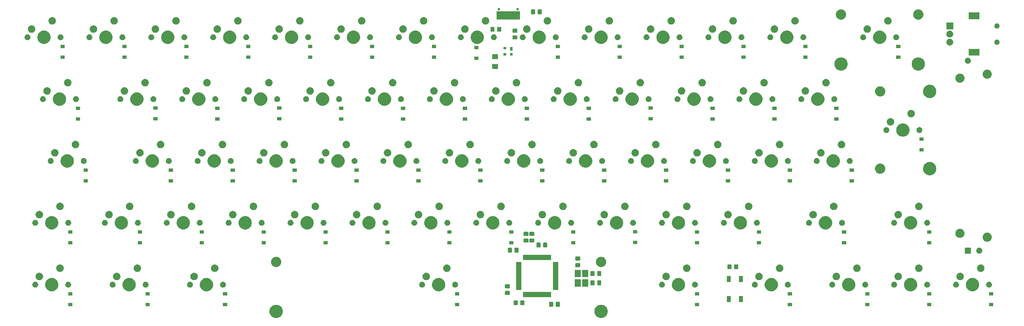
<source format=gbr>
G04 #@! TF.GenerationSoftware,KiCad,Pcbnew,5.1.5+dfsg1-2build2*
G04 #@! TF.CreationDate,2021-01-13T17:57:37+01:00*
G04 #@! TF.ProjectId,suruq-keyboard-pcb,73757275-712d-46b6-9579-626f6172642d,rev?*
G04 #@! TF.SameCoordinates,Original*
G04 #@! TF.FileFunction,Soldermask,Bot*
G04 #@! TF.FilePolarity,Negative*
%FSLAX46Y46*%
G04 Gerber Fmt 4.6, Leading zero omitted, Abs format (unit mm)*
G04 Created by KiCad (PCBNEW 5.1.5+dfsg1-2build2) date 2021-01-13 17:57:37*
%MOMM*%
%LPD*%
G04 APERTURE LIST*
%ADD10C,0.100000*%
G04 APERTURE END LIST*
D10*
G36*
X243320754Y-184385318D02*
G01*
X243479324Y-184451000D01*
X243694013Y-184539927D01*
X243923610Y-184693339D01*
X244029936Y-184764384D01*
X244315616Y-185050064D01*
X244540074Y-185385989D01*
X244694682Y-185759246D01*
X244773500Y-186155493D01*
X244773500Y-186559507D01*
X244694682Y-186955754D01*
X244540074Y-187329011D01*
X244540073Y-187329013D01*
X244315616Y-187664936D01*
X244029936Y-187950616D01*
X243694013Y-188175073D01*
X243694012Y-188175074D01*
X243694011Y-188175074D01*
X243320754Y-188329682D01*
X242924507Y-188408500D01*
X242520493Y-188408500D01*
X242124246Y-188329682D01*
X241750989Y-188175074D01*
X241750988Y-188175074D01*
X241750987Y-188175073D01*
X241415064Y-187950616D01*
X241129384Y-187664936D01*
X240904927Y-187329013D01*
X240904926Y-187329011D01*
X240750318Y-186955754D01*
X240671500Y-186559507D01*
X240671500Y-186155493D01*
X240750318Y-185759246D01*
X240904926Y-185385989D01*
X241129384Y-185050064D01*
X241415064Y-184764384D01*
X241521390Y-184693339D01*
X241750987Y-184539927D01*
X241965676Y-184451000D01*
X242124246Y-184385318D01*
X242520493Y-184306500D01*
X242924507Y-184306500D01*
X243320754Y-184385318D01*
G37*
G36*
X143320754Y-184385318D02*
G01*
X143479324Y-184451000D01*
X143694013Y-184539927D01*
X143923610Y-184693339D01*
X144029936Y-184764384D01*
X144315616Y-185050064D01*
X144540074Y-185385989D01*
X144694682Y-185759246D01*
X144773500Y-186155493D01*
X144773500Y-186559507D01*
X144694682Y-186955754D01*
X144540074Y-187329011D01*
X144540073Y-187329013D01*
X144315616Y-187664936D01*
X144029936Y-187950616D01*
X143694013Y-188175073D01*
X143694012Y-188175074D01*
X143694011Y-188175074D01*
X143320754Y-188329682D01*
X142924507Y-188408500D01*
X142520493Y-188408500D01*
X142124246Y-188329682D01*
X141750989Y-188175074D01*
X141750988Y-188175074D01*
X141750987Y-188175073D01*
X141415064Y-187950616D01*
X141129384Y-187664936D01*
X140904927Y-187329013D01*
X140904926Y-187329011D01*
X140750318Y-186955754D01*
X140671500Y-186559507D01*
X140671500Y-186155493D01*
X140750318Y-185759246D01*
X140904926Y-185385989D01*
X141129384Y-185050064D01*
X141415064Y-184764384D01*
X141521390Y-184693339D01*
X141750987Y-184539927D01*
X141965676Y-184451000D01*
X142124246Y-184385318D01*
X142520493Y-184306500D01*
X142924507Y-184306500D01*
X143320754Y-184385318D01*
G37*
G36*
X229857424Y-183403465D02*
G01*
X229895117Y-183414899D01*
X229929853Y-183433466D01*
X229960298Y-183458452D01*
X229985284Y-183488897D01*
X230003851Y-183523633D01*
X230015285Y-183561326D01*
X230019750Y-183606661D01*
X230019750Y-184693339D01*
X230015285Y-184738674D01*
X230003851Y-184776367D01*
X229985284Y-184811103D01*
X229960298Y-184841548D01*
X229929853Y-184866534D01*
X229895117Y-184885101D01*
X229857424Y-184896535D01*
X229812089Y-184901000D01*
X228975411Y-184901000D01*
X228930076Y-184896535D01*
X228892383Y-184885101D01*
X228857647Y-184866534D01*
X228827202Y-184841548D01*
X228802216Y-184811103D01*
X228783649Y-184776367D01*
X228772215Y-184738674D01*
X228767750Y-184693339D01*
X228767750Y-183606661D01*
X228772215Y-183561326D01*
X228783649Y-183523633D01*
X228802216Y-183488897D01*
X228827202Y-183458452D01*
X228857647Y-183433466D01*
X228892383Y-183414899D01*
X228930076Y-183403465D01*
X228975411Y-183399000D01*
X229812089Y-183399000D01*
X229857424Y-183403465D01*
G37*
G36*
X227807424Y-183403465D02*
G01*
X227845117Y-183414899D01*
X227879853Y-183433466D01*
X227910298Y-183458452D01*
X227935284Y-183488897D01*
X227953851Y-183523633D01*
X227965285Y-183561326D01*
X227969750Y-183606661D01*
X227969750Y-184693339D01*
X227965285Y-184738674D01*
X227953851Y-184776367D01*
X227935284Y-184811103D01*
X227910298Y-184841548D01*
X227879853Y-184866534D01*
X227845117Y-184885101D01*
X227807424Y-184896535D01*
X227762089Y-184901000D01*
X226925411Y-184901000D01*
X226880076Y-184896535D01*
X226842383Y-184885101D01*
X226807647Y-184866534D01*
X226777202Y-184841548D01*
X226752216Y-184811103D01*
X226733649Y-184776367D01*
X226722215Y-184738674D01*
X226717750Y-184693339D01*
X226717750Y-183606661D01*
X226722215Y-183561326D01*
X226733649Y-183523633D01*
X226752216Y-183488897D01*
X226777202Y-183458452D01*
X226807647Y-183433466D01*
X226842383Y-183414899D01*
X226880076Y-183403465D01*
X226925411Y-183399000D01*
X227762089Y-183399000D01*
X227807424Y-183403465D01*
G37*
G36*
X344344750Y-184776000D02*
G01*
X343042750Y-184776000D01*
X343042750Y-183774000D01*
X344344750Y-183774000D01*
X344344750Y-184776000D01*
G37*
G36*
X301482250Y-184713500D02*
G01*
X300180250Y-184713500D01*
X300180250Y-183711500D01*
X301482250Y-183711500D01*
X301482250Y-184713500D01*
G37*
G36*
X80026000Y-184713500D02*
G01*
X78724000Y-184713500D01*
X78724000Y-183711500D01*
X80026000Y-183711500D01*
X80026000Y-184713500D01*
G37*
G36*
X103838500Y-184713500D02*
G01*
X102536500Y-184713500D01*
X102536500Y-183711500D01*
X103838500Y-183711500D01*
X103838500Y-184713500D01*
G37*
G36*
X127651000Y-184713500D02*
G01*
X126349000Y-184713500D01*
X126349000Y-183711500D01*
X127651000Y-183711500D01*
X127651000Y-184713500D01*
G37*
G36*
X199088500Y-184713500D02*
G01*
X197786500Y-184713500D01*
X197786500Y-183711500D01*
X199088500Y-183711500D01*
X199088500Y-184713500D01*
G37*
G36*
X272907250Y-184713500D02*
G01*
X271605250Y-184713500D01*
X271605250Y-183711500D01*
X272907250Y-183711500D01*
X272907250Y-184713500D01*
G37*
G36*
X325294750Y-184713500D02*
G01*
X323992750Y-184713500D01*
X323992750Y-183711500D01*
X325294750Y-183711500D01*
X325294750Y-184713500D01*
G37*
G36*
X363394750Y-184713500D02*
G01*
X362092750Y-184713500D01*
X362092750Y-183711500D01*
X363394750Y-183711500D01*
X363394750Y-184713500D01*
G37*
G36*
X218963674Y-182953465D02*
G01*
X219001367Y-182964899D01*
X219036103Y-182983466D01*
X219066548Y-183008452D01*
X219091534Y-183038897D01*
X219110101Y-183073633D01*
X219121535Y-183111326D01*
X219126000Y-183156661D01*
X219126000Y-184243339D01*
X219121535Y-184288674D01*
X219110101Y-184326367D01*
X219091534Y-184361103D01*
X219066548Y-184391548D01*
X219036103Y-184416534D01*
X219001367Y-184435101D01*
X218963674Y-184446535D01*
X218918339Y-184451000D01*
X218081661Y-184451000D01*
X218036326Y-184446535D01*
X217998633Y-184435101D01*
X217963897Y-184416534D01*
X217933452Y-184391548D01*
X217908466Y-184361103D01*
X217889899Y-184326367D01*
X217878465Y-184288674D01*
X217874000Y-184243339D01*
X217874000Y-183156661D01*
X217878465Y-183111326D01*
X217889899Y-183073633D01*
X217908466Y-183038897D01*
X217933452Y-183008452D01*
X217963897Y-182983466D01*
X217998633Y-182964899D01*
X218036326Y-182953465D01*
X218081661Y-182949000D01*
X218918339Y-182949000D01*
X218963674Y-182953465D01*
G37*
G36*
X216913674Y-182953465D02*
G01*
X216951367Y-182964899D01*
X216986103Y-182983466D01*
X217016548Y-183008452D01*
X217041534Y-183038897D01*
X217060101Y-183073633D01*
X217071535Y-183111326D01*
X217076000Y-183156661D01*
X217076000Y-184243339D01*
X217071535Y-184288674D01*
X217060101Y-184326367D01*
X217041534Y-184361103D01*
X217016548Y-184391548D01*
X216986103Y-184416534D01*
X216951367Y-184435101D01*
X216913674Y-184446535D01*
X216868339Y-184451000D01*
X216031661Y-184451000D01*
X215986326Y-184446535D01*
X215948633Y-184435101D01*
X215913897Y-184416534D01*
X215883452Y-184391548D01*
X215858466Y-184361103D01*
X215839899Y-184326367D01*
X215828465Y-184288674D01*
X215824000Y-184243339D01*
X215824000Y-183156661D01*
X215828465Y-183111326D01*
X215839899Y-183073633D01*
X215858466Y-183038897D01*
X215883452Y-183008452D01*
X215913897Y-182983466D01*
X215948633Y-182964899D01*
X215986326Y-182953465D01*
X216031661Y-182949000D01*
X216868339Y-182949000D01*
X216913674Y-182953465D01*
G37*
G36*
X282651000Y-183513500D02*
G01*
X281449000Y-183513500D01*
X281449000Y-181611500D01*
X282651000Y-181611500D01*
X282651000Y-183513500D01*
G37*
G36*
X286351000Y-183513500D02*
G01*
X285149000Y-183513500D01*
X285149000Y-181611500D01*
X286351000Y-181611500D01*
X286351000Y-183513500D01*
G37*
G36*
X227369750Y-181919750D02*
G01*
X218717750Y-181919750D01*
X218717750Y-180317750D01*
X227369750Y-180317750D01*
X227369750Y-181919750D01*
G37*
G36*
X344344750Y-181476000D02*
G01*
X343042750Y-181476000D01*
X343042750Y-180474000D01*
X344344750Y-180474000D01*
X344344750Y-181476000D01*
G37*
G36*
X301482250Y-181413500D02*
G01*
X300180250Y-181413500D01*
X300180250Y-180411500D01*
X301482250Y-180411500D01*
X301482250Y-181413500D01*
G37*
G36*
X363394750Y-181413500D02*
G01*
X362092750Y-181413500D01*
X362092750Y-180411500D01*
X363394750Y-180411500D01*
X363394750Y-181413500D01*
G37*
G36*
X272907250Y-181413500D02*
G01*
X271605250Y-181413500D01*
X271605250Y-180411500D01*
X272907250Y-180411500D01*
X272907250Y-181413500D01*
G37*
G36*
X80026000Y-181413500D02*
G01*
X78724000Y-181413500D01*
X78724000Y-180411500D01*
X80026000Y-180411500D01*
X80026000Y-181413500D01*
G37*
G36*
X103838500Y-181413500D02*
G01*
X102536500Y-181413500D01*
X102536500Y-180411500D01*
X103838500Y-180411500D01*
X103838500Y-181413500D01*
G37*
G36*
X325294750Y-181413500D02*
G01*
X323992750Y-181413500D01*
X323992750Y-180411500D01*
X325294750Y-180411500D01*
X325294750Y-181413500D01*
G37*
G36*
X127651000Y-181413500D02*
G01*
X126349000Y-181413500D01*
X126349000Y-180411500D01*
X127651000Y-180411500D01*
X127651000Y-181413500D01*
G37*
G36*
X199088500Y-181413500D02*
G01*
X197786500Y-181413500D01*
X197786500Y-180411500D01*
X199088500Y-180411500D01*
X199088500Y-181413500D01*
G37*
G36*
X214488674Y-180028465D02*
G01*
X214526367Y-180039899D01*
X214561103Y-180058466D01*
X214591548Y-180083452D01*
X214616534Y-180113897D01*
X214635101Y-180148633D01*
X214646535Y-180186326D01*
X214651000Y-180231661D01*
X214651000Y-181068339D01*
X214646535Y-181113674D01*
X214635101Y-181151367D01*
X214616534Y-181186103D01*
X214591548Y-181216548D01*
X214561103Y-181241534D01*
X214526367Y-181260101D01*
X214488674Y-181271535D01*
X214443339Y-181276000D01*
X213356661Y-181276000D01*
X213311326Y-181271535D01*
X213273633Y-181260101D01*
X213238897Y-181241534D01*
X213208452Y-181216548D01*
X213183466Y-181186103D01*
X213164899Y-181151367D01*
X213153465Y-181113674D01*
X213149000Y-181068339D01*
X213149000Y-180231661D01*
X213153465Y-180186326D01*
X213164899Y-180148633D01*
X213183466Y-180113897D01*
X213208452Y-180083452D01*
X213238897Y-180058466D01*
X213273633Y-180039899D01*
X213311326Y-180028465D01*
X213356661Y-180024000D01*
X214443339Y-180024000D01*
X214488674Y-180028465D01*
G37*
G36*
X357627004Y-176145318D02*
G01*
X358000261Y-176299926D01*
X358000263Y-176299927D01*
X358336186Y-176524384D01*
X358621866Y-176810064D01*
X358697751Y-176923633D01*
X358846324Y-177145989D01*
X359000932Y-177519246D01*
X359079750Y-177915493D01*
X359079750Y-178319507D01*
X359000932Y-178715754D01*
X358859176Y-179057983D01*
X358846323Y-179089013D01*
X358621866Y-179424936D01*
X358336186Y-179710616D01*
X358000263Y-179935073D01*
X358000262Y-179935074D01*
X358000261Y-179935074D01*
X357627004Y-180089682D01*
X357230757Y-180168500D01*
X356826743Y-180168500D01*
X356430496Y-180089682D01*
X356057239Y-179935074D01*
X356057238Y-179935074D01*
X356057237Y-179935073D01*
X355721314Y-179710616D01*
X355435634Y-179424936D01*
X355211177Y-179089013D01*
X355198324Y-179057983D01*
X355056568Y-178715754D01*
X354977750Y-178319507D01*
X354977750Y-177915493D01*
X355056568Y-177519246D01*
X355211176Y-177145989D01*
X355359750Y-176923633D01*
X355435634Y-176810064D01*
X355721314Y-176524384D01*
X356057237Y-176299927D01*
X356057239Y-176299926D01*
X356430496Y-176145318D01*
X356826743Y-176066500D01*
X357230757Y-176066500D01*
X357627004Y-176145318D01*
G37*
G36*
X319527004Y-176145318D02*
G01*
X319900261Y-176299926D01*
X319900263Y-176299927D01*
X320236186Y-176524384D01*
X320521866Y-176810064D01*
X320597751Y-176923633D01*
X320746324Y-177145989D01*
X320900932Y-177519246D01*
X320979750Y-177915493D01*
X320979750Y-178319507D01*
X320900932Y-178715754D01*
X320759176Y-179057983D01*
X320746323Y-179089013D01*
X320521866Y-179424936D01*
X320236186Y-179710616D01*
X319900263Y-179935073D01*
X319900262Y-179935074D01*
X319900261Y-179935074D01*
X319527004Y-180089682D01*
X319130757Y-180168500D01*
X318726743Y-180168500D01*
X318330496Y-180089682D01*
X317957239Y-179935074D01*
X317957238Y-179935074D01*
X317957237Y-179935073D01*
X317621314Y-179710616D01*
X317335634Y-179424936D01*
X317111177Y-179089013D01*
X317098324Y-179057983D01*
X316956568Y-178715754D01*
X316877750Y-178319507D01*
X316877750Y-177915493D01*
X316956568Y-177519246D01*
X317111176Y-177145989D01*
X317259750Y-176923633D01*
X317335634Y-176810064D01*
X317621314Y-176524384D01*
X317957237Y-176299927D01*
X317957239Y-176299926D01*
X318330496Y-176145318D01*
X318726743Y-176066500D01*
X319130757Y-176066500D01*
X319527004Y-176145318D01*
G37*
G36*
X295714504Y-176145318D02*
G01*
X296087761Y-176299926D01*
X296087763Y-176299927D01*
X296423686Y-176524384D01*
X296709366Y-176810064D01*
X296785251Y-176923633D01*
X296933824Y-177145989D01*
X297088432Y-177519246D01*
X297167250Y-177915493D01*
X297167250Y-178319507D01*
X297088432Y-178715754D01*
X296946676Y-179057983D01*
X296933823Y-179089013D01*
X296709366Y-179424936D01*
X296423686Y-179710616D01*
X296087763Y-179935073D01*
X296087762Y-179935074D01*
X296087761Y-179935074D01*
X295714504Y-180089682D01*
X295318257Y-180168500D01*
X294914243Y-180168500D01*
X294517996Y-180089682D01*
X294144739Y-179935074D01*
X294144738Y-179935074D01*
X294144737Y-179935073D01*
X293808814Y-179710616D01*
X293523134Y-179424936D01*
X293298677Y-179089013D01*
X293285824Y-179057983D01*
X293144068Y-178715754D01*
X293065250Y-178319507D01*
X293065250Y-177915493D01*
X293144068Y-177519246D01*
X293298676Y-177145989D01*
X293447250Y-176923633D01*
X293523134Y-176810064D01*
X293808814Y-176524384D01*
X294144737Y-176299927D01*
X294144739Y-176299926D01*
X294517996Y-176145318D01*
X294914243Y-176066500D01*
X295318257Y-176066500D01*
X295714504Y-176145318D01*
G37*
G36*
X267139504Y-176145318D02*
G01*
X267512761Y-176299926D01*
X267512763Y-176299927D01*
X267848686Y-176524384D01*
X268134366Y-176810064D01*
X268210251Y-176923633D01*
X268358824Y-177145989D01*
X268513432Y-177519246D01*
X268592250Y-177915493D01*
X268592250Y-178319507D01*
X268513432Y-178715754D01*
X268371676Y-179057983D01*
X268358823Y-179089013D01*
X268134366Y-179424936D01*
X267848686Y-179710616D01*
X267512763Y-179935073D01*
X267512762Y-179935074D01*
X267512761Y-179935074D01*
X267139504Y-180089682D01*
X266743257Y-180168500D01*
X266339243Y-180168500D01*
X265942996Y-180089682D01*
X265569739Y-179935074D01*
X265569738Y-179935074D01*
X265569737Y-179935073D01*
X265233814Y-179710616D01*
X264948134Y-179424936D01*
X264723677Y-179089013D01*
X264710824Y-179057983D01*
X264569068Y-178715754D01*
X264490250Y-178319507D01*
X264490250Y-177915493D01*
X264569068Y-177519246D01*
X264723676Y-177145989D01*
X264872250Y-176923633D01*
X264948134Y-176810064D01*
X265233814Y-176524384D01*
X265569737Y-176299927D01*
X265569739Y-176299926D01*
X265942996Y-176145318D01*
X266339243Y-176066500D01*
X266743257Y-176066500D01*
X267139504Y-176145318D01*
G37*
G36*
X338577004Y-176145318D02*
G01*
X338950261Y-176299926D01*
X338950263Y-176299927D01*
X339286186Y-176524384D01*
X339571866Y-176810064D01*
X339647751Y-176923633D01*
X339796324Y-177145989D01*
X339950932Y-177519246D01*
X340029750Y-177915493D01*
X340029750Y-178319507D01*
X339950932Y-178715754D01*
X339809176Y-179057983D01*
X339796323Y-179089013D01*
X339571866Y-179424936D01*
X339286186Y-179710616D01*
X338950263Y-179935073D01*
X338950262Y-179935074D01*
X338950261Y-179935074D01*
X338577004Y-180089682D01*
X338180757Y-180168500D01*
X337776743Y-180168500D01*
X337380496Y-180089682D01*
X337007239Y-179935074D01*
X337007238Y-179935074D01*
X337007237Y-179935073D01*
X336671314Y-179710616D01*
X336385634Y-179424936D01*
X336161177Y-179089013D01*
X336148324Y-179057983D01*
X336006568Y-178715754D01*
X335927750Y-178319507D01*
X335927750Y-177915493D01*
X336006568Y-177519246D01*
X336161176Y-177145989D01*
X336309750Y-176923633D01*
X336385634Y-176810064D01*
X336671314Y-176524384D01*
X337007237Y-176299927D01*
X337007239Y-176299926D01*
X337380496Y-176145318D01*
X337776743Y-176066500D01*
X338180757Y-176066500D01*
X338577004Y-176145318D01*
G37*
G36*
X193320754Y-176145318D02*
G01*
X193694011Y-176299926D01*
X193694013Y-176299927D01*
X194029936Y-176524384D01*
X194315616Y-176810064D01*
X194391501Y-176923633D01*
X194540074Y-177145989D01*
X194694682Y-177519246D01*
X194773500Y-177915493D01*
X194773500Y-178319507D01*
X194694682Y-178715754D01*
X194552926Y-179057983D01*
X194540073Y-179089013D01*
X194315616Y-179424936D01*
X194029936Y-179710616D01*
X193694013Y-179935073D01*
X193694012Y-179935074D01*
X193694011Y-179935074D01*
X193320754Y-180089682D01*
X192924507Y-180168500D01*
X192520493Y-180168500D01*
X192124246Y-180089682D01*
X191750989Y-179935074D01*
X191750988Y-179935074D01*
X191750987Y-179935073D01*
X191415064Y-179710616D01*
X191129384Y-179424936D01*
X190904927Y-179089013D01*
X190892074Y-179057983D01*
X190750318Y-178715754D01*
X190671500Y-178319507D01*
X190671500Y-177915493D01*
X190750318Y-177519246D01*
X190904926Y-177145989D01*
X191053500Y-176923633D01*
X191129384Y-176810064D01*
X191415064Y-176524384D01*
X191750987Y-176299927D01*
X191750989Y-176299926D01*
X192124246Y-176145318D01*
X192520493Y-176066500D01*
X192924507Y-176066500D01*
X193320754Y-176145318D01*
G37*
G36*
X121883254Y-176145318D02*
G01*
X122256511Y-176299926D01*
X122256513Y-176299927D01*
X122592436Y-176524384D01*
X122878116Y-176810064D01*
X122954001Y-176923633D01*
X123102574Y-177145989D01*
X123257182Y-177519246D01*
X123336000Y-177915493D01*
X123336000Y-178319507D01*
X123257182Y-178715754D01*
X123115426Y-179057983D01*
X123102573Y-179089013D01*
X122878116Y-179424936D01*
X122592436Y-179710616D01*
X122256513Y-179935073D01*
X122256512Y-179935074D01*
X122256511Y-179935074D01*
X121883254Y-180089682D01*
X121487007Y-180168500D01*
X121082993Y-180168500D01*
X120686746Y-180089682D01*
X120313489Y-179935074D01*
X120313488Y-179935074D01*
X120313487Y-179935073D01*
X119977564Y-179710616D01*
X119691884Y-179424936D01*
X119467427Y-179089013D01*
X119454574Y-179057983D01*
X119312818Y-178715754D01*
X119234000Y-178319507D01*
X119234000Y-177915493D01*
X119312818Y-177519246D01*
X119467426Y-177145989D01*
X119616000Y-176923633D01*
X119691884Y-176810064D01*
X119977564Y-176524384D01*
X120313487Y-176299927D01*
X120313489Y-176299926D01*
X120686746Y-176145318D01*
X121082993Y-176066500D01*
X121487007Y-176066500D01*
X121883254Y-176145318D01*
G37*
G36*
X98070754Y-176145318D02*
G01*
X98444011Y-176299926D01*
X98444013Y-176299927D01*
X98779936Y-176524384D01*
X99065616Y-176810064D01*
X99141501Y-176923633D01*
X99290074Y-177145989D01*
X99444682Y-177519246D01*
X99523500Y-177915493D01*
X99523500Y-178319507D01*
X99444682Y-178715754D01*
X99302926Y-179057983D01*
X99290073Y-179089013D01*
X99065616Y-179424936D01*
X98779936Y-179710616D01*
X98444013Y-179935073D01*
X98444012Y-179935074D01*
X98444011Y-179935074D01*
X98070754Y-180089682D01*
X97674507Y-180168500D01*
X97270493Y-180168500D01*
X96874246Y-180089682D01*
X96500989Y-179935074D01*
X96500988Y-179935074D01*
X96500987Y-179935073D01*
X96165064Y-179710616D01*
X95879384Y-179424936D01*
X95654927Y-179089013D01*
X95642074Y-179057983D01*
X95500318Y-178715754D01*
X95421500Y-178319507D01*
X95421500Y-177915493D01*
X95500318Y-177519246D01*
X95654926Y-177145989D01*
X95803500Y-176923633D01*
X95879384Y-176810064D01*
X96165064Y-176524384D01*
X96500987Y-176299927D01*
X96500989Y-176299926D01*
X96874246Y-176145318D01*
X97270493Y-176066500D01*
X97674507Y-176066500D01*
X98070754Y-176145318D01*
G37*
G36*
X74258254Y-176145318D02*
G01*
X74631511Y-176299926D01*
X74631513Y-176299927D01*
X74967436Y-176524384D01*
X75253116Y-176810064D01*
X75329001Y-176923633D01*
X75477574Y-177145989D01*
X75632182Y-177519246D01*
X75711000Y-177915493D01*
X75711000Y-178319507D01*
X75632182Y-178715754D01*
X75490426Y-179057983D01*
X75477573Y-179089013D01*
X75253116Y-179424936D01*
X74967436Y-179710616D01*
X74631513Y-179935073D01*
X74631512Y-179935074D01*
X74631511Y-179935074D01*
X74258254Y-180089682D01*
X73862007Y-180168500D01*
X73457993Y-180168500D01*
X73061746Y-180089682D01*
X72688489Y-179935074D01*
X72688488Y-179935074D01*
X72688487Y-179935073D01*
X72352564Y-179710616D01*
X72066884Y-179424936D01*
X71842427Y-179089013D01*
X71829574Y-179057983D01*
X71687818Y-178715754D01*
X71609000Y-178319507D01*
X71609000Y-177915493D01*
X71687818Y-177519246D01*
X71842426Y-177145989D01*
X71991000Y-176923633D01*
X72066884Y-176810064D01*
X72352564Y-176524384D01*
X72688487Y-176299927D01*
X72688489Y-176299926D01*
X73061746Y-176145318D01*
X73457993Y-176066500D01*
X73862007Y-176066500D01*
X74258254Y-176145318D01*
G37*
G36*
X218144750Y-179744750D02*
G01*
X216542750Y-179744750D01*
X216542750Y-171092750D01*
X218144750Y-171092750D01*
X218144750Y-179744750D01*
G37*
G36*
X229544750Y-179744750D02*
G01*
X227942750Y-179744750D01*
X227942750Y-171092750D01*
X229544750Y-171092750D01*
X229544750Y-179744750D01*
G37*
G36*
X214488674Y-177978465D02*
G01*
X214526367Y-177989899D01*
X214561103Y-178008466D01*
X214591548Y-178033452D01*
X214616534Y-178063897D01*
X214635101Y-178098633D01*
X214646535Y-178136326D01*
X214651000Y-178181661D01*
X214651000Y-179018339D01*
X214646535Y-179063674D01*
X214635101Y-179101367D01*
X214616534Y-179136103D01*
X214591548Y-179166548D01*
X214561103Y-179191534D01*
X214526367Y-179210101D01*
X214488674Y-179221535D01*
X214443339Y-179226000D01*
X213356661Y-179226000D01*
X213311326Y-179221535D01*
X213273633Y-179210101D01*
X213238897Y-179191534D01*
X213208452Y-179166548D01*
X213183466Y-179136103D01*
X213164899Y-179101367D01*
X213153465Y-179063674D01*
X213149000Y-179018339D01*
X213149000Y-178181661D01*
X213153465Y-178136326D01*
X213164899Y-178098633D01*
X213183466Y-178063897D01*
X213208452Y-178033452D01*
X213238897Y-178008466D01*
X213273633Y-177989899D01*
X213311326Y-177978465D01*
X213356661Y-177974000D01*
X214443339Y-177974000D01*
X214488674Y-177978465D01*
G37*
G36*
X300309762Y-177221427D02*
G01*
X300459062Y-177251124D01*
X300623034Y-177319044D01*
X300770604Y-177417647D01*
X300896103Y-177543146D01*
X300994706Y-177690716D01*
X301062626Y-177854688D01*
X301097250Y-178028759D01*
X301097250Y-178206241D01*
X301062626Y-178380312D01*
X300994706Y-178544284D01*
X300896103Y-178691854D01*
X300770604Y-178817353D01*
X300623034Y-178915956D01*
X300459062Y-178983876D01*
X300309762Y-179013573D01*
X300284992Y-179018500D01*
X300107508Y-179018500D01*
X300082738Y-179013573D01*
X299933438Y-178983876D01*
X299769466Y-178915956D01*
X299621896Y-178817353D01*
X299496397Y-178691854D01*
X299397794Y-178544284D01*
X299329874Y-178380312D01*
X299295250Y-178206241D01*
X299295250Y-178028759D01*
X299329874Y-177854688D01*
X299397794Y-177690716D01*
X299496397Y-177543146D01*
X299621896Y-177417647D01*
X299769466Y-177319044D01*
X299933438Y-177251124D01*
X300082738Y-177221427D01*
X300107508Y-177216500D01*
X300284992Y-177216500D01*
X300309762Y-177221427D01*
G37*
G36*
X333012262Y-177221427D02*
G01*
X333161562Y-177251124D01*
X333325534Y-177319044D01*
X333473104Y-177417647D01*
X333598603Y-177543146D01*
X333697206Y-177690716D01*
X333765126Y-177854688D01*
X333799750Y-178028759D01*
X333799750Y-178206241D01*
X333765126Y-178380312D01*
X333697206Y-178544284D01*
X333598603Y-178691854D01*
X333473104Y-178817353D01*
X333325534Y-178915956D01*
X333161562Y-178983876D01*
X333012262Y-179013573D01*
X332987492Y-179018500D01*
X332810008Y-179018500D01*
X332785238Y-179013573D01*
X332635938Y-178983876D01*
X332471966Y-178915956D01*
X332324396Y-178817353D01*
X332198897Y-178691854D01*
X332100294Y-178544284D01*
X332032374Y-178380312D01*
X331997750Y-178206241D01*
X331997750Y-178028759D01*
X332032374Y-177854688D01*
X332100294Y-177690716D01*
X332198897Y-177543146D01*
X332324396Y-177417647D01*
X332471966Y-177319044D01*
X332635938Y-177251124D01*
X332785238Y-177221427D01*
X332810008Y-177216500D01*
X332987492Y-177216500D01*
X333012262Y-177221427D01*
G37*
G36*
X343172262Y-177221427D02*
G01*
X343321562Y-177251124D01*
X343485534Y-177319044D01*
X343633104Y-177417647D01*
X343758603Y-177543146D01*
X343857206Y-177690716D01*
X343925126Y-177854688D01*
X343959750Y-178028759D01*
X343959750Y-178206241D01*
X343925126Y-178380312D01*
X343857206Y-178544284D01*
X343758603Y-178691854D01*
X343633104Y-178817353D01*
X343485534Y-178915956D01*
X343321562Y-178983876D01*
X343172262Y-179013573D01*
X343147492Y-179018500D01*
X342970008Y-179018500D01*
X342945238Y-179013573D01*
X342795938Y-178983876D01*
X342631966Y-178915956D01*
X342484396Y-178817353D01*
X342358897Y-178691854D01*
X342260294Y-178544284D01*
X342192374Y-178380312D01*
X342157750Y-178206241D01*
X342157750Y-178028759D01*
X342192374Y-177854688D01*
X342260294Y-177690716D01*
X342358897Y-177543146D01*
X342484396Y-177417647D01*
X342631966Y-177319044D01*
X342795938Y-177251124D01*
X342945238Y-177221427D01*
X342970008Y-177216500D01*
X343147492Y-177216500D01*
X343172262Y-177221427D01*
G37*
G36*
X187756012Y-177221427D02*
G01*
X187905312Y-177251124D01*
X188069284Y-177319044D01*
X188216854Y-177417647D01*
X188342353Y-177543146D01*
X188440956Y-177690716D01*
X188508876Y-177854688D01*
X188543500Y-178028759D01*
X188543500Y-178206241D01*
X188508876Y-178380312D01*
X188440956Y-178544284D01*
X188342353Y-178691854D01*
X188216854Y-178817353D01*
X188069284Y-178915956D01*
X187905312Y-178983876D01*
X187756012Y-179013573D01*
X187731242Y-179018500D01*
X187553758Y-179018500D01*
X187528988Y-179013573D01*
X187379688Y-178983876D01*
X187215716Y-178915956D01*
X187068146Y-178817353D01*
X186942647Y-178691854D01*
X186844044Y-178544284D01*
X186776124Y-178380312D01*
X186741500Y-178206241D01*
X186741500Y-178028759D01*
X186776124Y-177854688D01*
X186844044Y-177690716D01*
X186942647Y-177543146D01*
X187068146Y-177417647D01*
X187215716Y-177319044D01*
X187379688Y-177251124D01*
X187528988Y-177221427D01*
X187553758Y-177216500D01*
X187731242Y-177216500D01*
X187756012Y-177221427D01*
G37*
G36*
X78853512Y-177221427D02*
G01*
X79002812Y-177251124D01*
X79166784Y-177319044D01*
X79314354Y-177417647D01*
X79439853Y-177543146D01*
X79538456Y-177690716D01*
X79606376Y-177854688D01*
X79641000Y-178028759D01*
X79641000Y-178206241D01*
X79606376Y-178380312D01*
X79538456Y-178544284D01*
X79439853Y-178691854D01*
X79314354Y-178817353D01*
X79166784Y-178915956D01*
X79002812Y-178983876D01*
X78853512Y-179013573D01*
X78828742Y-179018500D01*
X78651258Y-179018500D01*
X78626488Y-179013573D01*
X78477188Y-178983876D01*
X78313216Y-178915956D01*
X78165646Y-178817353D01*
X78040147Y-178691854D01*
X77941544Y-178544284D01*
X77873624Y-178380312D01*
X77839000Y-178206241D01*
X77839000Y-178028759D01*
X77873624Y-177854688D01*
X77941544Y-177690716D01*
X78040147Y-177543146D01*
X78165646Y-177417647D01*
X78313216Y-177319044D01*
X78477188Y-177251124D01*
X78626488Y-177221427D01*
X78651258Y-177216500D01*
X78828742Y-177216500D01*
X78853512Y-177221427D01*
G37*
G36*
X352062262Y-177221427D02*
G01*
X352211562Y-177251124D01*
X352375534Y-177319044D01*
X352523104Y-177417647D01*
X352648603Y-177543146D01*
X352747206Y-177690716D01*
X352815126Y-177854688D01*
X352849750Y-178028759D01*
X352849750Y-178206241D01*
X352815126Y-178380312D01*
X352747206Y-178544284D01*
X352648603Y-178691854D01*
X352523104Y-178817353D01*
X352375534Y-178915956D01*
X352211562Y-178983876D01*
X352062262Y-179013573D01*
X352037492Y-179018500D01*
X351860008Y-179018500D01*
X351835238Y-179013573D01*
X351685938Y-178983876D01*
X351521966Y-178915956D01*
X351374396Y-178817353D01*
X351248897Y-178691854D01*
X351150294Y-178544284D01*
X351082374Y-178380312D01*
X351047750Y-178206241D01*
X351047750Y-178028759D01*
X351082374Y-177854688D01*
X351150294Y-177690716D01*
X351248897Y-177543146D01*
X351374396Y-177417647D01*
X351521966Y-177319044D01*
X351685938Y-177251124D01*
X351835238Y-177221427D01*
X351860008Y-177216500D01*
X352037492Y-177216500D01*
X352062262Y-177221427D01*
G37*
G36*
X362222262Y-177221427D02*
G01*
X362371562Y-177251124D01*
X362535534Y-177319044D01*
X362683104Y-177417647D01*
X362808603Y-177543146D01*
X362907206Y-177690716D01*
X362975126Y-177854688D01*
X363009750Y-178028759D01*
X363009750Y-178206241D01*
X362975126Y-178380312D01*
X362907206Y-178544284D01*
X362808603Y-178691854D01*
X362683104Y-178817353D01*
X362535534Y-178915956D01*
X362371562Y-178983876D01*
X362222262Y-179013573D01*
X362197492Y-179018500D01*
X362020008Y-179018500D01*
X361995238Y-179013573D01*
X361845938Y-178983876D01*
X361681966Y-178915956D01*
X361534396Y-178817353D01*
X361408897Y-178691854D01*
X361310294Y-178544284D01*
X361242374Y-178380312D01*
X361207750Y-178206241D01*
X361207750Y-178028759D01*
X361242374Y-177854688D01*
X361310294Y-177690716D01*
X361408897Y-177543146D01*
X361534396Y-177417647D01*
X361681966Y-177319044D01*
X361845938Y-177251124D01*
X361995238Y-177221427D01*
X362020008Y-177216500D01*
X362197492Y-177216500D01*
X362222262Y-177221427D01*
G37*
G36*
X313962262Y-177221427D02*
G01*
X314111562Y-177251124D01*
X314275534Y-177319044D01*
X314423104Y-177417647D01*
X314548603Y-177543146D01*
X314647206Y-177690716D01*
X314715126Y-177854688D01*
X314749750Y-178028759D01*
X314749750Y-178206241D01*
X314715126Y-178380312D01*
X314647206Y-178544284D01*
X314548603Y-178691854D01*
X314423104Y-178817353D01*
X314275534Y-178915956D01*
X314111562Y-178983876D01*
X313962262Y-179013573D01*
X313937492Y-179018500D01*
X313760008Y-179018500D01*
X313735238Y-179013573D01*
X313585938Y-178983876D01*
X313421966Y-178915956D01*
X313274396Y-178817353D01*
X313148897Y-178691854D01*
X313050294Y-178544284D01*
X312982374Y-178380312D01*
X312947750Y-178206241D01*
X312947750Y-178028759D01*
X312982374Y-177854688D01*
X313050294Y-177690716D01*
X313148897Y-177543146D01*
X313274396Y-177417647D01*
X313421966Y-177319044D01*
X313585938Y-177251124D01*
X313735238Y-177221427D01*
X313760008Y-177216500D01*
X313937492Y-177216500D01*
X313962262Y-177221427D01*
G37*
G36*
X324122262Y-177221427D02*
G01*
X324271562Y-177251124D01*
X324435534Y-177319044D01*
X324583104Y-177417647D01*
X324708603Y-177543146D01*
X324807206Y-177690716D01*
X324875126Y-177854688D01*
X324909750Y-178028759D01*
X324909750Y-178206241D01*
X324875126Y-178380312D01*
X324807206Y-178544284D01*
X324708603Y-178691854D01*
X324583104Y-178817353D01*
X324435534Y-178915956D01*
X324271562Y-178983876D01*
X324122262Y-179013573D01*
X324097492Y-179018500D01*
X323920008Y-179018500D01*
X323895238Y-179013573D01*
X323745938Y-178983876D01*
X323581966Y-178915956D01*
X323434396Y-178817353D01*
X323308897Y-178691854D01*
X323210294Y-178544284D01*
X323142374Y-178380312D01*
X323107750Y-178206241D01*
X323107750Y-178028759D01*
X323142374Y-177854688D01*
X323210294Y-177690716D01*
X323308897Y-177543146D01*
X323434396Y-177417647D01*
X323581966Y-177319044D01*
X323745938Y-177251124D01*
X323895238Y-177221427D01*
X323920008Y-177216500D01*
X324097492Y-177216500D01*
X324122262Y-177221427D01*
G37*
G36*
X290149762Y-177221427D02*
G01*
X290299062Y-177251124D01*
X290463034Y-177319044D01*
X290610604Y-177417647D01*
X290736103Y-177543146D01*
X290834706Y-177690716D01*
X290902626Y-177854688D01*
X290937250Y-178028759D01*
X290937250Y-178206241D01*
X290902626Y-178380312D01*
X290834706Y-178544284D01*
X290736103Y-178691854D01*
X290610604Y-178817353D01*
X290463034Y-178915956D01*
X290299062Y-178983876D01*
X290149762Y-179013573D01*
X290124992Y-179018500D01*
X289947508Y-179018500D01*
X289922738Y-179013573D01*
X289773438Y-178983876D01*
X289609466Y-178915956D01*
X289461896Y-178817353D01*
X289336397Y-178691854D01*
X289237794Y-178544284D01*
X289169874Y-178380312D01*
X289135250Y-178206241D01*
X289135250Y-178028759D01*
X289169874Y-177854688D01*
X289237794Y-177690716D01*
X289336397Y-177543146D01*
X289461896Y-177417647D01*
X289609466Y-177319044D01*
X289773438Y-177251124D01*
X289922738Y-177221427D01*
X289947508Y-177216500D01*
X290124992Y-177216500D01*
X290149762Y-177221427D01*
G37*
G36*
X261574762Y-177221427D02*
G01*
X261724062Y-177251124D01*
X261888034Y-177319044D01*
X262035604Y-177417647D01*
X262161103Y-177543146D01*
X262259706Y-177690716D01*
X262327626Y-177854688D01*
X262362250Y-178028759D01*
X262362250Y-178206241D01*
X262327626Y-178380312D01*
X262259706Y-178544284D01*
X262161103Y-178691854D01*
X262035604Y-178817353D01*
X261888034Y-178915956D01*
X261724062Y-178983876D01*
X261574762Y-179013573D01*
X261549992Y-179018500D01*
X261372508Y-179018500D01*
X261347738Y-179013573D01*
X261198438Y-178983876D01*
X261034466Y-178915956D01*
X260886896Y-178817353D01*
X260761397Y-178691854D01*
X260662794Y-178544284D01*
X260594874Y-178380312D01*
X260560250Y-178206241D01*
X260560250Y-178028759D01*
X260594874Y-177854688D01*
X260662794Y-177690716D01*
X260761397Y-177543146D01*
X260886896Y-177417647D01*
X261034466Y-177319044D01*
X261198438Y-177251124D01*
X261347738Y-177221427D01*
X261372508Y-177216500D01*
X261549992Y-177216500D01*
X261574762Y-177221427D01*
G37*
G36*
X271734762Y-177221427D02*
G01*
X271884062Y-177251124D01*
X272048034Y-177319044D01*
X272195604Y-177417647D01*
X272321103Y-177543146D01*
X272419706Y-177690716D01*
X272487626Y-177854688D01*
X272522250Y-178028759D01*
X272522250Y-178206241D01*
X272487626Y-178380312D01*
X272419706Y-178544284D01*
X272321103Y-178691854D01*
X272195604Y-178817353D01*
X272048034Y-178915956D01*
X271884062Y-178983876D01*
X271734762Y-179013573D01*
X271709992Y-179018500D01*
X271532508Y-179018500D01*
X271507738Y-179013573D01*
X271358438Y-178983876D01*
X271194466Y-178915956D01*
X271046896Y-178817353D01*
X270921397Y-178691854D01*
X270822794Y-178544284D01*
X270754874Y-178380312D01*
X270720250Y-178206241D01*
X270720250Y-178028759D01*
X270754874Y-177854688D01*
X270822794Y-177690716D01*
X270921397Y-177543146D01*
X271046896Y-177417647D01*
X271194466Y-177319044D01*
X271358438Y-177251124D01*
X271507738Y-177221427D01*
X271532508Y-177216500D01*
X271709992Y-177216500D01*
X271734762Y-177221427D01*
G37*
G36*
X68693512Y-177221427D02*
G01*
X68842812Y-177251124D01*
X69006784Y-177319044D01*
X69154354Y-177417647D01*
X69279853Y-177543146D01*
X69378456Y-177690716D01*
X69446376Y-177854688D01*
X69481000Y-178028759D01*
X69481000Y-178206241D01*
X69446376Y-178380312D01*
X69378456Y-178544284D01*
X69279853Y-178691854D01*
X69154354Y-178817353D01*
X69006784Y-178915956D01*
X68842812Y-178983876D01*
X68693512Y-179013573D01*
X68668742Y-179018500D01*
X68491258Y-179018500D01*
X68466488Y-179013573D01*
X68317188Y-178983876D01*
X68153216Y-178915956D01*
X68005646Y-178817353D01*
X67880147Y-178691854D01*
X67781544Y-178544284D01*
X67713624Y-178380312D01*
X67679000Y-178206241D01*
X67679000Y-178028759D01*
X67713624Y-177854688D01*
X67781544Y-177690716D01*
X67880147Y-177543146D01*
X68005646Y-177417647D01*
X68153216Y-177319044D01*
X68317188Y-177251124D01*
X68466488Y-177221427D01*
X68491258Y-177216500D01*
X68668742Y-177216500D01*
X68693512Y-177221427D01*
G37*
G36*
X92506012Y-177221427D02*
G01*
X92655312Y-177251124D01*
X92819284Y-177319044D01*
X92966854Y-177417647D01*
X93092353Y-177543146D01*
X93190956Y-177690716D01*
X93258876Y-177854688D01*
X93293500Y-178028759D01*
X93293500Y-178206241D01*
X93258876Y-178380312D01*
X93190956Y-178544284D01*
X93092353Y-178691854D01*
X92966854Y-178817353D01*
X92819284Y-178915956D01*
X92655312Y-178983876D01*
X92506012Y-179013573D01*
X92481242Y-179018500D01*
X92303758Y-179018500D01*
X92278988Y-179013573D01*
X92129688Y-178983876D01*
X91965716Y-178915956D01*
X91818146Y-178817353D01*
X91692647Y-178691854D01*
X91594044Y-178544284D01*
X91526124Y-178380312D01*
X91491500Y-178206241D01*
X91491500Y-178028759D01*
X91526124Y-177854688D01*
X91594044Y-177690716D01*
X91692647Y-177543146D01*
X91818146Y-177417647D01*
X91965716Y-177319044D01*
X92129688Y-177251124D01*
X92278988Y-177221427D01*
X92303758Y-177216500D01*
X92481242Y-177216500D01*
X92506012Y-177221427D01*
G37*
G36*
X102666012Y-177221427D02*
G01*
X102815312Y-177251124D01*
X102979284Y-177319044D01*
X103126854Y-177417647D01*
X103252353Y-177543146D01*
X103350956Y-177690716D01*
X103418876Y-177854688D01*
X103453500Y-178028759D01*
X103453500Y-178206241D01*
X103418876Y-178380312D01*
X103350956Y-178544284D01*
X103252353Y-178691854D01*
X103126854Y-178817353D01*
X102979284Y-178915956D01*
X102815312Y-178983876D01*
X102666012Y-179013573D01*
X102641242Y-179018500D01*
X102463758Y-179018500D01*
X102438988Y-179013573D01*
X102289688Y-178983876D01*
X102125716Y-178915956D01*
X101978146Y-178817353D01*
X101852647Y-178691854D01*
X101754044Y-178544284D01*
X101686124Y-178380312D01*
X101651500Y-178206241D01*
X101651500Y-178028759D01*
X101686124Y-177854688D01*
X101754044Y-177690716D01*
X101852647Y-177543146D01*
X101978146Y-177417647D01*
X102125716Y-177319044D01*
X102289688Y-177251124D01*
X102438988Y-177221427D01*
X102463758Y-177216500D01*
X102641242Y-177216500D01*
X102666012Y-177221427D01*
G37*
G36*
X116318512Y-177221427D02*
G01*
X116467812Y-177251124D01*
X116631784Y-177319044D01*
X116779354Y-177417647D01*
X116904853Y-177543146D01*
X117003456Y-177690716D01*
X117071376Y-177854688D01*
X117106000Y-178028759D01*
X117106000Y-178206241D01*
X117071376Y-178380312D01*
X117003456Y-178544284D01*
X116904853Y-178691854D01*
X116779354Y-178817353D01*
X116631784Y-178915956D01*
X116467812Y-178983876D01*
X116318512Y-179013573D01*
X116293742Y-179018500D01*
X116116258Y-179018500D01*
X116091488Y-179013573D01*
X115942188Y-178983876D01*
X115778216Y-178915956D01*
X115630646Y-178817353D01*
X115505147Y-178691854D01*
X115406544Y-178544284D01*
X115338624Y-178380312D01*
X115304000Y-178206241D01*
X115304000Y-178028759D01*
X115338624Y-177854688D01*
X115406544Y-177690716D01*
X115505147Y-177543146D01*
X115630646Y-177417647D01*
X115778216Y-177319044D01*
X115942188Y-177251124D01*
X116091488Y-177221427D01*
X116116258Y-177216500D01*
X116293742Y-177216500D01*
X116318512Y-177221427D01*
G37*
G36*
X197916012Y-177221427D02*
G01*
X198065312Y-177251124D01*
X198229284Y-177319044D01*
X198376854Y-177417647D01*
X198502353Y-177543146D01*
X198600956Y-177690716D01*
X198668876Y-177854688D01*
X198703500Y-178028759D01*
X198703500Y-178206241D01*
X198668876Y-178380312D01*
X198600956Y-178544284D01*
X198502353Y-178691854D01*
X198376854Y-178817353D01*
X198229284Y-178915956D01*
X198065312Y-178983876D01*
X197916012Y-179013573D01*
X197891242Y-179018500D01*
X197713758Y-179018500D01*
X197688988Y-179013573D01*
X197539688Y-178983876D01*
X197375716Y-178915956D01*
X197228146Y-178817353D01*
X197102647Y-178691854D01*
X197004044Y-178544284D01*
X196936124Y-178380312D01*
X196901500Y-178206241D01*
X196901500Y-178028759D01*
X196936124Y-177854688D01*
X197004044Y-177690716D01*
X197102647Y-177543146D01*
X197228146Y-177417647D01*
X197375716Y-177319044D01*
X197539688Y-177251124D01*
X197688988Y-177221427D01*
X197713758Y-177216500D01*
X197891242Y-177216500D01*
X197916012Y-177221427D01*
G37*
G36*
X126478512Y-177221427D02*
G01*
X126627812Y-177251124D01*
X126791784Y-177319044D01*
X126939354Y-177417647D01*
X127064853Y-177543146D01*
X127163456Y-177690716D01*
X127231376Y-177854688D01*
X127266000Y-178028759D01*
X127266000Y-178206241D01*
X127231376Y-178380312D01*
X127163456Y-178544284D01*
X127064853Y-178691854D01*
X126939354Y-178817353D01*
X126791784Y-178915956D01*
X126627812Y-178983876D01*
X126478512Y-179013573D01*
X126453742Y-179018500D01*
X126276258Y-179018500D01*
X126251488Y-179013573D01*
X126102188Y-178983876D01*
X125938216Y-178915956D01*
X125790646Y-178817353D01*
X125665147Y-178691854D01*
X125566544Y-178544284D01*
X125498624Y-178380312D01*
X125464000Y-178206241D01*
X125464000Y-178028759D01*
X125498624Y-177854688D01*
X125566544Y-177690716D01*
X125665147Y-177543146D01*
X125790646Y-177417647D01*
X125938216Y-177319044D01*
X126102188Y-177251124D01*
X126251488Y-177221427D01*
X126276258Y-177216500D01*
X126453742Y-177216500D01*
X126478512Y-177221427D01*
G37*
G36*
X236501000Y-178701000D02*
G01*
X234599000Y-178701000D01*
X234599000Y-176499000D01*
X236501000Y-176499000D01*
X236501000Y-178701000D01*
G37*
G36*
X238801000Y-178701000D02*
G01*
X236899000Y-178701000D01*
X236899000Y-176499000D01*
X238801000Y-176499000D01*
X238801000Y-178701000D01*
G37*
G36*
X242613674Y-176803465D02*
G01*
X242651367Y-176814899D01*
X242686103Y-176833466D01*
X242716548Y-176858452D01*
X242741534Y-176888897D01*
X242760101Y-176923633D01*
X242771535Y-176961326D01*
X242776000Y-177006661D01*
X242776000Y-178093339D01*
X242771535Y-178138674D01*
X242760101Y-178176367D01*
X242741534Y-178211103D01*
X242716548Y-178241548D01*
X242686103Y-178266534D01*
X242651367Y-178285101D01*
X242613674Y-178296535D01*
X242568339Y-178301000D01*
X241731661Y-178301000D01*
X241686326Y-178296535D01*
X241648633Y-178285101D01*
X241613897Y-178266534D01*
X241583452Y-178241548D01*
X241558466Y-178211103D01*
X241539899Y-178176367D01*
X241528465Y-178138674D01*
X241524000Y-178093339D01*
X241524000Y-177006661D01*
X241528465Y-176961326D01*
X241539899Y-176923633D01*
X241558466Y-176888897D01*
X241583452Y-176858452D01*
X241613897Y-176833466D01*
X241648633Y-176814899D01*
X241686326Y-176803465D01*
X241731661Y-176799000D01*
X242568339Y-176799000D01*
X242613674Y-176803465D01*
G37*
G36*
X240563674Y-176803465D02*
G01*
X240601367Y-176814899D01*
X240636103Y-176833466D01*
X240666548Y-176858452D01*
X240691534Y-176888897D01*
X240710101Y-176923633D01*
X240721535Y-176961326D01*
X240726000Y-177006661D01*
X240726000Y-178093339D01*
X240721535Y-178138674D01*
X240710101Y-178176367D01*
X240691534Y-178211103D01*
X240666548Y-178241548D01*
X240636103Y-178266534D01*
X240601367Y-178285101D01*
X240563674Y-178296535D01*
X240518339Y-178301000D01*
X239681661Y-178301000D01*
X239636326Y-178296535D01*
X239598633Y-178285101D01*
X239563897Y-178266534D01*
X239533452Y-178241548D01*
X239508466Y-178211103D01*
X239489899Y-178176367D01*
X239478465Y-178138674D01*
X239474000Y-178093339D01*
X239474000Y-177006661D01*
X239478465Y-176961326D01*
X239489899Y-176923633D01*
X239508466Y-176888897D01*
X239533452Y-176858452D01*
X239563897Y-176833466D01*
X239598633Y-176814899D01*
X239636326Y-176803465D01*
X239681661Y-176799000D01*
X240518339Y-176799000D01*
X240563674Y-176803465D01*
G37*
G36*
X286351000Y-177313500D02*
G01*
X285149000Y-177313500D01*
X285149000Y-175411500D01*
X286351000Y-175411500D01*
X286351000Y-177313500D01*
G37*
G36*
X282651000Y-177313500D02*
G01*
X281449000Y-177313500D01*
X281449000Y-175411500D01*
X282651000Y-175411500D01*
X282651000Y-177313500D01*
G37*
G36*
X291530799Y-174448616D02*
G01*
X291641984Y-174470732D01*
X291851453Y-174557497D01*
X292039970Y-174683460D01*
X292200290Y-174843780D01*
X292326253Y-175032297D01*
X292413018Y-175241766D01*
X292429846Y-175326367D01*
X292457250Y-175464135D01*
X292457250Y-175690865D01*
X292435343Y-175801000D01*
X292413018Y-175913234D01*
X292326253Y-176122703D01*
X292200290Y-176311220D01*
X292039970Y-176471540D01*
X291851453Y-176597503D01*
X291641984Y-176684268D01*
X291530799Y-176706384D01*
X291419615Y-176728500D01*
X291192885Y-176728500D01*
X291081701Y-176706384D01*
X290970516Y-176684268D01*
X290761047Y-176597503D01*
X290572530Y-176471540D01*
X290412210Y-176311220D01*
X290286247Y-176122703D01*
X290199482Y-175913234D01*
X290177157Y-175801000D01*
X290155250Y-175690865D01*
X290155250Y-175464135D01*
X290182654Y-175326367D01*
X290199482Y-175241766D01*
X290286247Y-175032297D01*
X290412210Y-174843780D01*
X290572530Y-174683460D01*
X290761047Y-174557497D01*
X290970516Y-174470732D01*
X291081701Y-174448616D01*
X291192885Y-174426500D01*
X291419615Y-174426500D01*
X291530799Y-174448616D01*
G37*
G36*
X93887049Y-174448616D02*
G01*
X93998234Y-174470732D01*
X94207703Y-174557497D01*
X94396220Y-174683460D01*
X94556540Y-174843780D01*
X94682503Y-175032297D01*
X94769268Y-175241766D01*
X94786096Y-175326367D01*
X94813500Y-175464135D01*
X94813500Y-175690865D01*
X94791593Y-175801000D01*
X94769268Y-175913234D01*
X94682503Y-176122703D01*
X94556540Y-176311220D01*
X94396220Y-176471540D01*
X94207703Y-176597503D01*
X93998234Y-176684268D01*
X93887049Y-176706384D01*
X93775865Y-176728500D01*
X93549135Y-176728500D01*
X93437951Y-176706384D01*
X93326766Y-176684268D01*
X93117297Y-176597503D01*
X92928780Y-176471540D01*
X92768460Y-176311220D01*
X92642497Y-176122703D01*
X92555732Y-175913234D01*
X92533407Y-175801000D01*
X92511500Y-175690865D01*
X92511500Y-175464135D01*
X92538904Y-175326367D01*
X92555732Y-175241766D01*
X92642497Y-175032297D01*
X92768460Y-174843780D01*
X92928780Y-174683460D01*
X93117297Y-174557497D01*
X93326766Y-174470732D01*
X93437951Y-174448616D01*
X93549135Y-174426500D01*
X93775865Y-174426500D01*
X93887049Y-174448616D01*
G37*
G36*
X262955799Y-174448616D02*
G01*
X263066984Y-174470732D01*
X263276453Y-174557497D01*
X263464970Y-174683460D01*
X263625290Y-174843780D01*
X263751253Y-175032297D01*
X263838018Y-175241766D01*
X263854846Y-175326367D01*
X263882250Y-175464135D01*
X263882250Y-175690865D01*
X263860343Y-175801000D01*
X263838018Y-175913234D01*
X263751253Y-176122703D01*
X263625290Y-176311220D01*
X263464970Y-176471540D01*
X263276453Y-176597503D01*
X263066984Y-176684268D01*
X262955799Y-176706384D01*
X262844615Y-176728500D01*
X262617885Y-176728500D01*
X262506701Y-176706384D01*
X262395516Y-176684268D01*
X262186047Y-176597503D01*
X261997530Y-176471540D01*
X261837210Y-176311220D01*
X261711247Y-176122703D01*
X261624482Y-175913234D01*
X261602157Y-175801000D01*
X261580250Y-175690865D01*
X261580250Y-175464135D01*
X261607654Y-175326367D01*
X261624482Y-175241766D01*
X261711247Y-175032297D01*
X261837210Y-174843780D01*
X261997530Y-174683460D01*
X262186047Y-174557497D01*
X262395516Y-174470732D01*
X262506701Y-174448616D01*
X262617885Y-174426500D01*
X262844615Y-174426500D01*
X262955799Y-174448616D01*
G37*
G36*
X70074549Y-174448616D02*
G01*
X70185734Y-174470732D01*
X70395203Y-174557497D01*
X70583720Y-174683460D01*
X70744040Y-174843780D01*
X70870003Y-175032297D01*
X70956768Y-175241766D01*
X70973596Y-175326367D01*
X71001000Y-175464135D01*
X71001000Y-175690865D01*
X70979093Y-175801000D01*
X70956768Y-175913234D01*
X70870003Y-176122703D01*
X70744040Y-176311220D01*
X70583720Y-176471540D01*
X70395203Y-176597503D01*
X70185734Y-176684268D01*
X70074549Y-176706384D01*
X69963365Y-176728500D01*
X69736635Y-176728500D01*
X69625451Y-176706384D01*
X69514266Y-176684268D01*
X69304797Y-176597503D01*
X69116280Y-176471540D01*
X68955960Y-176311220D01*
X68829997Y-176122703D01*
X68743232Y-175913234D01*
X68720907Y-175801000D01*
X68699000Y-175690865D01*
X68699000Y-175464135D01*
X68726404Y-175326367D01*
X68743232Y-175241766D01*
X68829997Y-175032297D01*
X68955960Y-174843780D01*
X69116280Y-174683460D01*
X69304797Y-174557497D01*
X69514266Y-174470732D01*
X69625451Y-174448616D01*
X69736635Y-174426500D01*
X69963365Y-174426500D01*
X70074549Y-174448616D01*
G37*
G36*
X315343299Y-174448616D02*
G01*
X315454484Y-174470732D01*
X315663953Y-174557497D01*
X315852470Y-174683460D01*
X316012790Y-174843780D01*
X316138753Y-175032297D01*
X316225518Y-175241766D01*
X316242346Y-175326367D01*
X316269750Y-175464135D01*
X316269750Y-175690865D01*
X316247843Y-175801000D01*
X316225518Y-175913234D01*
X316138753Y-176122703D01*
X316012790Y-176311220D01*
X315852470Y-176471540D01*
X315663953Y-176597503D01*
X315454484Y-176684268D01*
X315343299Y-176706384D01*
X315232115Y-176728500D01*
X315005385Y-176728500D01*
X314894201Y-176706384D01*
X314783016Y-176684268D01*
X314573547Y-176597503D01*
X314385030Y-176471540D01*
X314224710Y-176311220D01*
X314098747Y-176122703D01*
X314011982Y-175913234D01*
X313989657Y-175801000D01*
X313967750Y-175690865D01*
X313967750Y-175464135D01*
X313995154Y-175326367D01*
X314011982Y-175241766D01*
X314098747Y-175032297D01*
X314224710Y-174843780D01*
X314385030Y-174683460D01*
X314573547Y-174557497D01*
X314783016Y-174470732D01*
X314894201Y-174448616D01*
X315005385Y-174426500D01*
X315232115Y-174426500D01*
X315343299Y-174448616D01*
G37*
G36*
X117699549Y-174448616D02*
G01*
X117810734Y-174470732D01*
X118020203Y-174557497D01*
X118208720Y-174683460D01*
X118369040Y-174843780D01*
X118495003Y-175032297D01*
X118581768Y-175241766D01*
X118598596Y-175326367D01*
X118626000Y-175464135D01*
X118626000Y-175690865D01*
X118604093Y-175801000D01*
X118581768Y-175913234D01*
X118495003Y-176122703D01*
X118369040Y-176311220D01*
X118208720Y-176471540D01*
X118020203Y-176597503D01*
X117810734Y-176684268D01*
X117699549Y-176706384D01*
X117588365Y-176728500D01*
X117361635Y-176728500D01*
X117250451Y-176706384D01*
X117139266Y-176684268D01*
X116929797Y-176597503D01*
X116741280Y-176471540D01*
X116580960Y-176311220D01*
X116454997Y-176122703D01*
X116368232Y-175913234D01*
X116345907Y-175801000D01*
X116324000Y-175690865D01*
X116324000Y-175464135D01*
X116351404Y-175326367D01*
X116368232Y-175241766D01*
X116454997Y-175032297D01*
X116580960Y-174843780D01*
X116741280Y-174683460D01*
X116929797Y-174557497D01*
X117139266Y-174470732D01*
X117250451Y-174448616D01*
X117361635Y-174426500D01*
X117588365Y-174426500D01*
X117699549Y-174448616D01*
G37*
G36*
X189137049Y-174448616D02*
G01*
X189248234Y-174470732D01*
X189457703Y-174557497D01*
X189646220Y-174683460D01*
X189806540Y-174843780D01*
X189932503Y-175032297D01*
X190019268Y-175241766D01*
X190036096Y-175326367D01*
X190063500Y-175464135D01*
X190063500Y-175690865D01*
X190041593Y-175801000D01*
X190019268Y-175913234D01*
X189932503Y-176122703D01*
X189806540Y-176311220D01*
X189646220Y-176471540D01*
X189457703Y-176597503D01*
X189248234Y-176684268D01*
X189137049Y-176706384D01*
X189025865Y-176728500D01*
X188799135Y-176728500D01*
X188687951Y-176706384D01*
X188576766Y-176684268D01*
X188367297Y-176597503D01*
X188178780Y-176471540D01*
X188018460Y-176311220D01*
X187892497Y-176122703D01*
X187805732Y-175913234D01*
X187783407Y-175801000D01*
X187761500Y-175690865D01*
X187761500Y-175464135D01*
X187788904Y-175326367D01*
X187805732Y-175241766D01*
X187892497Y-175032297D01*
X188018460Y-174843780D01*
X188178780Y-174683460D01*
X188367297Y-174557497D01*
X188576766Y-174470732D01*
X188687951Y-174448616D01*
X188799135Y-174426500D01*
X189025865Y-174426500D01*
X189137049Y-174448616D01*
G37*
G36*
X334393299Y-174448616D02*
G01*
X334504484Y-174470732D01*
X334713953Y-174557497D01*
X334902470Y-174683460D01*
X335062790Y-174843780D01*
X335188753Y-175032297D01*
X335275518Y-175241766D01*
X335292346Y-175326367D01*
X335319750Y-175464135D01*
X335319750Y-175690865D01*
X335297843Y-175801000D01*
X335275518Y-175913234D01*
X335188753Y-176122703D01*
X335062790Y-176311220D01*
X334902470Y-176471540D01*
X334713953Y-176597503D01*
X334504484Y-176684268D01*
X334393299Y-176706384D01*
X334282115Y-176728500D01*
X334055385Y-176728500D01*
X333944201Y-176706384D01*
X333833016Y-176684268D01*
X333623547Y-176597503D01*
X333435030Y-176471540D01*
X333274710Y-176311220D01*
X333148747Y-176122703D01*
X333061982Y-175913234D01*
X333039657Y-175801000D01*
X333017750Y-175690865D01*
X333017750Y-175464135D01*
X333045154Y-175326367D01*
X333061982Y-175241766D01*
X333148747Y-175032297D01*
X333274710Y-174843780D01*
X333435030Y-174683460D01*
X333623547Y-174557497D01*
X333833016Y-174470732D01*
X333944201Y-174448616D01*
X334055385Y-174426500D01*
X334282115Y-174426500D01*
X334393299Y-174448616D01*
G37*
G36*
X353443299Y-174448616D02*
G01*
X353554484Y-174470732D01*
X353763953Y-174557497D01*
X353952470Y-174683460D01*
X354112790Y-174843780D01*
X354238753Y-175032297D01*
X354325518Y-175241766D01*
X354342346Y-175326367D01*
X354369750Y-175464135D01*
X354369750Y-175690865D01*
X354347843Y-175801000D01*
X354325518Y-175913234D01*
X354238753Y-176122703D01*
X354112790Y-176311220D01*
X353952470Y-176471540D01*
X353763953Y-176597503D01*
X353554484Y-176684268D01*
X353443299Y-176706384D01*
X353332115Y-176728500D01*
X353105385Y-176728500D01*
X352994201Y-176706384D01*
X352883016Y-176684268D01*
X352673547Y-176597503D01*
X352485030Y-176471540D01*
X352324710Y-176311220D01*
X352198747Y-176122703D01*
X352111982Y-175913234D01*
X352089657Y-175801000D01*
X352067750Y-175690865D01*
X352067750Y-175464135D01*
X352095154Y-175326367D01*
X352111982Y-175241766D01*
X352198747Y-175032297D01*
X352324710Y-174843780D01*
X352485030Y-174683460D01*
X352673547Y-174557497D01*
X352883016Y-174470732D01*
X352994201Y-174448616D01*
X353105385Y-174426500D01*
X353332115Y-174426500D01*
X353443299Y-174448616D01*
G37*
G36*
X236501000Y-175801000D02*
G01*
X234599000Y-175801000D01*
X234599000Y-173599000D01*
X236501000Y-173599000D01*
X236501000Y-175801000D01*
G37*
G36*
X238801000Y-175801000D02*
G01*
X236899000Y-175801000D01*
X236899000Y-173599000D01*
X238801000Y-173599000D01*
X238801000Y-175801000D01*
G37*
G36*
X242613674Y-173953465D02*
G01*
X242651367Y-173964899D01*
X242686103Y-173983466D01*
X242716548Y-174008452D01*
X242741534Y-174038897D01*
X242760101Y-174073633D01*
X242771535Y-174111326D01*
X242776000Y-174156661D01*
X242776000Y-175243339D01*
X242771535Y-175288674D01*
X242760101Y-175326367D01*
X242741534Y-175361103D01*
X242716548Y-175391548D01*
X242686103Y-175416534D01*
X242651367Y-175435101D01*
X242613674Y-175446535D01*
X242568339Y-175451000D01*
X241731661Y-175451000D01*
X241686326Y-175446535D01*
X241648633Y-175435101D01*
X241613897Y-175416534D01*
X241583452Y-175391548D01*
X241558466Y-175361103D01*
X241539899Y-175326367D01*
X241528465Y-175288674D01*
X241524000Y-175243339D01*
X241524000Y-174156661D01*
X241528465Y-174111326D01*
X241539899Y-174073633D01*
X241558466Y-174038897D01*
X241583452Y-174008452D01*
X241613897Y-173983466D01*
X241648633Y-173964899D01*
X241686326Y-173953465D01*
X241731661Y-173949000D01*
X242568339Y-173949000D01*
X242613674Y-173953465D01*
G37*
G36*
X240563674Y-173953465D02*
G01*
X240601367Y-173964899D01*
X240636103Y-173983466D01*
X240666548Y-174008452D01*
X240691534Y-174038897D01*
X240710101Y-174073633D01*
X240721535Y-174111326D01*
X240726000Y-174156661D01*
X240726000Y-175243339D01*
X240721535Y-175288674D01*
X240710101Y-175326367D01*
X240691534Y-175361103D01*
X240666548Y-175391548D01*
X240636103Y-175416534D01*
X240601367Y-175435101D01*
X240563674Y-175446535D01*
X240518339Y-175451000D01*
X239681661Y-175451000D01*
X239636326Y-175446535D01*
X239598633Y-175435101D01*
X239563897Y-175416534D01*
X239533452Y-175391548D01*
X239508466Y-175361103D01*
X239489899Y-175326367D01*
X239478465Y-175288674D01*
X239474000Y-175243339D01*
X239474000Y-174156661D01*
X239478465Y-174111326D01*
X239489899Y-174073633D01*
X239508466Y-174038897D01*
X239533452Y-174008452D01*
X239563897Y-173983466D01*
X239598633Y-173964899D01*
X239636326Y-173953465D01*
X239681661Y-173949000D01*
X240518339Y-173949000D01*
X240563674Y-173953465D01*
G37*
G36*
X100236225Y-171908452D02*
G01*
X100348234Y-171930732D01*
X100442943Y-171969962D01*
X100556545Y-172017017D01*
X100557703Y-172017497D01*
X100746220Y-172143460D01*
X100906540Y-172303780D01*
X101032503Y-172492297D01*
X101119268Y-172701766D01*
X101163500Y-172924136D01*
X101163500Y-173150864D01*
X101119268Y-173373234D01*
X101032503Y-173582703D01*
X100906540Y-173771220D01*
X100746220Y-173931540D01*
X100557703Y-174057503D01*
X100557702Y-174057504D01*
X100557701Y-174057504D01*
X100518762Y-174073633D01*
X100348234Y-174144268D01*
X100285930Y-174156661D01*
X100125865Y-174188500D01*
X99899135Y-174188500D01*
X99739070Y-174156661D01*
X99676766Y-174144268D01*
X99506238Y-174073633D01*
X99467299Y-174057504D01*
X99467298Y-174057504D01*
X99467297Y-174057503D01*
X99278780Y-173931540D01*
X99118460Y-173771220D01*
X98992497Y-173582703D01*
X98905732Y-173373234D01*
X98861500Y-173150864D01*
X98861500Y-172924136D01*
X98905732Y-172701766D01*
X98992497Y-172492297D01*
X99118460Y-172303780D01*
X99278780Y-172143460D01*
X99467297Y-172017497D01*
X99468456Y-172017017D01*
X99582057Y-171969962D01*
X99676766Y-171930732D01*
X99788775Y-171908452D01*
X99899135Y-171886500D01*
X100125865Y-171886500D01*
X100236225Y-171908452D01*
G37*
G36*
X321692475Y-171908452D02*
G01*
X321804484Y-171930732D01*
X321899193Y-171969962D01*
X322012795Y-172017017D01*
X322013953Y-172017497D01*
X322202470Y-172143460D01*
X322362790Y-172303780D01*
X322488753Y-172492297D01*
X322575518Y-172701766D01*
X322619750Y-172924136D01*
X322619750Y-173150864D01*
X322575518Y-173373234D01*
X322488753Y-173582703D01*
X322362790Y-173771220D01*
X322202470Y-173931540D01*
X322013953Y-174057503D01*
X322013952Y-174057504D01*
X322013951Y-174057504D01*
X321975012Y-174073633D01*
X321804484Y-174144268D01*
X321742180Y-174156661D01*
X321582115Y-174188500D01*
X321355385Y-174188500D01*
X321195320Y-174156661D01*
X321133016Y-174144268D01*
X320962488Y-174073633D01*
X320923549Y-174057504D01*
X320923548Y-174057504D01*
X320923547Y-174057503D01*
X320735030Y-173931540D01*
X320574710Y-173771220D01*
X320448747Y-173582703D01*
X320361982Y-173373234D01*
X320317750Y-173150864D01*
X320317750Y-172924136D01*
X320361982Y-172701766D01*
X320448747Y-172492297D01*
X320574710Y-172303780D01*
X320735030Y-172143460D01*
X320923547Y-172017497D01*
X320924706Y-172017017D01*
X321038307Y-171969962D01*
X321133016Y-171930732D01*
X321245025Y-171908452D01*
X321355385Y-171886500D01*
X321582115Y-171886500D01*
X321692475Y-171908452D01*
G37*
G36*
X359792475Y-171908452D02*
G01*
X359904484Y-171930732D01*
X359999193Y-171969962D01*
X360112795Y-172017017D01*
X360113953Y-172017497D01*
X360302470Y-172143460D01*
X360462790Y-172303780D01*
X360588753Y-172492297D01*
X360675518Y-172701766D01*
X360719750Y-172924136D01*
X360719750Y-173150864D01*
X360675518Y-173373234D01*
X360588753Y-173582703D01*
X360462790Y-173771220D01*
X360302470Y-173931540D01*
X360113953Y-174057503D01*
X360113952Y-174057504D01*
X360113951Y-174057504D01*
X360075012Y-174073633D01*
X359904484Y-174144268D01*
X359842180Y-174156661D01*
X359682115Y-174188500D01*
X359455385Y-174188500D01*
X359295320Y-174156661D01*
X359233016Y-174144268D01*
X359062488Y-174073633D01*
X359023549Y-174057504D01*
X359023548Y-174057504D01*
X359023547Y-174057503D01*
X358835030Y-173931540D01*
X358674710Y-173771220D01*
X358548747Y-173582703D01*
X358461982Y-173373234D01*
X358417750Y-173150864D01*
X358417750Y-172924136D01*
X358461982Y-172701766D01*
X358548747Y-172492297D01*
X358674710Y-172303780D01*
X358835030Y-172143460D01*
X359023547Y-172017497D01*
X359024706Y-172017017D01*
X359138307Y-171969962D01*
X359233016Y-171930732D01*
X359345025Y-171908452D01*
X359455385Y-171886500D01*
X359682115Y-171886500D01*
X359792475Y-171908452D01*
G37*
G36*
X340742475Y-171908452D02*
G01*
X340854484Y-171930732D01*
X340949193Y-171969962D01*
X341062795Y-172017017D01*
X341063953Y-172017497D01*
X341252470Y-172143460D01*
X341412790Y-172303780D01*
X341538753Y-172492297D01*
X341625518Y-172701766D01*
X341669750Y-172924136D01*
X341669750Y-173150864D01*
X341625518Y-173373234D01*
X341538753Y-173582703D01*
X341412790Y-173771220D01*
X341252470Y-173931540D01*
X341063953Y-174057503D01*
X341063952Y-174057504D01*
X341063951Y-174057504D01*
X341025012Y-174073633D01*
X340854484Y-174144268D01*
X340792180Y-174156661D01*
X340632115Y-174188500D01*
X340405385Y-174188500D01*
X340245320Y-174156661D01*
X340183016Y-174144268D01*
X340012488Y-174073633D01*
X339973549Y-174057504D01*
X339973548Y-174057504D01*
X339973547Y-174057503D01*
X339785030Y-173931540D01*
X339624710Y-173771220D01*
X339498747Y-173582703D01*
X339411982Y-173373234D01*
X339367750Y-173150864D01*
X339367750Y-172924136D01*
X339411982Y-172701766D01*
X339498747Y-172492297D01*
X339624710Y-172303780D01*
X339785030Y-172143460D01*
X339973547Y-172017497D01*
X339974706Y-172017017D01*
X340088307Y-171969962D01*
X340183016Y-171930732D01*
X340295025Y-171908452D01*
X340405385Y-171886500D01*
X340632115Y-171886500D01*
X340742475Y-171908452D01*
G37*
G36*
X124048725Y-171908452D02*
G01*
X124160734Y-171930732D01*
X124255443Y-171969962D01*
X124369045Y-172017017D01*
X124370203Y-172017497D01*
X124558720Y-172143460D01*
X124719040Y-172303780D01*
X124845003Y-172492297D01*
X124931768Y-172701766D01*
X124976000Y-172924136D01*
X124976000Y-173150864D01*
X124931768Y-173373234D01*
X124845003Y-173582703D01*
X124719040Y-173771220D01*
X124558720Y-173931540D01*
X124370203Y-174057503D01*
X124370202Y-174057504D01*
X124370201Y-174057504D01*
X124331262Y-174073633D01*
X124160734Y-174144268D01*
X124098430Y-174156661D01*
X123938365Y-174188500D01*
X123711635Y-174188500D01*
X123551570Y-174156661D01*
X123489266Y-174144268D01*
X123318738Y-174073633D01*
X123279799Y-174057504D01*
X123279798Y-174057504D01*
X123279797Y-174057503D01*
X123091280Y-173931540D01*
X122930960Y-173771220D01*
X122804997Y-173582703D01*
X122718232Y-173373234D01*
X122674000Y-173150864D01*
X122674000Y-172924136D01*
X122718232Y-172701766D01*
X122804997Y-172492297D01*
X122930960Y-172303780D01*
X123091280Y-172143460D01*
X123279797Y-172017497D01*
X123280956Y-172017017D01*
X123394557Y-171969962D01*
X123489266Y-171930732D01*
X123601275Y-171908452D01*
X123711635Y-171886500D01*
X123938365Y-171886500D01*
X124048725Y-171908452D01*
G37*
G36*
X195486225Y-171908452D02*
G01*
X195598234Y-171930732D01*
X195692943Y-171969962D01*
X195806545Y-172017017D01*
X195807703Y-172017497D01*
X195996220Y-172143460D01*
X196156540Y-172303780D01*
X196282503Y-172492297D01*
X196369268Y-172701766D01*
X196413500Y-172924136D01*
X196413500Y-173150864D01*
X196369268Y-173373234D01*
X196282503Y-173582703D01*
X196156540Y-173771220D01*
X195996220Y-173931540D01*
X195807703Y-174057503D01*
X195807702Y-174057504D01*
X195807701Y-174057504D01*
X195768762Y-174073633D01*
X195598234Y-174144268D01*
X195535930Y-174156661D01*
X195375865Y-174188500D01*
X195149135Y-174188500D01*
X194989070Y-174156661D01*
X194926766Y-174144268D01*
X194756238Y-174073633D01*
X194717299Y-174057504D01*
X194717298Y-174057504D01*
X194717297Y-174057503D01*
X194528780Y-173931540D01*
X194368460Y-173771220D01*
X194242497Y-173582703D01*
X194155732Y-173373234D01*
X194111500Y-173150864D01*
X194111500Y-172924136D01*
X194155732Y-172701766D01*
X194242497Y-172492297D01*
X194368460Y-172303780D01*
X194528780Y-172143460D01*
X194717297Y-172017497D01*
X194718456Y-172017017D01*
X194832057Y-171969962D01*
X194926766Y-171930732D01*
X195038775Y-171908452D01*
X195149135Y-171886500D01*
X195375865Y-171886500D01*
X195486225Y-171908452D01*
G37*
G36*
X269304975Y-171908452D02*
G01*
X269416984Y-171930732D01*
X269511693Y-171969962D01*
X269625295Y-172017017D01*
X269626453Y-172017497D01*
X269814970Y-172143460D01*
X269975290Y-172303780D01*
X270101253Y-172492297D01*
X270188018Y-172701766D01*
X270232250Y-172924136D01*
X270232250Y-173150864D01*
X270188018Y-173373234D01*
X270101253Y-173582703D01*
X269975290Y-173771220D01*
X269814970Y-173931540D01*
X269626453Y-174057503D01*
X269626452Y-174057504D01*
X269626451Y-174057504D01*
X269587512Y-174073633D01*
X269416984Y-174144268D01*
X269354680Y-174156661D01*
X269194615Y-174188500D01*
X268967885Y-174188500D01*
X268807820Y-174156661D01*
X268745516Y-174144268D01*
X268574988Y-174073633D01*
X268536049Y-174057504D01*
X268536048Y-174057504D01*
X268536047Y-174057503D01*
X268347530Y-173931540D01*
X268187210Y-173771220D01*
X268061247Y-173582703D01*
X267974482Y-173373234D01*
X267930250Y-173150864D01*
X267930250Y-172924136D01*
X267974482Y-172701766D01*
X268061247Y-172492297D01*
X268187210Y-172303780D01*
X268347530Y-172143460D01*
X268536047Y-172017497D01*
X268537206Y-172017017D01*
X268650807Y-171969962D01*
X268745516Y-171930732D01*
X268857525Y-171908452D01*
X268967885Y-171886500D01*
X269194615Y-171886500D01*
X269304975Y-171908452D01*
G37*
G36*
X297879975Y-171908452D02*
G01*
X297991984Y-171930732D01*
X298086693Y-171969962D01*
X298200295Y-172017017D01*
X298201453Y-172017497D01*
X298389970Y-172143460D01*
X298550290Y-172303780D01*
X298676253Y-172492297D01*
X298763018Y-172701766D01*
X298807250Y-172924136D01*
X298807250Y-173150864D01*
X298763018Y-173373234D01*
X298676253Y-173582703D01*
X298550290Y-173771220D01*
X298389970Y-173931540D01*
X298201453Y-174057503D01*
X298201452Y-174057504D01*
X298201451Y-174057504D01*
X298162512Y-174073633D01*
X297991984Y-174144268D01*
X297929680Y-174156661D01*
X297769615Y-174188500D01*
X297542885Y-174188500D01*
X297382820Y-174156661D01*
X297320516Y-174144268D01*
X297149988Y-174073633D01*
X297111049Y-174057504D01*
X297111048Y-174057504D01*
X297111047Y-174057503D01*
X296922530Y-173931540D01*
X296762210Y-173771220D01*
X296636247Y-173582703D01*
X296549482Y-173373234D01*
X296505250Y-173150864D01*
X296505250Y-172924136D01*
X296549482Y-172701766D01*
X296636247Y-172492297D01*
X296762210Y-172303780D01*
X296922530Y-172143460D01*
X297111047Y-172017497D01*
X297112206Y-172017017D01*
X297225807Y-171969962D01*
X297320516Y-171930732D01*
X297432525Y-171908452D01*
X297542885Y-171886500D01*
X297769615Y-171886500D01*
X297879975Y-171908452D01*
G37*
G36*
X76423725Y-171908452D02*
G01*
X76535734Y-171930732D01*
X76630443Y-171969962D01*
X76744045Y-172017017D01*
X76745203Y-172017497D01*
X76933720Y-172143460D01*
X77094040Y-172303780D01*
X77220003Y-172492297D01*
X77306768Y-172701766D01*
X77351000Y-172924136D01*
X77351000Y-173150864D01*
X77306768Y-173373234D01*
X77220003Y-173582703D01*
X77094040Y-173771220D01*
X76933720Y-173931540D01*
X76745203Y-174057503D01*
X76745202Y-174057504D01*
X76745201Y-174057504D01*
X76706262Y-174073633D01*
X76535734Y-174144268D01*
X76473430Y-174156661D01*
X76313365Y-174188500D01*
X76086635Y-174188500D01*
X75926570Y-174156661D01*
X75864266Y-174144268D01*
X75693738Y-174073633D01*
X75654799Y-174057504D01*
X75654798Y-174057504D01*
X75654797Y-174057503D01*
X75466280Y-173931540D01*
X75305960Y-173771220D01*
X75179997Y-173582703D01*
X75093232Y-173373234D01*
X75049000Y-173150864D01*
X75049000Y-172924136D01*
X75093232Y-172701766D01*
X75179997Y-172492297D01*
X75305960Y-172303780D01*
X75466280Y-172143460D01*
X75654797Y-172017497D01*
X75655956Y-172017017D01*
X75769557Y-171969962D01*
X75864266Y-171930732D01*
X75976275Y-171908452D01*
X76086635Y-171886500D01*
X76313365Y-171886500D01*
X76423725Y-171908452D01*
G37*
G36*
X284763674Y-171853465D02*
G01*
X284801367Y-171864899D01*
X284836103Y-171883466D01*
X284866548Y-171908452D01*
X284891534Y-171938897D01*
X284910101Y-171973633D01*
X284921535Y-172011326D01*
X284926000Y-172056661D01*
X284926000Y-173143339D01*
X284921535Y-173188674D01*
X284910101Y-173226367D01*
X284891534Y-173261103D01*
X284866548Y-173291548D01*
X284836103Y-173316534D01*
X284801367Y-173335101D01*
X284763674Y-173346535D01*
X284718339Y-173351000D01*
X283881661Y-173351000D01*
X283836326Y-173346535D01*
X283798633Y-173335101D01*
X283763897Y-173316534D01*
X283733452Y-173291548D01*
X283708466Y-173261103D01*
X283689899Y-173226367D01*
X283678465Y-173188674D01*
X283674000Y-173143339D01*
X283674000Y-172056661D01*
X283678465Y-172011326D01*
X283689899Y-171973633D01*
X283708466Y-171938897D01*
X283733452Y-171908452D01*
X283763897Y-171883466D01*
X283798633Y-171864899D01*
X283836326Y-171853465D01*
X283881661Y-171849000D01*
X284718339Y-171849000D01*
X284763674Y-171853465D01*
G37*
G36*
X282713674Y-171853465D02*
G01*
X282751367Y-171864899D01*
X282786103Y-171883466D01*
X282816548Y-171908452D01*
X282841534Y-171938897D01*
X282860101Y-171973633D01*
X282871535Y-172011326D01*
X282876000Y-172056661D01*
X282876000Y-173143339D01*
X282871535Y-173188674D01*
X282860101Y-173226367D01*
X282841534Y-173261103D01*
X282816548Y-173291548D01*
X282786103Y-173316534D01*
X282751367Y-173335101D01*
X282713674Y-173346535D01*
X282668339Y-173351000D01*
X281831661Y-173351000D01*
X281786326Y-173346535D01*
X281748633Y-173335101D01*
X281713897Y-173316534D01*
X281683452Y-173291548D01*
X281658466Y-173261103D01*
X281639899Y-173226367D01*
X281628465Y-173188674D01*
X281624000Y-173143339D01*
X281624000Y-172056661D01*
X281628465Y-172011326D01*
X281639899Y-171973633D01*
X281658466Y-171938897D01*
X281683452Y-171908452D01*
X281713897Y-171883466D01*
X281748633Y-171864899D01*
X281786326Y-171853465D01*
X281831661Y-171849000D01*
X282668339Y-171849000D01*
X282713674Y-171853465D01*
G37*
G36*
X236138674Y-171478465D02*
G01*
X236176367Y-171489899D01*
X236211103Y-171508466D01*
X236241548Y-171533452D01*
X236266534Y-171563897D01*
X236285101Y-171598633D01*
X236296535Y-171636326D01*
X236301000Y-171681661D01*
X236301000Y-172518339D01*
X236296535Y-172563674D01*
X236285101Y-172601367D01*
X236266534Y-172636103D01*
X236241548Y-172666548D01*
X236211103Y-172691534D01*
X236176367Y-172710101D01*
X236138674Y-172721535D01*
X236093339Y-172726000D01*
X235006661Y-172726000D01*
X234961326Y-172721535D01*
X234923633Y-172710101D01*
X234888897Y-172691534D01*
X234858452Y-172666548D01*
X234833466Y-172636103D01*
X234814899Y-172601367D01*
X234803465Y-172563674D01*
X234799000Y-172518339D01*
X234799000Y-171681661D01*
X234803465Y-171636326D01*
X234814899Y-171598633D01*
X234833466Y-171563897D01*
X234858452Y-171533452D01*
X234888897Y-171508466D01*
X234923633Y-171489899D01*
X234961326Y-171478465D01*
X235006661Y-171474000D01*
X236093339Y-171474000D01*
X236138674Y-171478465D01*
G37*
G36*
X242953583Y-169556590D02*
G01*
X243182202Y-169602064D01*
X243469016Y-169720867D01*
X243727142Y-169893341D01*
X243946659Y-170112858D01*
X244119133Y-170370984D01*
X244237936Y-170657798D01*
X244298500Y-170962278D01*
X244298500Y-171272722D01*
X244237936Y-171577202D01*
X244119133Y-171864016D01*
X243946659Y-172122142D01*
X243727142Y-172341659D01*
X243469016Y-172514133D01*
X243182202Y-172632936D01*
X242953583Y-172678410D01*
X242877724Y-172693500D01*
X242567276Y-172693500D01*
X242491417Y-172678410D01*
X242262798Y-172632936D01*
X241975984Y-172514133D01*
X241717858Y-172341659D01*
X241498341Y-172122142D01*
X241325867Y-171864016D01*
X241207064Y-171577202D01*
X241146500Y-171272722D01*
X241146500Y-170962278D01*
X241207064Y-170657798D01*
X241325867Y-170370984D01*
X241498341Y-170112858D01*
X241717858Y-169893341D01*
X241975984Y-169720867D01*
X242262798Y-169602064D01*
X242491417Y-169556590D01*
X242567276Y-169541500D01*
X242877724Y-169541500D01*
X242953583Y-169556590D01*
G37*
G36*
X142953583Y-169556590D02*
G01*
X143182202Y-169602064D01*
X143469016Y-169720867D01*
X143727142Y-169893341D01*
X143946659Y-170112858D01*
X144119133Y-170370984D01*
X144237936Y-170657798D01*
X144298500Y-170962278D01*
X144298500Y-171272722D01*
X144237936Y-171577202D01*
X144119133Y-171864016D01*
X143946659Y-172122142D01*
X143727142Y-172341659D01*
X143469016Y-172514133D01*
X143182202Y-172632936D01*
X142953583Y-172678410D01*
X142877724Y-172693500D01*
X142567276Y-172693500D01*
X142491417Y-172678410D01*
X142262798Y-172632936D01*
X141975984Y-172514133D01*
X141717858Y-172341659D01*
X141498341Y-172122142D01*
X141325867Y-171864016D01*
X141207064Y-171577202D01*
X141146500Y-171272722D01*
X141146500Y-170962278D01*
X141207064Y-170657798D01*
X141325867Y-170370984D01*
X141498341Y-170112858D01*
X141717858Y-169893341D01*
X141975984Y-169720867D01*
X142262798Y-169602064D01*
X142491417Y-169556590D01*
X142567276Y-169541500D01*
X142877724Y-169541500D01*
X142953583Y-169556590D01*
G37*
G36*
X236138674Y-169428465D02*
G01*
X236176367Y-169439899D01*
X236211103Y-169458466D01*
X236241548Y-169483452D01*
X236266534Y-169513897D01*
X236285101Y-169548633D01*
X236296535Y-169586326D01*
X236301000Y-169631661D01*
X236301000Y-170468339D01*
X236296535Y-170513674D01*
X236285101Y-170551367D01*
X236266534Y-170586103D01*
X236241548Y-170616548D01*
X236211103Y-170641534D01*
X236176367Y-170660101D01*
X236138674Y-170671535D01*
X236093339Y-170676000D01*
X235006661Y-170676000D01*
X234961326Y-170671535D01*
X234923633Y-170660101D01*
X234888897Y-170641534D01*
X234858452Y-170616548D01*
X234833466Y-170586103D01*
X234814899Y-170551367D01*
X234803465Y-170513674D01*
X234799000Y-170468339D01*
X234799000Y-169631661D01*
X234803465Y-169586326D01*
X234814899Y-169548633D01*
X234833466Y-169513897D01*
X234858452Y-169483452D01*
X234888897Y-169458466D01*
X234923633Y-169439899D01*
X234961326Y-169428465D01*
X235006661Y-169424000D01*
X236093339Y-169424000D01*
X236138674Y-169428465D01*
G37*
G36*
X227369750Y-170519750D02*
G01*
X218717750Y-170519750D01*
X218717750Y-168917750D01*
X227369750Y-168917750D01*
X227369750Y-170519750D01*
G37*
G36*
X356526000Y-168566000D02*
G01*
X354674000Y-168566000D01*
X354674000Y-166714000D01*
X356526000Y-166714000D01*
X356526000Y-168566000D01*
G37*
G36*
X359370104Y-166749585D02*
G01*
X359538626Y-166819389D01*
X359690291Y-166920728D01*
X359819272Y-167049709D01*
X359920611Y-167201374D01*
X359990415Y-167369896D01*
X360026000Y-167548797D01*
X360026000Y-167731203D01*
X359990415Y-167910104D01*
X359920611Y-168078626D01*
X359819272Y-168230291D01*
X359690291Y-168359272D01*
X359538626Y-168460611D01*
X359370104Y-168530415D01*
X359191203Y-168566000D01*
X359008797Y-168566000D01*
X358829896Y-168530415D01*
X358661374Y-168460611D01*
X358509709Y-168359272D01*
X358380728Y-168230291D01*
X358279389Y-168078626D01*
X358209585Y-167910104D01*
X358174000Y-167731203D01*
X358174000Y-167548797D01*
X358209585Y-167369896D01*
X358279389Y-167201374D01*
X358380728Y-167049709D01*
X358509709Y-166920728D01*
X358661374Y-166819389D01*
X358829896Y-166749585D01*
X359008797Y-166714000D01*
X359191203Y-166714000D01*
X359370104Y-166749585D01*
G37*
G36*
X217157424Y-166734715D02*
G01*
X217195117Y-166746149D01*
X217229853Y-166764716D01*
X217260298Y-166789702D01*
X217285284Y-166820147D01*
X217303851Y-166854883D01*
X217315285Y-166892576D01*
X217319750Y-166937911D01*
X217319750Y-168024589D01*
X217315285Y-168069924D01*
X217303851Y-168107617D01*
X217285284Y-168142353D01*
X217260298Y-168172798D01*
X217229853Y-168197784D01*
X217195117Y-168216351D01*
X217157424Y-168227785D01*
X217112089Y-168232250D01*
X216275411Y-168232250D01*
X216230076Y-168227785D01*
X216192383Y-168216351D01*
X216157647Y-168197784D01*
X216127202Y-168172798D01*
X216102216Y-168142353D01*
X216083649Y-168107617D01*
X216072215Y-168069924D01*
X216067750Y-168024589D01*
X216067750Y-166937911D01*
X216072215Y-166892576D01*
X216083649Y-166854883D01*
X216102216Y-166820147D01*
X216127202Y-166789702D01*
X216157647Y-166764716D01*
X216192383Y-166746149D01*
X216230076Y-166734715D01*
X216275411Y-166730250D01*
X217112089Y-166730250D01*
X217157424Y-166734715D01*
G37*
G36*
X215107424Y-166734715D02*
G01*
X215145117Y-166746149D01*
X215179853Y-166764716D01*
X215210298Y-166789702D01*
X215235284Y-166820147D01*
X215253851Y-166854883D01*
X215265285Y-166892576D01*
X215269750Y-166937911D01*
X215269750Y-168024589D01*
X215265285Y-168069924D01*
X215253851Y-168107617D01*
X215235284Y-168142353D01*
X215210298Y-168172798D01*
X215179853Y-168197784D01*
X215145117Y-168216351D01*
X215107424Y-168227785D01*
X215062089Y-168232250D01*
X214225411Y-168232250D01*
X214180076Y-168227785D01*
X214142383Y-168216351D01*
X214107647Y-168197784D01*
X214077202Y-168172798D01*
X214052216Y-168142353D01*
X214033649Y-168107617D01*
X214022215Y-168069924D01*
X214017750Y-168024589D01*
X214017750Y-166937911D01*
X214022215Y-166892576D01*
X214033649Y-166854883D01*
X214052216Y-166820147D01*
X214077202Y-166789702D01*
X214107647Y-166764716D01*
X214142383Y-166746149D01*
X214180076Y-166734715D01*
X214225411Y-166730250D01*
X215062089Y-166730250D01*
X215107424Y-166734715D01*
G37*
G36*
X223913674Y-165153465D02*
G01*
X223951367Y-165164899D01*
X223986103Y-165183466D01*
X224016548Y-165208452D01*
X224041534Y-165238897D01*
X224060101Y-165273633D01*
X224071535Y-165311326D01*
X224076000Y-165356661D01*
X224076000Y-166443339D01*
X224071535Y-166488674D01*
X224060101Y-166526367D01*
X224041534Y-166561103D01*
X224016548Y-166591548D01*
X223986103Y-166616534D01*
X223951367Y-166635101D01*
X223913674Y-166646535D01*
X223868339Y-166651000D01*
X223031661Y-166651000D01*
X222986326Y-166646535D01*
X222948633Y-166635101D01*
X222913897Y-166616534D01*
X222883452Y-166591548D01*
X222858466Y-166561103D01*
X222839899Y-166526367D01*
X222828465Y-166488674D01*
X222824000Y-166443339D01*
X222824000Y-165356661D01*
X222828465Y-165311326D01*
X222839899Y-165273633D01*
X222858466Y-165238897D01*
X222883452Y-165208452D01*
X222913897Y-165183466D01*
X222948633Y-165164899D01*
X222986326Y-165153465D01*
X223031661Y-165149000D01*
X223868339Y-165149000D01*
X223913674Y-165153465D01*
G37*
G36*
X225963674Y-165153465D02*
G01*
X226001367Y-165164899D01*
X226036103Y-165183466D01*
X226066548Y-165208452D01*
X226091534Y-165238897D01*
X226110101Y-165273633D01*
X226121535Y-165311326D01*
X226126000Y-165356661D01*
X226126000Y-166443339D01*
X226121535Y-166488674D01*
X226110101Y-166526367D01*
X226091534Y-166561103D01*
X226066548Y-166591548D01*
X226036103Y-166616534D01*
X226001367Y-166635101D01*
X225963674Y-166646535D01*
X225918339Y-166651000D01*
X225081661Y-166651000D01*
X225036326Y-166646535D01*
X224998633Y-166635101D01*
X224963897Y-166616534D01*
X224933452Y-166591548D01*
X224908466Y-166561103D01*
X224889899Y-166526367D01*
X224878465Y-166488674D01*
X224874000Y-166443339D01*
X224874000Y-165356661D01*
X224878465Y-165311326D01*
X224889899Y-165273633D01*
X224908466Y-165238897D01*
X224933452Y-165208452D01*
X224963897Y-165183466D01*
X224998633Y-165164899D01*
X225036326Y-165153465D01*
X225081661Y-165149000D01*
X225918339Y-165149000D01*
X225963674Y-165153465D01*
G37*
G36*
X344344750Y-165663500D02*
G01*
X343042750Y-165663500D01*
X343042750Y-164661500D01*
X344344750Y-164661500D01*
X344344750Y-165663500D01*
G37*
G36*
X318151000Y-165663500D02*
G01*
X316849000Y-165663500D01*
X316849000Y-164661500D01*
X318151000Y-164661500D01*
X318151000Y-165663500D01*
G37*
G36*
X291957250Y-165663500D02*
G01*
X290655250Y-165663500D01*
X290655250Y-164661500D01*
X291957250Y-164661500D01*
X291957250Y-165663500D01*
G37*
G36*
X80026000Y-165663500D02*
G01*
X78724000Y-165663500D01*
X78724000Y-164661500D01*
X80026000Y-164661500D01*
X80026000Y-165663500D01*
G37*
G36*
X101457250Y-165663500D02*
G01*
X100155250Y-165663500D01*
X100155250Y-164661500D01*
X101457250Y-164661500D01*
X101457250Y-165663500D01*
G37*
G36*
X120507250Y-165663500D02*
G01*
X119205250Y-165663500D01*
X119205250Y-164661500D01*
X120507250Y-164661500D01*
X120507250Y-165663500D01*
G37*
G36*
X158607250Y-165663500D02*
G01*
X157305250Y-165663500D01*
X157305250Y-164661500D01*
X158607250Y-164661500D01*
X158607250Y-165663500D01*
G37*
G36*
X177657250Y-165663500D02*
G01*
X176355250Y-165663500D01*
X176355250Y-164661500D01*
X177657250Y-164661500D01*
X177657250Y-165663500D01*
G37*
G36*
X196707250Y-165663500D02*
G01*
X195405250Y-165663500D01*
X195405250Y-164661500D01*
X196707250Y-164661500D01*
X196707250Y-165663500D01*
G37*
G36*
X215757250Y-165663500D02*
G01*
X214455250Y-165663500D01*
X214455250Y-164661500D01*
X215757250Y-164661500D01*
X215757250Y-165663500D01*
G37*
G36*
X234807250Y-165663500D02*
G01*
X233505250Y-165663500D01*
X233505250Y-164661500D01*
X234807250Y-164661500D01*
X234807250Y-165663500D01*
G37*
G36*
X272907250Y-165663500D02*
G01*
X271605250Y-165663500D01*
X271605250Y-164661500D01*
X272907250Y-164661500D01*
X272907250Y-165663500D01*
G37*
G36*
X139557250Y-165663500D02*
G01*
X138255250Y-165663500D01*
X138255250Y-164661500D01*
X139557250Y-164661500D01*
X139557250Y-165663500D01*
G37*
G36*
X253857250Y-165601000D02*
G01*
X252555250Y-165601000D01*
X252555250Y-164599000D01*
X253857250Y-164599000D01*
X253857250Y-165601000D01*
G37*
G36*
X221988674Y-163903465D02*
G01*
X222026367Y-163914899D01*
X222061103Y-163933466D01*
X222091548Y-163958452D01*
X222116534Y-163988897D01*
X222135101Y-164023633D01*
X222146535Y-164061326D01*
X222151000Y-164106661D01*
X222151000Y-164943339D01*
X222146535Y-164988674D01*
X222135101Y-165026367D01*
X222116534Y-165061103D01*
X222091548Y-165091548D01*
X222061103Y-165116534D01*
X222026367Y-165135101D01*
X221988674Y-165146535D01*
X221943339Y-165151000D01*
X220856661Y-165151000D01*
X220811326Y-165146535D01*
X220773633Y-165135101D01*
X220738897Y-165116534D01*
X220708452Y-165091548D01*
X220683466Y-165061103D01*
X220664899Y-165026367D01*
X220653465Y-164988674D01*
X220649000Y-164943339D01*
X220649000Y-164106661D01*
X220653465Y-164061326D01*
X220664899Y-164023633D01*
X220683466Y-163988897D01*
X220708452Y-163958452D01*
X220738897Y-163933466D01*
X220773633Y-163914899D01*
X220811326Y-163903465D01*
X220856661Y-163899000D01*
X221943339Y-163899000D01*
X221988674Y-163903465D01*
G37*
G36*
X220188674Y-163903465D02*
G01*
X220226367Y-163914899D01*
X220261103Y-163933466D01*
X220291548Y-163958452D01*
X220316534Y-163988897D01*
X220335101Y-164023633D01*
X220346535Y-164061326D01*
X220351000Y-164106661D01*
X220351000Y-164943339D01*
X220346535Y-164988674D01*
X220335101Y-165026367D01*
X220316534Y-165061103D01*
X220291548Y-165091548D01*
X220261103Y-165116534D01*
X220226367Y-165135101D01*
X220188674Y-165146535D01*
X220143339Y-165151000D01*
X219056661Y-165151000D01*
X219011326Y-165146535D01*
X218973633Y-165135101D01*
X218938897Y-165116534D01*
X218908452Y-165091548D01*
X218883466Y-165061103D01*
X218864899Y-165026367D01*
X218853465Y-164988674D01*
X218849000Y-164943339D01*
X218849000Y-164106661D01*
X218853465Y-164061326D01*
X218864899Y-164023633D01*
X218883466Y-163988897D01*
X218908452Y-163958452D01*
X218938897Y-163933466D01*
X218973633Y-163914899D01*
X219011326Y-163903465D01*
X219056661Y-163899000D01*
X220143339Y-163899000D01*
X220188674Y-163903465D01*
G37*
G36*
X361849733Y-162121173D02*
G01*
X361958657Y-162142839D01*
X362064267Y-162186585D01*
X362213621Y-162248449D01*
X362213622Y-162248450D01*
X362443086Y-162401772D01*
X362638228Y-162596914D01*
X362706209Y-162698656D01*
X362791551Y-162826379D01*
X362835708Y-162932983D01*
X362897161Y-163081343D01*
X362951000Y-163352014D01*
X362951000Y-163627986D01*
X362897161Y-163898657D01*
X362890433Y-163914899D01*
X362791551Y-164153621D01*
X362791550Y-164153622D01*
X362638228Y-164383086D01*
X362443086Y-164578228D01*
X362411998Y-164599000D01*
X362213621Y-164731551D01*
X362064267Y-164793415D01*
X361958657Y-164837161D01*
X361868433Y-164855107D01*
X361687988Y-164891000D01*
X361412012Y-164891000D01*
X361231567Y-164855107D01*
X361141343Y-164837161D01*
X361035733Y-164793415D01*
X360886379Y-164731551D01*
X360688002Y-164599000D01*
X360656914Y-164578228D01*
X360461772Y-164383086D01*
X360308450Y-164153622D01*
X360308449Y-164153621D01*
X360209567Y-163914899D01*
X360202839Y-163898657D01*
X360149000Y-163627986D01*
X360149000Y-163352014D01*
X360202839Y-163081343D01*
X360264292Y-162932983D01*
X360308449Y-162826379D01*
X360393791Y-162698656D01*
X360461772Y-162596914D01*
X360656914Y-162401772D01*
X360886378Y-162248450D01*
X360886379Y-162248449D01*
X361035733Y-162186585D01*
X361141343Y-162142839D01*
X361250267Y-162121173D01*
X361412012Y-162089000D01*
X361687988Y-162089000D01*
X361849733Y-162121173D01*
G37*
G36*
X353468433Y-160924893D02*
G01*
X353558657Y-160942839D01*
X353664267Y-160986585D01*
X353813621Y-161048449D01*
X353813622Y-161048450D01*
X354043086Y-161201772D01*
X354238228Y-161396914D01*
X354340675Y-161550237D01*
X354391551Y-161626379D01*
X354453415Y-161775733D01*
X354492346Y-161869718D01*
X354497161Y-161881344D01*
X354551000Y-162152012D01*
X354551000Y-162427988D01*
X354497161Y-162698656D01*
X354391551Y-162953621D01*
X354373900Y-162980038D01*
X354238228Y-163183086D01*
X354043086Y-163378228D01*
X353889763Y-163480675D01*
X353813621Y-163531551D01*
X353664267Y-163593415D01*
X353558657Y-163637161D01*
X353468433Y-163655107D01*
X353287988Y-163691000D01*
X353012012Y-163691000D01*
X352831567Y-163655107D01*
X352741343Y-163637161D01*
X352635733Y-163593415D01*
X352486379Y-163531551D01*
X352410237Y-163480675D01*
X352256914Y-163378228D01*
X352061772Y-163183086D01*
X351926100Y-162980038D01*
X351908449Y-162953621D01*
X351802839Y-162698656D01*
X351749000Y-162427988D01*
X351749000Y-162152012D01*
X351802839Y-161881344D01*
X351807655Y-161869718D01*
X351846585Y-161775733D01*
X351908449Y-161626379D01*
X351959325Y-161550237D01*
X352061772Y-161396914D01*
X352256914Y-161201772D01*
X352486378Y-161048450D01*
X352486379Y-161048449D01*
X352635733Y-160986585D01*
X352741343Y-160942839D01*
X352831567Y-160924893D01*
X353012012Y-160889000D01*
X353287988Y-160889000D01*
X353468433Y-160924893D01*
G37*
G36*
X221988674Y-161853465D02*
G01*
X222026367Y-161864899D01*
X222061103Y-161883466D01*
X222091548Y-161908452D01*
X222116534Y-161938897D01*
X222135101Y-161973633D01*
X222146535Y-162011326D01*
X222151000Y-162056661D01*
X222151000Y-162893339D01*
X222146535Y-162938674D01*
X222135101Y-162976367D01*
X222116534Y-163011103D01*
X222091548Y-163041548D01*
X222061103Y-163066534D01*
X222026367Y-163085101D01*
X221988674Y-163096535D01*
X221943339Y-163101000D01*
X220856661Y-163101000D01*
X220811326Y-163096535D01*
X220773633Y-163085101D01*
X220738897Y-163066534D01*
X220708452Y-163041548D01*
X220683466Y-163011103D01*
X220664899Y-162976367D01*
X220653465Y-162938674D01*
X220649000Y-162893339D01*
X220649000Y-162056661D01*
X220653465Y-162011326D01*
X220664899Y-161973633D01*
X220683466Y-161938897D01*
X220708452Y-161908452D01*
X220738897Y-161883466D01*
X220773633Y-161864899D01*
X220811326Y-161853465D01*
X220856661Y-161849000D01*
X221943339Y-161849000D01*
X221988674Y-161853465D01*
G37*
G36*
X220188674Y-161853465D02*
G01*
X220226367Y-161864899D01*
X220261103Y-161883466D01*
X220291548Y-161908452D01*
X220316534Y-161938897D01*
X220335101Y-161973633D01*
X220346535Y-162011326D01*
X220351000Y-162056661D01*
X220351000Y-162893339D01*
X220346535Y-162938674D01*
X220335101Y-162976367D01*
X220316534Y-163011103D01*
X220291548Y-163041548D01*
X220261103Y-163066534D01*
X220226367Y-163085101D01*
X220188674Y-163096535D01*
X220143339Y-163101000D01*
X219056661Y-163101000D01*
X219011326Y-163096535D01*
X218973633Y-163085101D01*
X218938897Y-163066534D01*
X218908452Y-163041548D01*
X218883466Y-163011103D01*
X218864899Y-162976367D01*
X218853465Y-162938674D01*
X218849000Y-162893339D01*
X218849000Y-162056661D01*
X218853465Y-162011326D01*
X218864899Y-161973633D01*
X218883466Y-161938897D01*
X218908452Y-161908452D01*
X218938897Y-161883466D01*
X218973633Y-161864899D01*
X219011326Y-161853465D01*
X219056661Y-161849000D01*
X220143339Y-161849000D01*
X220188674Y-161853465D01*
G37*
G36*
X291957250Y-162363500D02*
G01*
X290655250Y-162363500D01*
X290655250Y-161361500D01*
X291957250Y-161361500D01*
X291957250Y-162363500D01*
G37*
G36*
X139557250Y-162363500D02*
G01*
X138255250Y-162363500D01*
X138255250Y-161361500D01*
X139557250Y-161361500D01*
X139557250Y-162363500D01*
G37*
G36*
X318151000Y-162363500D02*
G01*
X316849000Y-162363500D01*
X316849000Y-161361500D01*
X318151000Y-161361500D01*
X318151000Y-162363500D01*
G37*
G36*
X177657250Y-162363500D02*
G01*
X176355250Y-162363500D01*
X176355250Y-161361500D01*
X177657250Y-161361500D01*
X177657250Y-162363500D01*
G37*
G36*
X101457250Y-162363500D02*
G01*
X100155250Y-162363500D01*
X100155250Y-161361500D01*
X101457250Y-161361500D01*
X101457250Y-162363500D01*
G37*
G36*
X215757250Y-162363500D02*
G01*
X214455250Y-162363500D01*
X214455250Y-161361500D01*
X215757250Y-161361500D01*
X215757250Y-162363500D01*
G37*
G36*
X196707250Y-162363500D02*
G01*
X195405250Y-162363500D01*
X195405250Y-161361500D01*
X196707250Y-161361500D01*
X196707250Y-162363500D01*
G37*
G36*
X80026000Y-162363500D02*
G01*
X78724000Y-162363500D01*
X78724000Y-161361500D01*
X80026000Y-161361500D01*
X80026000Y-162363500D01*
G37*
G36*
X120507250Y-162363500D02*
G01*
X119205250Y-162363500D01*
X119205250Y-161361500D01*
X120507250Y-161361500D01*
X120507250Y-162363500D01*
G37*
G36*
X234807250Y-162363500D02*
G01*
X233505250Y-162363500D01*
X233505250Y-161361500D01*
X234807250Y-161361500D01*
X234807250Y-162363500D01*
G37*
G36*
X344344750Y-162363500D02*
G01*
X343042750Y-162363500D01*
X343042750Y-161361500D01*
X344344750Y-161361500D01*
X344344750Y-162363500D01*
G37*
G36*
X272907250Y-162363500D02*
G01*
X271605250Y-162363500D01*
X271605250Y-161361500D01*
X272907250Y-161361500D01*
X272907250Y-162363500D01*
G37*
G36*
X158607250Y-162363500D02*
G01*
X157305250Y-162363500D01*
X157305250Y-161361500D01*
X158607250Y-161361500D01*
X158607250Y-162363500D01*
G37*
G36*
X253857250Y-162301000D02*
G01*
X252555250Y-162301000D01*
X252555250Y-161299000D01*
X253857250Y-161299000D01*
X253857250Y-162301000D01*
G37*
G36*
X74258254Y-157095318D02*
G01*
X74631511Y-157249926D01*
X74631513Y-157249927D01*
X74967436Y-157474384D01*
X75253116Y-157760064D01*
X75477574Y-158095989D01*
X75632182Y-158469246D01*
X75711000Y-158865493D01*
X75711000Y-159269507D01*
X75632182Y-159665754D01*
X75477574Y-160039011D01*
X75477573Y-160039013D01*
X75253116Y-160374936D01*
X74967436Y-160660616D01*
X74631513Y-160885073D01*
X74631512Y-160885074D01*
X74631511Y-160885074D01*
X74258254Y-161039682D01*
X73862007Y-161118500D01*
X73457993Y-161118500D01*
X73061746Y-161039682D01*
X72688489Y-160885074D01*
X72688488Y-160885074D01*
X72688487Y-160885073D01*
X72352564Y-160660616D01*
X72066884Y-160374936D01*
X71842427Y-160039013D01*
X71842426Y-160039011D01*
X71687818Y-159665754D01*
X71609000Y-159269507D01*
X71609000Y-158865493D01*
X71687818Y-158469246D01*
X71842426Y-158095989D01*
X72066884Y-157760064D01*
X72352564Y-157474384D01*
X72688487Y-157249927D01*
X72688489Y-157249926D01*
X73061746Y-157095318D01*
X73457993Y-157016500D01*
X73862007Y-157016500D01*
X74258254Y-157095318D01*
G37*
G36*
X312383254Y-157095318D02*
G01*
X312756511Y-157249926D01*
X312756513Y-157249927D01*
X313092436Y-157474384D01*
X313378116Y-157760064D01*
X313602574Y-158095989D01*
X313757182Y-158469246D01*
X313836000Y-158865493D01*
X313836000Y-159269507D01*
X313757182Y-159665754D01*
X313602574Y-160039011D01*
X313602573Y-160039013D01*
X313378116Y-160374936D01*
X313092436Y-160660616D01*
X312756513Y-160885073D01*
X312756512Y-160885074D01*
X312756511Y-160885074D01*
X312383254Y-161039682D01*
X311987007Y-161118500D01*
X311582993Y-161118500D01*
X311186746Y-161039682D01*
X310813489Y-160885074D01*
X310813488Y-160885074D01*
X310813487Y-160885073D01*
X310477564Y-160660616D01*
X310191884Y-160374936D01*
X309967427Y-160039013D01*
X309967426Y-160039011D01*
X309812818Y-159665754D01*
X309734000Y-159269507D01*
X309734000Y-158865493D01*
X309812818Y-158469246D01*
X309967426Y-158095989D01*
X310191884Y-157760064D01*
X310477564Y-157474384D01*
X310813487Y-157249927D01*
X310813489Y-157249926D01*
X311186746Y-157095318D01*
X311582993Y-157016500D01*
X311987007Y-157016500D01*
X312383254Y-157095318D01*
G37*
G36*
X338577004Y-157095318D02*
G01*
X338950261Y-157249926D01*
X338950263Y-157249927D01*
X339286186Y-157474384D01*
X339571866Y-157760064D01*
X339796324Y-158095989D01*
X339950932Y-158469246D01*
X340029750Y-158865493D01*
X340029750Y-159269507D01*
X339950932Y-159665754D01*
X339796324Y-160039011D01*
X339796323Y-160039013D01*
X339571866Y-160374936D01*
X339286186Y-160660616D01*
X338950263Y-160885073D01*
X338950262Y-160885074D01*
X338950261Y-160885074D01*
X338577004Y-161039682D01*
X338180757Y-161118500D01*
X337776743Y-161118500D01*
X337380496Y-161039682D01*
X337007239Y-160885074D01*
X337007238Y-160885074D01*
X337007237Y-160885073D01*
X336671314Y-160660616D01*
X336385634Y-160374936D01*
X336161177Y-160039013D01*
X336161176Y-160039011D01*
X336006568Y-159665754D01*
X335927750Y-159269507D01*
X335927750Y-158865493D01*
X336006568Y-158469246D01*
X336161176Y-158095989D01*
X336385634Y-157760064D01*
X336671314Y-157474384D01*
X337007237Y-157249927D01*
X337007239Y-157249926D01*
X337380496Y-157095318D01*
X337776743Y-157016500D01*
X338180757Y-157016500D01*
X338577004Y-157095318D01*
G37*
G36*
X286189504Y-157095318D02*
G01*
X286562761Y-157249926D01*
X286562763Y-157249927D01*
X286898686Y-157474384D01*
X287184366Y-157760064D01*
X287408824Y-158095989D01*
X287563432Y-158469246D01*
X287642250Y-158865493D01*
X287642250Y-159269507D01*
X287563432Y-159665754D01*
X287408824Y-160039011D01*
X287408823Y-160039013D01*
X287184366Y-160374936D01*
X286898686Y-160660616D01*
X286562763Y-160885073D01*
X286562762Y-160885074D01*
X286562761Y-160885074D01*
X286189504Y-161039682D01*
X285793257Y-161118500D01*
X285389243Y-161118500D01*
X284992996Y-161039682D01*
X284619739Y-160885074D01*
X284619738Y-160885074D01*
X284619737Y-160885073D01*
X284283814Y-160660616D01*
X283998134Y-160374936D01*
X283773677Y-160039013D01*
X283773676Y-160039011D01*
X283619068Y-159665754D01*
X283540250Y-159269507D01*
X283540250Y-158865493D01*
X283619068Y-158469246D01*
X283773676Y-158095989D01*
X283998134Y-157760064D01*
X284283814Y-157474384D01*
X284619737Y-157249927D01*
X284619739Y-157249926D01*
X284992996Y-157095318D01*
X285389243Y-157016500D01*
X285793257Y-157016500D01*
X286189504Y-157095318D01*
G37*
G36*
X209989504Y-157095318D02*
G01*
X210362761Y-157249926D01*
X210362763Y-157249927D01*
X210698686Y-157474384D01*
X210984366Y-157760064D01*
X211208824Y-158095989D01*
X211363432Y-158469246D01*
X211442250Y-158865493D01*
X211442250Y-159269507D01*
X211363432Y-159665754D01*
X211208824Y-160039011D01*
X211208823Y-160039013D01*
X210984366Y-160374936D01*
X210698686Y-160660616D01*
X210362763Y-160885073D01*
X210362762Y-160885074D01*
X210362761Y-160885074D01*
X209989504Y-161039682D01*
X209593257Y-161118500D01*
X209189243Y-161118500D01*
X208792996Y-161039682D01*
X208419739Y-160885074D01*
X208419738Y-160885074D01*
X208419737Y-160885073D01*
X208083814Y-160660616D01*
X207798134Y-160374936D01*
X207573677Y-160039013D01*
X207573676Y-160039011D01*
X207419068Y-159665754D01*
X207340250Y-159269507D01*
X207340250Y-158865493D01*
X207419068Y-158469246D01*
X207573676Y-158095989D01*
X207798134Y-157760064D01*
X208083814Y-157474384D01*
X208419737Y-157249927D01*
X208419739Y-157249926D01*
X208792996Y-157095318D01*
X209189243Y-157016500D01*
X209593257Y-157016500D01*
X209989504Y-157095318D01*
G37*
G36*
X229039504Y-157095318D02*
G01*
X229412761Y-157249926D01*
X229412763Y-157249927D01*
X229748686Y-157474384D01*
X230034366Y-157760064D01*
X230258824Y-158095989D01*
X230413432Y-158469246D01*
X230492250Y-158865493D01*
X230492250Y-159269507D01*
X230413432Y-159665754D01*
X230258824Y-160039011D01*
X230258823Y-160039013D01*
X230034366Y-160374936D01*
X229748686Y-160660616D01*
X229412763Y-160885073D01*
X229412762Y-160885074D01*
X229412761Y-160885074D01*
X229039504Y-161039682D01*
X228643257Y-161118500D01*
X228239243Y-161118500D01*
X227842996Y-161039682D01*
X227469739Y-160885074D01*
X227469738Y-160885074D01*
X227469737Y-160885073D01*
X227133814Y-160660616D01*
X226848134Y-160374936D01*
X226623677Y-160039013D01*
X226623676Y-160039011D01*
X226469068Y-159665754D01*
X226390250Y-159269507D01*
X226390250Y-158865493D01*
X226469068Y-158469246D01*
X226623676Y-158095989D01*
X226848134Y-157760064D01*
X227133814Y-157474384D01*
X227469737Y-157249927D01*
X227469739Y-157249926D01*
X227842996Y-157095318D01*
X228239243Y-157016500D01*
X228643257Y-157016500D01*
X229039504Y-157095318D01*
G37*
G36*
X171889504Y-157095318D02*
G01*
X172262761Y-157249926D01*
X172262763Y-157249927D01*
X172598686Y-157474384D01*
X172884366Y-157760064D01*
X173108824Y-158095989D01*
X173263432Y-158469246D01*
X173342250Y-158865493D01*
X173342250Y-159269507D01*
X173263432Y-159665754D01*
X173108824Y-160039011D01*
X173108823Y-160039013D01*
X172884366Y-160374936D01*
X172598686Y-160660616D01*
X172262763Y-160885073D01*
X172262762Y-160885074D01*
X172262761Y-160885074D01*
X171889504Y-161039682D01*
X171493257Y-161118500D01*
X171089243Y-161118500D01*
X170692996Y-161039682D01*
X170319739Y-160885074D01*
X170319738Y-160885074D01*
X170319737Y-160885073D01*
X169983814Y-160660616D01*
X169698134Y-160374936D01*
X169473677Y-160039013D01*
X169473676Y-160039011D01*
X169319068Y-159665754D01*
X169240250Y-159269507D01*
X169240250Y-158865493D01*
X169319068Y-158469246D01*
X169473676Y-158095989D01*
X169698134Y-157760064D01*
X169983814Y-157474384D01*
X170319737Y-157249927D01*
X170319739Y-157249926D01*
X170692996Y-157095318D01*
X171089243Y-157016500D01*
X171493257Y-157016500D01*
X171889504Y-157095318D01*
G37*
G36*
X248089504Y-157095318D02*
G01*
X248462761Y-157249926D01*
X248462763Y-157249927D01*
X248798686Y-157474384D01*
X249084366Y-157760064D01*
X249308824Y-158095989D01*
X249463432Y-158469246D01*
X249542250Y-158865493D01*
X249542250Y-159269507D01*
X249463432Y-159665754D01*
X249308824Y-160039011D01*
X249308823Y-160039013D01*
X249084366Y-160374936D01*
X248798686Y-160660616D01*
X248462763Y-160885073D01*
X248462762Y-160885074D01*
X248462761Y-160885074D01*
X248089504Y-161039682D01*
X247693257Y-161118500D01*
X247289243Y-161118500D01*
X246892996Y-161039682D01*
X246519739Y-160885074D01*
X246519738Y-160885074D01*
X246519737Y-160885073D01*
X246183814Y-160660616D01*
X245898134Y-160374936D01*
X245673677Y-160039013D01*
X245673676Y-160039011D01*
X245519068Y-159665754D01*
X245440250Y-159269507D01*
X245440250Y-158865493D01*
X245519068Y-158469246D01*
X245673676Y-158095989D01*
X245898134Y-157760064D01*
X246183814Y-157474384D01*
X246519737Y-157249927D01*
X246519739Y-157249926D01*
X246892996Y-157095318D01*
X247289243Y-157016500D01*
X247693257Y-157016500D01*
X248089504Y-157095318D01*
G37*
G36*
X133789504Y-157095318D02*
G01*
X134162761Y-157249926D01*
X134162763Y-157249927D01*
X134498686Y-157474384D01*
X134784366Y-157760064D01*
X135008824Y-158095989D01*
X135163432Y-158469246D01*
X135242250Y-158865493D01*
X135242250Y-159269507D01*
X135163432Y-159665754D01*
X135008824Y-160039011D01*
X135008823Y-160039013D01*
X134784366Y-160374936D01*
X134498686Y-160660616D01*
X134162763Y-160885073D01*
X134162762Y-160885074D01*
X134162761Y-160885074D01*
X133789504Y-161039682D01*
X133393257Y-161118500D01*
X132989243Y-161118500D01*
X132592996Y-161039682D01*
X132219739Y-160885074D01*
X132219738Y-160885074D01*
X132219737Y-160885073D01*
X131883814Y-160660616D01*
X131598134Y-160374936D01*
X131373677Y-160039013D01*
X131373676Y-160039011D01*
X131219068Y-159665754D01*
X131140250Y-159269507D01*
X131140250Y-158865493D01*
X131219068Y-158469246D01*
X131373676Y-158095989D01*
X131598134Y-157760064D01*
X131883814Y-157474384D01*
X132219737Y-157249927D01*
X132219739Y-157249926D01*
X132592996Y-157095318D01*
X132989243Y-157016500D01*
X133393257Y-157016500D01*
X133789504Y-157095318D01*
G37*
G36*
X152839504Y-157095318D02*
G01*
X153212761Y-157249926D01*
X153212763Y-157249927D01*
X153548686Y-157474384D01*
X153834366Y-157760064D01*
X154058824Y-158095989D01*
X154213432Y-158469246D01*
X154292250Y-158865493D01*
X154292250Y-159269507D01*
X154213432Y-159665754D01*
X154058824Y-160039011D01*
X154058823Y-160039013D01*
X153834366Y-160374936D01*
X153548686Y-160660616D01*
X153212763Y-160885073D01*
X153212762Y-160885074D01*
X153212761Y-160885074D01*
X152839504Y-161039682D01*
X152443257Y-161118500D01*
X152039243Y-161118500D01*
X151642996Y-161039682D01*
X151269739Y-160885074D01*
X151269738Y-160885074D01*
X151269737Y-160885073D01*
X150933814Y-160660616D01*
X150648134Y-160374936D01*
X150423677Y-160039013D01*
X150423676Y-160039011D01*
X150269068Y-159665754D01*
X150190250Y-159269507D01*
X150190250Y-158865493D01*
X150269068Y-158469246D01*
X150423676Y-158095989D01*
X150648134Y-157760064D01*
X150933814Y-157474384D01*
X151269737Y-157249927D01*
X151269739Y-157249926D01*
X151642996Y-157095318D01*
X152039243Y-157016500D01*
X152443257Y-157016500D01*
X152839504Y-157095318D01*
G37*
G36*
X114739504Y-157095318D02*
G01*
X115112761Y-157249926D01*
X115112763Y-157249927D01*
X115448686Y-157474384D01*
X115734366Y-157760064D01*
X115958824Y-158095989D01*
X116113432Y-158469246D01*
X116192250Y-158865493D01*
X116192250Y-159269507D01*
X116113432Y-159665754D01*
X115958824Y-160039011D01*
X115958823Y-160039013D01*
X115734366Y-160374936D01*
X115448686Y-160660616D01*
X115112763Y-160885073D01*
X115112762Y-160885074D01*
X115112761Y-160885074D01*
X114739504Y-161039682D01*
X114343257Y-161118500D01*
X113939243Y-161118500D01*
X113542996Y-161039682D01*
X113169739Y-160885074D01*
X113169738Y-160885074D01*
X113169737Y-160885073D01*
X112833814Y-160660616D01*
X112548134Y-160374936D01*
X112323677Y-160039013D01*
X112323676Y-160039011D01*
X112169068Y-159665754D01*
X112090250Y-159269507D01*
X112090250Y-158865493D01*
X112169068Y-158469246D01*
X112323676Y-158095989D01*
X112548134Y-157760064D01*
X112833814Y-157474384D01*
X113169737Y-157249927D01*
X113169739Y-157249926D01*
X113542996Y-157095318D01*
X113939243Y-157016500D01*
X114343257Y-157016500D01*
X114739504Y-157095318D01*
G37*
G36*
X267139504Y-157095318D02*
G01*
X267512761Y-157249926D01*
X267512763Y-157249927D01*
X267848686Y-157474384D01*
X268134366Y-157760064D01*
X268358824Y-158095989D01*
X268513432Y-158469246D01*
X268592250Y-158865493D01*
X268592250Y-159269507D01*
X268513432Y-159665754D01*
X268358824Y-160039011D01*
X268358823Y-160039013D01*
X268134366Y-160374936D01*
X267848686Y-160660616D01*
X267512763Y-160885073D01*
X267512762Y-160885074D01*
X267512761Y-160885074D01*
X267139504Y-161039682D01*
X266743257Y-161118500D01*
X266339243Y-161118500D01*
X265942996Y-161039682D01*
X265569739Y-160885074D01*
X265569738Y-160885074D01*
X265569737Y-160885073D01*
X265233814Y-160660616D01*
X264948134Y-160374936D01*
X264723677Y-160039013D01*
X264723676Y-160039011D01*
X264569068Y-159665754D01*
X264490250Y-159269507D01*
X264490250Y-158865493D01*
X264569068Y-158469246D01*
X264723676Y-158095989D01*
X264948134Y-157760064D01*
X265233814Y-157474384D01*
X265569737Y-157249927D01*
X265569739Y-157249926D01*
X265942996Y-157095318D01*
X266339243Y-157016500D01*
X266743257Y-157016500D01*
X267139504Y-157095318D01*
G37*
G36*
X190939504Y-157095318D02*
G01*
X191312761Y-157249926D01*
X191312763Y-157249927D01*
X191648686Y-157474384D01*
X191934366Y-157760064D01*
X192158824Y-158095989D01*
X192313432Y-158469246D01*
X192392250Y-158865493D01*
X192392250Y-159269507D01*
X192313432Y-159665754D01*
X192158824Y-160039011D01*
X192158823Y-160039013D01*
X191934366Y-160374936D01*
X191648686Y-160660616D01*
X191312763Y-160885073D01*
X191312762Y-160885074D01*
X191312761Y-160885074D01*
X190939504Y-161039682D01*
X190543257Y-161118500D01*
X190139243Y-161118500D01*
X189742996Y-161039682D01*
X189369739Y-160885074D01*
X189369738Y-160885074D01*
X189369737Y-160885073D01*
X189033814Y-160660616D01*
X188748134Y-160374936D01*
X188523677Y-160039013D01*
X188523676Y-160039011D01*
X188369068Y-159665754D01*
X188290250Y-159269507D01*
X188290250Y-158865493D01*
X188369068Y-158469246D01*
X188523676Y-158095989D01*
X188748134Y-157760064D01*
X189033814Y-157474384D01*
X189369737Y-157249927D01*
X189369739Y-157249926D01*
X189742996Y-157095318D01*
X190139243Y-157016500D01*
X190543257Y-157016500D01*
X190939504Y-157095318D01*
G37*
G36*
X95689504Y-157095318D02*
G01*
X96062761Y-157249926D01*
X96062763Y-157249927D01*
X96398686Y-157474384D01*
X96684366Y-157760064D01*
X96908824Y-158095989D01*
X97063432Y-158469246D01*
X97142250Y-158865493D01*
X97142250Y-159269507D01*
X97063432Y-159665754D01*
X96908824Y-160039011D01*
X96908823Y-160039013D01*
X96684366Y-160374936D01*
X96398686Y-160660616D01*
X96062763Y-160885073D01*
X96062762Y-160885074D01*
X96062761Y-160885074D01*
X95689504Y-161039682D01*
X95293257Y-161118500D01*
X94889243Y-161118500D01*
X94492996Y-161039682D01*
X94119739Y-160885074D01*
X94119738Y-160885074D01*
X94119737Y-160885073D01*
X93783814Y-160660616D01*
X93498134Y-160374936D01*
X93273677Y-160039013D01*
X93273676Y-160039011D01*
X93119068Y-159665754D01*
X93040250Y-159269507D01*
X93040250Y-158865493D01*
X93119068Y-158469246D01*
X93273676Y-158095989D01*
X93498134Y-157760064D01*
X93783814Y-157474384D01*
X94119737Y-157249927D01*
X94119739Y-157249926D01*
X94492996Y-157095318D01*
X94889243Y-157016500D01*
X95293257Y-157016500D01*
X95689504Y-157095318D01*
G37*
G36*
X185374762Y-158171427D02*
G01*
X185524062Y-158201124D01*
X185688034Y-158269044D01*
X185835604Y-158367647D01*
X185961103Y-158493146D01*
X186059706Y-158640716D01*
X186127626Y-158804688D01*
X186162250Y-158978759D01*
X186162250Y-159156241D01*
X186127626Y-159330312D01*
X186059706Y-159494284D01*
X185961103Y-159641854D01*
X185835604Y-159767353D01*
X185688034Y-159865956D01*
X185524062Y-159933876D01*
X185374762Y-159963573D01*
X185349992Y-159968500D01*
X185172508Y-159968500D01*
X185147738Y-159963573D01*
X184998438Y-159933876D01*
X184834466Y-159865956D01*
X184686896Y-159767353D01*
X184561397Y-159641854D01*
X184462794Y-159494284D01*
X184394874Y-159330312D01*
X184360250Y-159156241D01*
X184360250Y-158978759D01*
X184394874Y-158804688D01*
X184462794Y-158640716D01*
X184561397Y-158493146D01*
X184686896Y-158367647D01*
X184834466Y-158269044D01*
X184998438Y-158201124D01*
X185147738Y-158171427D01*
X185172508Y-158166500D01*
X185349992Y-158166500D01*
X185374762Y-158171427D01*
G37*
G36*
X195534762Y-158171427D02*
G01*
X195684062Y-158201124D01*
X195848034Y-158269044D01*
X195995604Y-158367647D01*
X196121103Y-158493146D01*
X196219706Y-158640716D01*
X196287626Y-158804688D01*
X196322250Y-158978759D01*
X196322250Y-159156241D01*
X196287626Y-159330312D01*
X196219706Y-159494284D01*
X196121103Y-159641854D01*
X195995604Y-159767353D01*
X195848034Y-159865956D01*
X195684062Y-159933876D01*
X195534762Y-159963573D01*
X195509992Y-159968500D01*
X195332508Y-159968500D01*
X195307738Y-159963573D01*
X195158438Y-159933876D01*
X194994466Y-159865956D01*
X194846896Y-159767353D01*
X194721397Y-159641854D01*
X194622794Y-159494284D01*
X194554874Y-159330312D01*
X194520250Y-159156241D01*
X194520250Y-158978759D01*
X194554874Y-158804688D01*
X194622794Y-158640716D01*
X194721397Y-158493146D01*
X194846896Y-158367647D01*
X194994466Y-158269044D01*
X195158438Y-158201124D01*
X195307738Y-158171427D01*
X195332508Y-158166500D01*
X195509992Y-158166500D01*
X195534762Y-158171427D01*
G37*
G36*
X176484762Y-158171427D02*
G01*
X176634062Y-158201124D01*
X176798034Y-158269044D01*
X176945604Y-158367647D01*
X177071103Y-158493146D01*
X177169706Y-158640716D01*
X177237626Y-158804688D01*
X177272250Y-158978759D01*
X177272250Y-159156241D01*
X177237626Y-159330312D01*
X177169706Y-159494284D01*
X177071103Y-159641854D01*
X176945604Y-159767353D01*
X176798034Y-159865956D01*
X176634062Y-159933876D01*
X176484762Y-159963573D01*
X176459992Y-159968500D01*
X176282508Y-159968500D01*
X176257738Y-159963573D01*
X176108438Y-159933876D01*
X175944466Y-159865956D01*
X175796896Y-159767353D01*
X175671397Y-159641854D01*
X175572794Y-159494284D01*
X175504874Y-159330312D01*
X175470250Y-159156241D01*
X175470250Y-158978759D01*
X175504874Y-158804688D01*
X175572794Y-158640716D01*
X175671397Y-158493146D01*
X175796896Y-158367647D01*
X175944466Y-158269044D01*
X176108438Y-158201124D01*
X176257738Y-158171427D01*
X176282508Y-158166500D01*
X176459992Y-158166500D01*
X176484762Y-158171427D01*
G37*
G36*
X333012262Y-158171427D02*
G01*
X333161562Y-158201124D01*
X333325534Y-158269044D01*
X333473104Y-158367647D01*
X333598603Y-158493146D01*
X333697206Y-158640716D01*
X333765126Y-158804688D01*
X333799750Y-158978759D01*
X333799750Y-159156241D01*
X333765126Y-159330312D01*
X333697206Y-159494284D01*
X333598603Y-159641854D01*
X333473104Y-159767353D01*
X333325534Y-159865956D01*
X333161562Y-159933876D01*
X333012262Y-159963573D01*
X332987492Y-159968500D01*
X332810008Y-159968500D01*
X332785238Y-159963573D01*
X332635938Y-159933876D01*
X332471966Y-159865956D01*
X332324396Y-159767353D01*
X332198897Y-159641854D01*
X332100294Y-159494284D01*
X332032374Y-159330312D01*
X331997750Y-159156241D01*
X331997750Y-158978759D01*
X332032374Y-158804688D01*
X332100294Y-158640716D01*
X332198897Y-158493146D01*
X332324396Y-158367647D01*
X332471966Y-158269044D01*
X332635938Y-158201124D01*
X332785238Y-158171427D01*
X332810008Y-158166500D01*
X332987492Y-158166500D01*
X333012262Y-158171427D01*
G37*
G36*
X280624762Y-158171427D02*
G01*
X280774062Y-158201124D01*
X280938034Y-158269044D01*
X281085604Y-158367647D01*
X281211103Y-158493146D01*
X281309706Y-158640716D01*
X281377626Y-158804688D01*
X281412250Y-158978759D01*
X281412250Y-159156241D01*
X281377626Y-159330312D01*
X281309706Y-159494284D01*
X281211103Y-159641854D01*
X281085604Y-159767353D01*
X280938034Y-159865956D01*
X280774062Y-159933876D01*
X280624762Y-159963573D01*
X280599992Y-159968500D01*
X280422508Y-159968500D01*
X280397738Y-159963573D01*
X280248438Y-159933876D01*
X280084466Y-159865956D01*
X279936896Y-159767353D01*
X279811397Y-159641854D01*
X279712794Y-159494284D01*
X279644874Y-159330312D01*
X279610250Y-159156241D01*
X279610250Y-158978759D01*
X279644874Y-158804688D01*
X279712794Y-158640716D01*
X279811397Y-158493146D01*
X279936896Y-158367647D01*
X280084466Y-158269044D01*
X280248438Y-158201124D01*
X280397738Y-158171427D01*
X280422508Y-158166500D01*
X280599992Y-158166500D01*
X280624762Y-158171427D01*
G37*
G36*
X290784762Y-158171427D02*
G01*
X290934062Y-158201124D01*
X291098034Y-158269044D01*
X291245604Y-158367647D01*
X291371103Y-158493146D01*
X291469706Y-158640716D01*
X291537626Y-158804688D01*
X291572250Y-158978759D01*
X291572250Y-159156241D01*
X291537626Y-159330312D01*
X291469706Y-159494284D01*
X291371103Y-159641854D01*
X291245604Y-159767353D01*
X291098034Y-159865956D01*
X290934062Y-159933876D01*
X290784762Y-159963573D01*
X290759992Y-159968500D01*
X290582508Y-159968500D01*
X290557738Y-159963573D01*
X290408438Y-159933876D01*
X290244466Y-159865956D01*
X290096896Y-159767353D01*
X289971397Y-159641854D01*
X289872794Y-159494284D01*
X289804874Y-159330312D01*
X289770250Y-159156241D01*
X289770250Y-158978759D01*
X289804874Y-158804688D01*
X289872794Y-158640716D01*
X289971397Y-158493146D01*
X290096896Y-158367647D01*
X290244466Y-158269044D01*
X290408438Y-158201124D01*
X290557738Y-158171427D01*
X290582508Y-158166500D01*
X290759992Y-158166500D01*
X290784762Y-158171427D01*
G37*
G36*
X306818512Y-158171427D02*
G01*
X306967812Y-158201124D01*
X307131784Y-158269044D01*
X307279354Y-158367647D01*
X307404853Y-158493146D01*
X307503456Y-158640716D01*
X307571376Y-158804688D01*
X307606000Y-158978759D01*
X307606000Y-159156241D01*
X307571376Y-159330312D01*
X307503456Y-159494284D01*
X307404853Y-159641854D01*
X307279354Y-159767353D01*
X307131784Y-159865956D01*
X306967812Y-159933876D01*
X306818512Y-159963573D01*
X306793742Y-159968500D01*
X306616258Y-159968500D01*
X306591488Y-159963573D01*
X306442188Y-159933876D01*
X306278216Y-159865956D01*
X306130646Y-159767353D01*
X306005147Y-159641854D01*
X305906544Y-159494284D01*
X305838624Y-159330312D01*
X305804000Y-159156241D01*
X305804000Y-158978759D01*
X305838624Y-158804688D01*
X305906544Y-158640716D01*
X306005147Y-158493146D01*
X306130646Y-158367647D01*
X306278216Y-158269044D01*
X306442188Y-158201124D01*
X306591488Y-158171427D01*
X306616258Y-158166500D01*
X306793742Y-158166500D01*
X306818512Y-158171427D01*
G37*
G36*
X316978512Y-158171427D02*
G01*
X317127812Y-158201124D01*
X317291784Y-158269044D01*
X317439354Y-158367647D01*
X317564853Y-158493146D01*
X317663456Y-158640716D01*
X317731376Y-158804688D01*
X317766000Y-158978759D01*
X317766000Y-159156241D01*
X317731376Y-159330312D01*
X317663456Y-159494284D01*
X317564853Y-159641854D01*
X317439354Y-159767353D01*
X317291784Y-159865956D01*
X317127812Y-159933876D01*
X316978512Y-159963573D01*
X316953742Y-159968500D01*
X316776258Y-159968500D01*
X316751488Y-159963573D01*
X316602188Y-159933876D01*
X316438216Y-159865956D01*
X316290646Y-159767353D01*
X316165147Y-159641854D01*
X316066544Y-159494284D01*
X315998624Y-159330312D01*
X315964000Y-159156241D01*
X315964000Y-158978759D01*
X315998624Y-158804688D01*
X316066544Y-158640716D01*
X316165147Y-158493146D01*
X316290646Y-158367647D01*
X316438216Y-158269044D01*
X316602188Y-158201124D01*
X316751488Y-158171427D01*
X316776258Y-158166500D01*
X316953742Y-158166500D01*
X316978512Y-158171427D01*
G37*
G36*
X223474762Y-158171427D02*
G01*
X223624062Y-158201124D01*
X223788034Y-158269044D01*
X223935604Y-158367647D01*
X224061103Y-158493146D01*
X224159706Y-158640716D01*
X224227626Y-158804688D01*
X224262250Y-158978759D01*
X224262250Y-159156241D01*
X224227626Y-159330312D01*
X224159706Y-159494284D01*
X224061103Y-159641854D01*
X223935604Y-159767353D01*
X223788034Y-159865956D01*
X223624062Y-159933876D01*
X223474762Y-159963573D01*
X223449992Y-159968500D01*
X223272508Y-159968500D01*
X223247738Y-159963573D01*
X223098438Y-159933876D01*
X222934466Y-159865956D01*
X222786896Y-159767353D01*
X222661397Y-159641854D01*
X222562794Y-159494284D01*
X222494874Y-159330312D01*
X222460250Y-159156241D01*
X222460250Y-158978759D01*
X222494874Y-158804688D01*
X222562794Y-158640716D01*
X222661397Y-158493146D01*
X222786896Y-158367647D01*
X222934466Y-158269044D01*
X223098438Y-158201124D01*
X223247738Y-158171427D01*
X223272508Y-158166500D01*
X223449992Y-158166500D01*
X223474762Y-158171427D01*
G37*
G36*
X252684762Y-158171427D02*
G01*
X252834062Y-158201124D01*
X252998034Y-158269044D01*
X253145604Y-158367647D01*
X253271103Y-158493146D01*
X253369706Y-158640716D01*
X253437626Y-158804688D01*
X253472250Y-158978759D01*
X253472250Y-159156241D01*
X253437626Y-159330312D01*
X253369706Y-159494284D01*
X253271103Y-159641854D01*
X253145604Y-159767353D01*
X252998034Y-159865956D01*
X252834062Y-159933876D01*
X252684762Y-159963573D01*
X252659992Y-159968500D01*
X252482508Y-159968500D01*
X252457738Y-159963573D01*
X252308438Y-159933876D01*
X252144466Y-159865956D01*
X251996896Y-159767353D01*
X251871397Y-159641854D01*
X251772794Y-159494284D01*
X251704874Y-159330312D01*
X251670250Y-159156241D01*
X251670250Y-158978759D01*
X251704874Y-158804688D01*
X251772794Y-158640716D01*
X251871397Y-158493146D01*
X251996896Y-158367647D01*
X252144466Y-158269044D01*
X252308438Y-158201124D01*
X252457738Y-158171427D01*
X252482508Y-158166500D01*
X252659992Y-158166500D01*
X252684762Y-158171427D01*
G37*
G36*
X242524762Y-158171427D02*
G01*
X242674062Y-158201124D01*
X242838034Y-158269044D01*
X242985604Y-158367647D01*
X243111103Y-158493146D01*
X243209706Y-158640716D01*
X243277626Y-158804688D01*
X243312250Y-158978759D01*
X243312250Y-159156241D01*
X243277626Y-159330312D01*
X243209706Y-159494284D01*
X243111103Y-159641854D01*
X242985604Y-159767353D01*
X242838034Y-159865956D01*
X242674062Y-159933876D01*
X242524762Y-159963573D01*
X242499992Y-159968500D01*
X242322508Y-159968500D01*
X242297738Y-159963573D01*
X242148438Y-159933876D01*
X241984466Y-159865956D01*
X241836896Y-159767353D01*
X241711397Y-159641854D01*
X241612794Y-159494284D01*
X241544874Y-159330312D01*
X241510250Y-159156241D01*
X241510250Y-158978759D01*
X241544874Y-158804688D01*
X241612794Y-158640716D01*
X241711397Y-158493146D01*
X241836896Y-158367647D01*
X241984466Y-158269044D01*
X242148438Y-158201124D01*
X242297738Y-158171427D01*
X242322508Y-158166500D01*
X242499992Y-158166500D01*
X242524762Y-158171427D01*
G37*
G36*
X271734762Y-158171427D02*
G01*
X271884062Y-158201124D01*
X272048034Y-158269044D01*
X272195604Y-158367647D01*
X272321103Y-158493146D01*
X272419706Y-158640716D01*
X272487626Y-158804688D01*
X272522250Y-158978759D01*
X272522250Y-159156241D01*
X272487626Y-159330312D01*
X272419706Y-159494284D01*
X272321103Y-159641854D01*
X272195604Y-159767353D01*
X272048034Y-159865956D01*
X271884062Y-159933876D01*
X271734762Y-159963573D01*
X271709992Y-159968500D01*
X271532508Y-159968500D01*
X271507738Y-159963573D01*
X271358438Y-159933876D01*
X271194466Y-159865956D01*
X271046896Y-159767353D01*
X270921397Y-159641854D01*
X270822794Y-159494284D01*
X270754874Y-159330312D01*
X270720250Y-159156241D01*
X270720250Y-158978759D01*
X270754874Y-158804688D01*
X270822794Y-158640716D01*
X270921397Y-158493146D01*
X271046896Y-158367647D01*
X271194466Y-158269044D01*
X271358438Y-158201124D01*
X271507738Y-158171427D01*
X271532508Y-158166500D01*
X271709992Y-158166500D01*
X271734762Y-158171427D01*
G37*
G36*
X261574762Y-158171427D02*
G01*
X261724062Y-158201124D01*
X261888034Y-158269044D01*
X262035604Y-158367647D01*
X262161103Y-158493146D01*
X262259706Y-158640716D01*
X262327626Y-158804688D01*
X262362250Y-158978759D01*
X262362250Y-159156241D01*
X262327626Y-159330312D01*
X262259706Y-159494284D01*
X262161103Y-159641854D01*
X262035604Y-159767353D01*
X261888034Y-159865956D01*
X261724062Y-159933876D01*
X261574762Y-159963573D01*
X261549992Y-159968500D01*
X261372508Y-159968500D01*
X261347738Y-159963573D01*
X261198438Y-159933876D01*
X261034466Y-159865956D01*
X260886896Y-159767353D01*
X260761397Y-159641854D01*
X260662794Y-159494284D01*
X260594874Y-159330312D01*
X260560250Y-159156241D01*
X260560250Y-158978759D01*
X260594874Y-158804688D01*
X260662794Y-158640716D01*
X260761397Y-158493146D01*
X260886896Y-158367647D01*
X261034466Y-158269044D01*
X261198438Y-158201124D01*
X261347738Y-158171427D01*
X261372508Y-158166500D01*
X261549992Y-158166500D01*
X261574762Y-158171427D01*
G37*
G36*
X128224762Y-158171427D02*
G01*
X128374062Y-158201124D01*
X128538034Y-158269044D01*
X128685604Y-158367647D01*
X128811103Y-158493146D01*
X128909706Y-158640716D01*
X128977626Y-158804688D01*
X129012250Y-158978759D01*
X129012250Y-159156241D01*
X128977626Y-159330312D01*
X128909706Y-159494284D01*
X128811103Y-159641854D01*
X128685604Y-159767353D01*
X128538034Y-159865956D01*
X128374062Y-159933876D01*
X128224762Y-159963573D01*
X128199992Y-159968500D01*
X128022508Y-159968500D01*
X127997738Y-159963573D01*
X127848438Y-159933876D01*
X127684466Y-159865956D01*
X127536896Y-159767353D01*
X127411397Y-159641854D01*
X127312794Y-159494284D01*
X127244874Y-159330312D01*
X127210250Y-159156241D01*
X127210250Y-158978759D01*
X127244874Y-158804688D01*
X127312794Y-158640716D01*
X127411397Y-158493146D01*
X127536896Y-158367647D01*
X127684466Y-158269044D01*
X127848438Y-158201124D01*
X127997738Y-158171427D01*
X128022508Y-158166500D01*
X128199992Y-158166500D01*
X128224762Y-158171427D01*
G37*
G36*
X214584762Y-158171427D02*
G01*
X214734062Y-158201124D01*
X214898034Y-158269044D01*
X215045604Y-158367647D01*
X215171103Y-158493146D01*
X215269706Y-158640716D01*
X215337626Y-158804688D01*
X215372250Y-158978759D01*
X215372250Y-159156241D01*
X215337626Y-159330312D01*
X215269706Y-159494284D01*
X215171103Y-159641854D01*
X215045604Y-159767353D01*
X214898034Y-159865956D01*
X214734062Y-159933876D01*
X214584762Y-159963573D01*
X214559992Y-159968500D01*
X214382508Y-159968500D01*
X214357738Y-159963573D01*
X214208438Y-159933876D01*
X214044466Y-159865956D01*
X213896896Y-159767353D01*
X213771397Y-159641854D01*
X213672794Y-159494284D01*
X213604874Y-159330312D01*
X213570250Y-159156241D01*
X213570250Y-158978759D01*
X213604874Y-158804688D01*
X213672794Y-158640716D01*
X213771397Y-158493146D01*
X213896896Y-158367647D01*
X214044466Y-158269044D01*
X214208438Y-158201124D01*
X214357738Y-158171427D01*
X214382508Y-158166500D01*
X214559992Y-158166500D01*
X214584762Y-158171427D01*
G37*
G36*
X166324762Y-158171427D02*
G01*
X166474062Y-158201124D01*
X166638034Y-158269044D01*
X166785604Y-158367647D01*
X166911103Y-158493146D01*
X167009706Y-158640716D01*
X167077626Y-158804688D01*
X167112250Y-158978759D01*
X167112250Y-159156241D01*
X167077626Y-159330312D01*
X167009706Y-159494284D01*
X166911103Y-159641854D01*
X166785604Y-159767353D01*
X166638034Y-159865956D01*
X166474062Y-159933876D01*
X166324762Y-159963573D01*
X166299992Y-159968500D01*
X166122508Y-159968500D01*
X166097738Y-159963573D01*
X165948438Y-159933876D01*
X165784466Y-159865956D01*
X165636896Y-159767353D01*
X165511397Y-159641854D01*
X165412794Y-159494284D01*
X165344874Y-159330312D01*
X165310250Y-159156241D01*
X165310250Y-158978759D01*
X165344874Y-158804688D01*
X165412794Y-158640716D01*
X165511397Y-158493146D01*
X165636896Y-158367647D01*
X165784466Y-158269044D01*
X165948438Y-158201124D01*
X166097738Y-158171427D01*
X166122508Y-158166500D01*
X166299992Y-158166500D01*
X166324762Y-158171427D01*
G37*
G36*
X138384762Y-158171427D02*
G01*
X138534062Y-158201124D01*
X138698034Y-158269044D01*
X138845604Y-158367647D01*
X138971103Y-158493146D01*
X139069706Y-158640716D01*
X139137626Y-158804688D01*
X139172250Y-158978759D01*
X139172250Y-159156241D01*
X139137626Y-159330312D01*
X139069706Y-159494284D01*
X138971103Y-159641854D01*
X138845604Y-159767353D01*
X138698034Y-159865956D01*
X138534062Y-159933876D01*
X138384762Y-159963573D01*
X138359992Y-159968500D01*
X138182508Y-159968500D01*
X138157738Y-159963573D01*
X138008438Y-159933876D01*
X137844466Y-159865956D01*
X137696896Y-159767353D01*
X137571397Y-159641854D01*
X137472794Y-159494284D01*
X137404874Y-159330312D01*
X137370250Y-159156241D01*
X137370250Y-158978759D01*
X137404874Y-158804688D01*
X137472794Y-158640716D01*
X137571397Y-158493146D01*
X137696896Y-158367647D01*
X137844466Y-158269044D01*
X138008438Y-158201124D01*
X138157738Y-158171427D01*
X138182508Y-158166500D01*
X138359992Y-158166500D01*
X138384762Y-158171427D01*
G37*
G36*
X204424762Y-158171427D02*
G01*
X204574062Y-158201124D01*
X204738034Y-158269044D01*
X204885604Y-158367647D01*
X205011103Y-158493146D01*
X205109706Y-158640716D01*
X205177626Y-158804688D01*
X205212250Y-158978759D01*
X205212250Y-159156241D01*
X205177626Y-159330312D01*
X205109706Y-159494284D01*
X205011103Y-159641854D01*
X204885604Y-159767353D01*
X204738034Y-159865956D01*
X204574062Y-159933876D01*
X204424762Y-159963573D01*
X204399992Y-159968500D01*
X204222508Y-159968500D01*
X204197738Y-159963573D01*
X204048438Y-159933876D01*
X203884466Y-159865956D01*
X203736896Y-159767353D01*
X203611397Y-159641854D01*
X203512794Y-159494284D01*
X203444874Y-159330312D01*
X203410250Y-159156241D01*
X203410250Y-158978759D01*
X203444874Y-158804688D01*
X203512794Y-158640716D01*
X203611397Y-158493146D01*
X203736896Y-158367647D01*
X203884466Y-158269044D01*
X204048438Y-158201124D01*
X204197738Y-158171427D01*
X204222508Y-158166500D01*
X204399992Y-158166500D01*
X204424762Y-158171427D01*
G37*
G36*
X343172262Y-158171427D02*
G01*
X343321562Y-158201124D01*
X343485534Y-158269044D01*
X343633104Y-158367647D01*
X343758603Y-158493146D01*
X343857206Y-158640716D01*
X343925126Y-158804688D01*
X343959750Y-158978759D01*
X343959750Y-159156241D01*
X343925126Y-159330312D01*
X343857206Y-159494284D01*
X343758603Y-159641854D01*
X343633104Y-159767353D01*
X343485534Y-159865956D01*
X343321562Y-159933876D01*
X343172262Y-159963573D01*
X343147492Y-159968500D01*
X342970008Y-159968500D01*
X342945238Y-159963573D01*
X342795938Y-159933876D01*
X342631966Y-159865956D01*
X342484396Y-159767353D01*
X342358897Y-159641854D01*
X342260294Y-159494284D01*
X342192374Y-159330312D01*
X342157750Y-159156241D01*
X342157750Y-158978759D01*
X342192374Y-158804688D01*
X342260294Y-158640716D01*
X342358897Y-158493146D01*
X342484396Y-158367647D01*
X342631966Y-158269044D01*
X342795938Y-158201124D01*
X342945238Y-158171427D01*
X342970008Y-158166500D01*
X343147492Y-158166500D01*
X343172262Y-158171427D01*
G37*
G36*
X233634762Y-158171427D02*
G01*
X233784062Y-158201124D01*
X233948034Y-158269044D01*
X234095604Y-158367647D01*
X234221103Y-158493146D01*
X234319706Y-158640716D01*
X234387626Y-158804688D01*
X234422250Y-158978759D01*
X234422250Y-159156241D01*
X234387626Y-159330312D01*
X234319706Y-159494284D01*
X234221103Y-159641854D01*
X234095604Y-159767353D01*
X233948034Y-159865956D01*
X233784062Y-159933876D01*
X233634762Y-159963573D01*
X233609992Y-159968500D01*
X233432508Y-159968500D01*
X233407738Y-159963573D01*
X233258438Y-159933876D01*
X233094466Y-159865956D01*
X232946896Y-159767353D01*
X232821397Y-159641854D01*
X232722794Y-159494284D01*
X232654874Y-159330312D01*
X232620250Y-159156241D01*
X232620250Y-158978759D01*
X232654874Y-158804688D01*
X232722794Y-158640716D01*
X232821397Y-158493146D01*
X232946896Y-158367647D01*
X233094466Y-158269044D01*
X233258438Y-158201124D01*
X233407738Y-158171427D01*
X233432508Y-158166500D01*
X233609992Y-158166500D01*
X233634762Y-158171427D01*
G37*
G36*
X68693512Y-158171427D02*
G01*
X68842812Y-158201124D01*
X69006784Y-158269044D01*
X69154354Y-158367647D01*
X69279853Y-158493146D01*
X69378456Y-158640716D01*
X69446376Y-158804688D01*
X69481000Y-158978759D01*
X69481000Y-159156241D01*
X69446376Y-159330312D01*
X69378456Y-159494284D01*
X69279853Y-159641854D01*
X69154354Y-159767353D01*
X69006784Y-159865956D01*
X68842812Y-159933876D01*
X68693512Y-159963573D01*
X68668742Y-159968500D01*
X68491258Y-159968500D01*
X68466488Y-159963573D01*
X68317188Y-159933876D01*
X68153216Y-159865956D01*
X68005646Y-159767353D01*
X67880147Y-159641854D01*
X67781544Y-159494284D01*
X67713624Y-159330312D01*
X67679000Y-159156241D01*
X67679000Y-158978759D01*
X67713624Y-158804688D01*
X67781544Y-158640716D01*
X67880147Y-158493146D01*
X68005646Y-158367647D01*
X68153216Y-158269044D01*
X68317188Y-158201124D01*
X68466488Y-158171427D01*
X68491258Y-158166500D01*
X68668742Y-158166500D01*
X68693512Y-158171427D01*
G37*
G36*
X78853512Y-158171427D02*
G01*
X79002812Y-158201124D01*
X79166784Y-158269044D01*
X79314354Y-158367647D01*
X79439853Y-158493146D01*
X79538456Y-158640716D01*
X79606376Y-158804688D01*
X79641000Y-158978759D01*
X79641000Y-159156241D01*
X79606376Y-159330312D01*
X79538456Y-159494284D01*
X79439853Y-159641854D01*
X79314354Y-159767353D01*
X79166784Y-159865956D01*
X79002812Y-159933876D01*
X78853512Y-159963573D01*
X78828742Y-159968500D01*
X78651258Y-159968500D01*
X78626488Y-159963573D01*
X78477188Y-159933876D01*
X78313216Y-159865956D01*
X78165646Y-159767353D01*
X78040147Y-159641854D01*
X77941544Y-159494284D01*
X77873624Y-159330312D01*
X77839000Y-159156241D01*
X77839000Y-158978759D01*
X77873624Y-158804688D01*
X77941544Y-158640716D01*
X78040147Y-158493146D01*
X78165646Y-158367647D01*
X78313216Y-158269044D01*
X78477188Y-158201124D01*
X78626488Y-158171427D01*
X78651258Y-158166500D01*
X78828742Y-158166500D01*
X78853512Y-158171427D01*
G37*
G36*
X100284762Y-158171427D02*
G01*
X100434062Y-158201124D01*
X100598034Y-158269044D01*
X100745604Y-158367647D01*
X100871103Y-158493146D01*
X100969706Y-158640716D01*
X101037626Y-158804688D01*
X101072250Y-158978759D01*
X101072250Y-159156241D01*
X101037626Y-159330312D01*
X100969706Y-159494284D01*
X100871103Y-159641854D01*
X100745604Y-159767353D01*
X100598034Y-159865956D01*
X100434062Y-159933876D01*
X100284762Y-159963573D01*
X100259992Y-159968500D01*
X100082508Y-159968500D01*
X100057738Y-159963573D01*
X99908438Y-159933876D01*
X99744466Y-159865956D01*
X99596896Y-159767353D01*
X99471397Y-159641854D01*
X99372794Y-159494284D01*
X99304874Y-159330312D01*
X99270250Y-159156241D01*
X99270250Y-158978759D01*
X99304874Y-158804688D01*
X99372794Y-158640716D01*
X99471397Y-158493146D01*
X99596896Y-158367647D01*
X99744466Y-158269044D01*
X99908438Y-158201124D01*
X100057738Y-158171427D01*
X100082508Y-158166500D01*
X100259992Y-158166500D01*
X100284762Y-158171427D01*
G37*
G36*
X109174762Y-158171427D02*
G01*
X109324062Y-158201124D01*
X109488034Y-158269044D01*
X109635604Y-158367647D01*
X109761103Y-158493146D01*
X109859706Y-158640716D01*
X109927626Y-158804688D01*
X109962250Y-158978759D01*
X109962250Y-159156241D01*
X109927626Y-159330312D01*
X109859706Y-159494284D01*
X109761103Y-159641854D01*
X109635604Y-159767353D01*
X109488034Y-159865956D01*
X109324062Y-159933876D01*
X109174762Y-159963573D01*
X109149992Y-159968500D01*
X108972508Y-159968500D01*
X108947738Y-159963573D01*
X108798438Y-159933876D01*
X108634466Y-159865956D01*
X108486896Y-159767353D01*
X108361397Y-159641854D01*
X108262794Y-159494284D01*
X108194874Y-159330312D01*
X108160250Y-159156241D01*
X108160250Y-158978759D01*
X108194874Y-158804688D01*
X108262794Y-158640716D01*
X108361397Y-158493146D01*
X108486896Y-158367647D01*
X108634466Y-158269044D01*
X108798438Y-158201124D01*
X108947738Y-158171427D01*
X108972508Y-158166500D01*
X109149992Y-158166500D01*
X109174762Y-158171427D01*
G37*
G36*
X157434762Y-158171427D02*
G01*
X157584062Y-158201124D01*
X157748034Y-158269044D01*
X157895604Y-158367647D01*
X158021103Y-158493146D01*
X158119706Y-158640716D01*
X158187626Y-158804688D01*
X158222250Y-158978759D01*
X158222250Y-159156241D01*
X158187626Y-159330312D01*
X158119706Y-159494284D01*
X158021103Y-159641854D01*
X157895604Y-159767353D01*
X157748034Y-159865956D01*
X157584062Y-159933876D01*
X157434762Y-159963573D01*
X157409992Y-159968500D01*
X157232508Y-159968500D01*
X157207738Y-159963573D01*
X157058438Y-159933876D01*
X156894466Y-159865956D01*
X156746896Y-159767353D01*
X156621397Y-159641854D01*
X156522794Y-159494284D01*
X156454874Y-159330312D01*
X156420250Y-159156241D01*
X156420250Y-158978759D01*
X156454874Y-158804688D01*
X156522794Y-158640716D01*
X156621397Y-158493146D01*
X156746896Y-158367647D01*
X156894466Y-158269044D01*
X157058438Y-158201124D01*
X157207738Y-158171427D01*
X157232508Y-158166500D01*
X157409992Y-158166500D01*
X157434762Y-158171427D01*
G37*
G36*
X147274762Y-158171427D02*
G01*
X147424062Y-158201124D01*
X147588034Y-158269044D01*
X147735604Y-158367647D01*
X147861103Y-158493146D01*
X147959706Y-158640716D01*
X148027626Y-158804688D01*
X148062250Y-158978759D01*
X148062250Y-159156241D01*
X148027626Y-159330312D01*
X147959706Y-159494284D01*
X147861103Y-159641854D01*
X147735604Y-159767353D01*
X147588034Y-159865956D01*
X147424062Y-159933876D01*
X147274762Y-159963573D01*
X147249992Y-159968500D01*
X147072508Y-159968500D01*
X147047738Y-159963573D01*
X146898438Y-159933876D01*
X146734466Y-159865956D01*
X146586896Y-159767353D01*
X146461397Y-159641854D01*
X146362794Y-159494284D01*
X146294874Y-159330312D01*
X146260250Y-159156241D01*
X146260250Y-158978759D01*
X146294874Y-158804688D01*
X146362794Y-158640716D01*
X146461397Y-158493146D01*
X146586896Y-158367647D01*
X146734466Y-158269044D01*
X146898438Y-158201124D01*
X147047738Y-158171427D01*
X147072508Y-158166500D01*
X147249992Y-158166500D01*
X147274762Y-158171427D01*
G37*
G36*
X119334762Y-158171427D02*
G01*
X119484062Y-158201124D01*
X119648034Y-158269044D01*
X119795604Y-158367647D01*
X119921103Y-158493146D01*
X120019706Y-158640716D01*
X120087626Y-158804688D01*
X120122250Y-158978759D01*
X120122250Y-159156241D01*
X120087626Y-159330312D01*
X120019706Y-159494284D01*
X119921103Y-159641854D01*
X119795604Y-159767353D01*
X119648034Y-159865956D01*
X119484062Y-159933876D01*
X119334762Y-159963573D01*
X119309992Y-159968500D01*
X119132508Y-159968500D01*
X119107738Y-159963573D01*
X118958438Y-159933876D01*
X118794466Y-159865956D01*
X118646896Y-159767353D01*
X118521397Y-159641854D01*
X118422794Y-159494284D01*
X118354874Y-159330312D01*
X118320250Y-159156241D01*
X118320250Y-158978759D01*
X118354874Y-158804688D01*
X118422794Y-158640716D01*
X118521397Y-158493146D01*
X118646896Y-158367647D01*
X118794466Y-158269044D01*
X118958438Y-158201124D01*
X119107738Y-158171427D01*
X119132508Y-158166500D01*
X119309992Y-158166500D01*
X119334762Y-158171427D01*
G37*
G36*
X90124762Y-158171427D02*
G01*
X90274062Y-158201124D01*
X90438034Y-158269044D01*
X90585604Y-158367647D01*
X90711103Y-158493146D01*
X90809706Y-158640716D01*
X90877626Y-158804688D01*
X90912250Y-158978759D01*
X90912250Y-159156241D01*
X90877626Y-159330312D01*
X90809706Y-159494284D01*
X90711103Y-159641854D01*
X90585604Y-159767353D01*
X90438034Y-159865956D01*
X90274062Y-159933876D01*
X90124762Y-159963573D01*
X90099992Y-159968500D01*
X89922508Y-159968500D01*
X89897738Y-159963573D01*
X89748438Y-159933876D01*
X89584466Y-159865956D01*
X89436896Y-159767353D01*
X89311397Y-159641854D01*
X89212794Y-159494284D01*
X89144874Y-159330312D01*
X89110250Y-159156241D01*
X89110250Y-158978759D01*
X89144874Y-158804688D01*
X89212794Y-158640716D01*
X89311397Y-158493146D01*
X89436896Y-158367647D01*
X89584466Y-158269044D01*
X89748438Y-158201124D01*
X89897738Y-158171427D01*
X89922508Y-158166500D01*
X90099992Y-158166500D01*
X90124762Y-158171427D01*
G37*
G36*
X308199549Y-155398616D02*
G01*
X308310734Y-155420732D01*
X308520203Y-155507497D01*
X308708720Y-155633460D01*
X308869040Y-155793780D01*
X308995003Y-155982297D01*
X309081768Y-156191766D01*
X309126000Y-156414136D01*
X309126000Y-156640864D01*
X309081768Y-156863234D01*
X308995003Y-157072703D01*
X308869040Y-157261220D01*
X308708720Y-157421540D01*
X308520203Y-157547503D01*
X308310734Y-157634268D01*
X308199549Y-157656384D01*
X308088365Y-157678500D01*
X307861635Y-157678500D01*
X307750451Y-157656384D01*
X307639266Y-157634268D01*
X307429797Y-157547503D01*
X307241280Y-157421540D01*
X307080960Y-157261220D01*
X306954997Y-157072703D01*
X306868232Y-156863234D01*
X306824000Y-156640864D01*
X306824000Y-156414136D01*
X306868232Y-156191766D01*
X306954997Y-155982297D01*
X307080960Y-155793780D01*
X307241280Y-155633460D01*
X307429797Y-155507497D01*
X307639266Y-155420732D01*
X307750451Y-155398616D01*
X307861635Y-155376500D01*
X308088365Y-155376500D01*
X308199549Y-155398616D01*
G37*
G36*
X282005799Y-155398616D02*
G01*
X282116984Y-155420732D01*
X282326453Y-155507497D01*
X282514970Y-155633460D01*
X282675290Y-155793780D01*
X282801253Y-155982297D01*
X282888018Y-156191766D01*
X282932250Y-156414136D01*
X282932250Y-156640864D01*
X282888018Y-156863234D01*
X282801253Y-157072703D01*
X282675290Y-157261220D01*
X282514970Y-157421540D01*
X282326453Y-157547503D01*
X282116984Y-157634268D01*
X282005799Y-157656384D01*
X281894615Y-157678500D01*
X281667885Y-157678500D01*
X281556701Y-157656384D01*
X281445516Y-157634268D01*
X281236047Y-157547503D01*
X281047530Y-157421540D01*
X280887210Y-157261220D01*
X280761247Y-157072703D01*
X280674482Y-156863234D01*
X280630250Y-156640864D01*
X280630250Y-156414136D01*
X280674482Y-156191766D01*
X280761247Y-155982297D01*
X280887210Y-155793780D01*
X281047530Y-155633460D01*
X281236047Y-155507497D01*
X281445516Y-155420732D01*
X281556701Y-155398616D01*
X281667885Y-155376500D01*
X281894615Y-155376500D01*
X282005799Y-155398616D01*
G37*
G36*
X70074549Y-155398616D02*
G01*
X70185734Y-155420732D01*
X70395203Y-155507497D01*
X70583720Y-155633460D01*
X70744040Y-155793780D01*
X70870003Y-155982297D01*
X70956768Y-156191766D01*
X71001000Y-156414136D01*
X71001000Y-156640864D01*
X70956768Y-156863234D01*
X70870003Y-157072703D01*
X70744040Y-157261220D01*
X70583720Y-157421540D01*
X70395203Y-157547503D01*
X70185734Y-157634268D01*
X70074549Y-157656384D01*
X69963365Y-157678500D01*
X69736635Y-157678500D01*
X69625451Y-157656384D01*
X69514266Y-157634268D01*
X69304797Y-157547503D01*
X69116280Y-157421540D01*
X68955960Y-157261220D01*
X68829997Y-157072703D01*
X68743232Y-156863234D01*
X68699000Y-156640864D01*
X68699000Y-156414136D01*
X68743232Y-156191766D01*
X68829997Y-155982297D01*
X68955960Y-155793780D01*
X69116280Y-155633460D01*
X69304797Y-155507497D01*
X69514266Y-155420732D01*
X69625451Y-155398616D01*
X69736635Y-155376500D01*
X69963365Y-155376500D01*
X70074549Y-155398616D01*
G37*
G36*
X334393299Y-155398616D02*
G01*
X334504484Y-155420732D01*
X334713953Y-155507497D01*
X334902470Y-155633460D01*
X335062790Y-155793780D01*
X335188753Y-155982297D01*
X335275518Y-156191766D01*
X335319750Y-156414136D01*
X335319750Y-156640864D01*
X335275518Y-156863234D01*
X335188753Y-157072703D01*
X335062790Y-157261220D01*
X334902470Y-157421540D01*
X334713953Y-157547503D01*
X334504484Y-157634268D01*
X334393299Y-157656384D01*
X334282115Y-157678500D01*
X334055385Y-157678500D01*
X333944201Y-157656384D01*
X333833016Y-157634268D01*
X333623547Y-157547503D01*
X333435030Y-157421540D01*
X333274710Y-157261220D01*
X333148747Y-157072703D01*
X333061982Y-156863234D01*
X333017750Y-156640864D01*
X333017750Y-156414136D01*
X333061982Y-156191766D01*
X333148747Y-155982297D01*
X333274710Y-155793780D01*
X333435030Y-155633460D01*
X333623547Y-155507497D01*
X333833016Y-155420732D01*
X333944201Y-155398616D01*
X334055385Y-155376500D01*
X334282115Y-155376500D01*
X334393299Y-155398616D01*
G37*
G36*
X91505799Y-155398616D02*
G01*
X91616984Y-155420732D01*
X91826453Y-155507497D01*
X92014970Y-155633460D01*
X92175290Y-155793780D01*
X92301253Y-155982297D01*
X92388018Y-156191766D01*
X92432250Y-156414136D01*
X92432250Y-156640864D01*
X92388018Y-156863234D01*
X92301253Y-157072703D01*
X92175290Y-157261220D01*
X92014970Y-157421540D01*
X91826453Y-157547503D01*
X91616984Y-157634268D01*
X91505799Y-157656384D01*
X91394615Y-157678500D01*
X91167885Y-157678500D01*
X91056701Y-157656384D01*
X90945516Y-157634268D01*
X90736047Y-157547503D01*
X90547530Y-157421540D01*
X90387210Y-157261220D01*
X90261247Y-157072703D01*
X90174482Y-156863234D01*
X90130250Y-156640864D01*
X90130250Y-156414136D01*
X90174482Y-156191766D01*
X90261247Y-155982297D01*
X90387210Y-155793780D01*
X90547530Y-155633460D01*
X90736047Y-155507497D01*
X90945516Y-155420732D01*
X91056701Y-155398616D01*
X91167885Y-155376500D01*
X91394615Y-155376500D01*
X91505799Y-155398616D01*
G37*
G36*
X262955799Y-155398616D02*
G01*
X263066984Y-155420732D01*
X263276453Y-155507497D01*
X263464970Y-155633460D01*
X263625290Y-155793780D01*
X263751253Y-155982297D01*
X263838018Y-156191766D01*
X263882250Y-156414136D01*
X263882250Y-156640864D01*
X263838018Y-156863234D01*
X263751253Y-157072703D01*
X263625290Y-157261220D01*
X263464970Y-157421540D01*
X263276453Y-157547503D01*
X263066984Y-157634268D01*
X262955799Y-157656384D01*
X262844615Y-157678500D01*
X262617885Y-157678500D01*
X262506701Y-157656384D01*
X262395516Y-157634268D01*
X262186047Y-157547503D01*
X261997530Y-157421540D01*
X261837210Y-157261220D01*
X261711247Y-157072703D01*
X261624482Y-156863234D01*
X261580250Y-156640864D01*
X261580250Y-156414136D01*
X261624482Y-156191766D01*
X261711247Y-155982297D01*
X261837210Y-155793780D01*
X261997530Y-155633460D01*
X262186047Y-155507497D01*
X262395516Y-155420732D01*
X262506701Y-155398616D01*
X262617885Y-155376500D01*
X262844615Y-155376500D01*
X262955799Y-155398616D01*
G37*
G36*
X110555799Y-155398616D02*
G01*
X110666984Y-155420732D01*
X110876453Y-155507497D01*
X111064970Y-155633460D01*
X111225290Y-155793780D01*
X111351253Y-155982297D01*
X111438018Y-156191766D01*
X111482250Y-156414136D01*
X111482250Y-156640864D01*
X111438018Y-156863234D01*
X111351253Y-157072703D01*
X111225290Y-157261220D01*
X111064970Y-157421540D01*
X110876453Y-157547503D01*
X110666984Y-157634268D01*
X110555799Y-157656384D01*
X110444615Y-157678500D01*
X110217885Y-157678500D01*
X110106701Y-157656384D01*
X109995516Y-157634268D01*
X109786047Y-157547503D01*
X109597530Y-157421540D01*
X109437210Y-157261220D01*
X109311247Y-157072703D01*
X109224482Y-156863234D01*
X109180250Y-156640864D01*
X109180250Y-156414136D01*
X109224482Y-156191766D01*
X109311247Y-155982297D01*
X109437210Y-155793780D01*
X109597530Y-155633460D01*
X109786047Y-155507497D01*
X109995516Y-155420732D01*
X110106701Y-155398616D01*
X110217885Y-155376500D01*
X110444615Y-155376500D01*
X110555799Y-155398616D01*
G37*
G36*
X129605799Y-155398616D02*
G01*
X129716984Y-155420732D01*
X129926453Y-155507497D01*
X130114970Y-155633460D01*
X130275290Y-155793780D01*
X130401253Y-155982297D01*
X130488018Y-156191766D01*
X130532250Y-156414136D01*
X130532250Y-156640864D01*
X130488018Y-156863234D01*
X130401253Y-157072703D01*
X130275290Y-157261220D01*
X130114970Y-157421540D01*
X129926453Y-157547503D01*
X129716984Y-157634268D01*
X129605799Y-157656384D01*
X129494615Y-157678500D01*
X129267885Y-157678500D01*
X129156701Y-157656384D01*
X129045516Y-157634268D01*
X128836047Y-157547503D01*
X128647530Y-157421540D01*
X128487210Y-157261220D01*
X128361247Y-157072703D01*
X128274482Y-156863234D01*
X128230250Y-156640864D01*
X128230250Y-156414136D01*
X128274482Y-156191766D01*
X128361247Y-155982297D01*
X128487210Y-155793780D01*
X128647530Y-155633460D01*
X128836047Y-155507497D01*
X129045516Y-155420732D01*
X129156701Y-155398616D01*
X129267885Y-155376500D01*
X129494615Y-155376500D01*
X129605799Y-155398616D01*
G37*
G36*
X243905799Y-155398616D02*
G01*
X244016984Y-155420732D01*
X244226453Y-155507497D01*
X244414970Y-155633460D01*
X244575290Y-155793780D01*
X244701253Y-155982297D01*
X244788018Y-156191766D01*
X244832250Y-156414136D01*
X244832250Y-156640864D01*
X244788018Y-156863234D01*
X244701253Y-157072703D01*
X244575290Y-157261220D01*
X244414970Y-157421540D01*
X244226453Y-157547503D01*
X244016984Y-157634268D01*
X243905799Y-157656384D01*
X243794615Y-157678500D01*
X243567885Y-157678500D01*
X243456701Y-157656384D01*
X243345516Y-157634268D01*
X243136047Y-157547503D01*
X242947530Y-157421540D01*
X242787210Y-157261220D01*
X242661247Y-157072703D01*
X242574482Y-156863234D01*
X242530250Y-156640864D01*
X242530250Y-156414136D01*
X242574482Y-156191766D01*
X242661247Y-155982297D01*
X242787210Y-155793780D01*
X242947530Y-155633460D01*
X243136047Y-155507497D01*
X243345516Y-155420732D01*
X243456701Y-155398616D01*
X243567885Y-155376500D01*
X243794615Y-155376500D01*
X243905799Y-155398616D01*
G37*
G36*
X224855799Y-155398616D02*
G01*
X224966984Y-155420732D01*
X225176453Y-155507497D01*
X225364970Y-155633460D01*
X225525290Y-155793780D01*
X225651253Y-155982297D01*
X225738018Y-156191766D01*
X225782250Y-156414136D01*
X225782250Y-156640864D01*
X225738018Y-156863234D01*
X225651253Y-157072703D01*
X225525290Y-157261220D01*
X225364970Y-157421540D01*
X225176453Y-157547503D01*
X224966984Y-157634268D01*
X224855799Y-157656384D01*
X224744615Y-157678500D01*
X224517885Y-157678500D01*
X224406701Y-157656384D01*
X224295516Y-157634268D01*
X224086047Y-157547503D01*
X223897530Y-157421540D01*
X223737210Y-157261220D01*
X223611247Y-157072703D01*
X223524482Y-156863234D01*
X223480250Y-156640864D01*
X223480250Y-156414136D01*
X223524482Y-156191766D01*
X223611247Y-155982297D01*
X223737210Y-155793780D01*
X223897530Y-155633460D01*
X224086047Y-155507497D01*
X224295516Y-155420732D01*
X224406701Y-155398616D01*
X224517885Y-155376500D01*
X224744615Y-155376500D01*
X224855799Y-155398616D01*
G37*
G36*
X167705799Y-155398616D02*
G01*
X167816984Y-155420732D01*
X168026453Y-155507497D01*
X168214970Y-155633460D01*
X168375290Y-155793780D01*
X168501253Y-155982297D01*
X168588018Y-156191766D01*
X168632250Y-156414136D01*
X168632250Y-156640864D01*
X168588018Y-156863234D01*
X168501253Y-157072703D01*
X168375290Y-157261220D01*
X168214970Y-157421540D01*
X168026453Y-157547503D01*
X167816984Y-157634268D01*
X167705799Y-157656384D01*
X167594615Y-157678500D01*
X167367885Y-157678500D01*
X167256701Y-157656384D01*
X167145516Y-157634268D01*
X166936047Y-157547503D01*
X166747530Y-157421540D01*
X166587210Y-157261220D01*
X166461247Y-157072703D01*
X166374482Y-156863234D01*
X166330250Y-156640864D01*
X166330250Y-156414136D01*
X166374482Y-156191766D01*
X166461247Y-155982297D01*
X166587210Y-155793780D01*
X166747530Y-155633460D01*
X166936047Y-155507497D01*
X167145516Y-155420732D01*
X167256701Y-155398616D01*
X167367885Y-155376500D01*
X167594615Y-155376500D01*
X167705799Y-155398616D01*
G37*
G36*
X186755799Y-155398616D02*
G01*
X186866984Y-155420732D01*
X187076453Y-155507497D01*
X187264970Y-155633460D01*
X187425290Y-155793780D01*
X187551253Y-155982297D01*
X187638018Y-156191766D01*
X187682250Y-156414136D01*
X187682250Y-156640864D01*
X187638018Y-156863234D01*
X187551253Y-157072703D01*
X187425290Y-157261220D01*
X187264970Y-157421540D01*
X187076453Y-157547503D01*
X186866984Y-157634268D01*
X186755799Y-157656384D01*
X186644615Y-157678500D01*
X186417885Y-157678500D01*
X186306701Y-157656384D01*
X186195516Y-157634268D01*
X185986047Y-157547503D01*
X185797530Y-157421540D01*
X185637210Y-157261220D01*
X185511247Y-157072703D01*
X185424482Y-156863234D01*
X185380250Y-156640864D01*
X185380250Y-156414136D01*
X185424482Y-156191766D01*
X185511247Y-155982297D01*
X185637210Y-155793780D01*
X185797530Y-155633460D01*
X185986047Y-155507497D01*
X186195516Y-155420732D01*
X186306701Y-155398616D01*
X186417885Y-155376500D01*
X186644615Y-155376500D01*
X186755799Y-155398616D01*
G37*
G36*
X205805799Y-155398616D02*
G01*
X205916984Y-155420732D01*
X206126453Y-155507497D01*
X206314970Y-155633460D01*
X206475290Y-155793780D01*
X206601253Y-155982297D01*
X206688018Y-156191766D01*
X206732250Y-156414136D01*
X206732250Y-156640864D01*
X206688018Y-156863234D01*
X206601253Y-157072703D01*
X206475290Y-157261220D01*
X206314970Y-157421540D01*
X206126453Y-157547503D01*
X205916984Y-157634268D01*
X205805799Y-157656384D01*
X205694615Y-157678500D01*
X205467885Y-157678500D01*
X205356701Y-157656384D01*
X205245516Y-157634268D01*
X205036047Y-157547503D01*
X204847530Y-157421540D01*
X204687210Y-157261220D01*
X204561247Y-157072703D01*
X204474482Y-156863234D01*
X204430250Y-156640864D01*
X204430250Y-156414136D01*
X204474482Y-156191766D01*
X204561247Y-155982297D01*
X204687210Y-155793780D01*
X204847530Y-155633460D01*
X205036047Y-155507497D01*
X205245516Y-155420732D01*
X205356701Y-155398616D01*
X205467885Y-155376500D01*
X205694615Y-155376500D01*
X205805799Y-155398616D01*
G37*
G36*
X148655799Y-155398616D02*
G01*
X148766984Y-155420732D01*
X148976453Y-155507497D01*
X149164970Y-155633460D01*
X149325290Y-155793780D01*
X149451253Y-155982297D01*
X149538018Y-156191766D01*
X149582250Y-156414136D01*
X149582250Y-156640864D01*
X149538018Y-156863234D01*
X149451253Y-157072703D01*
X149325290Y-157261220D01*
X149164970Y-157421540D01*
X148976453Y-157547503D01*
X148766984Y-157634268D01*
X148655799Y-157656384D01*
X148544615Y-157678500D01*
X148317885Y-157678500D01*
X148206701Y-157656384D01*
X148095516Y-157634268D01*
X147886047Y-157547503D01*
X147697530Y-157421540D01*
X147537210Y-157261220D01*
X147411247Y-157072703D01*
X147324482Y-156863234D01*
X147280250Y-156640864D01*
X147280250Y-156414136D01*
X147324482Y-156191766D01*
X147411247Y-155982297D01*
X147537210Y-155793780D01*
X147697530Y-155633460D01*
X147886047Y-155507497D01*
X148095516Y-155420732D01*
X148206701Y-155398616D01*
X148317885Y-155376500D01*
X148544615Y-155376500D01*
X148655799Y-155398616D01*
G37*
G36*
X135955799Y-152858616D02*
G01*
X136066984Y-152880732D01*
X136276453Y-152967497D01*
X136464970Y-153093460D01*
X136625290Y-153253780D01*
X136751253Y-153442297D01*
X136838018Y-153651766D01*
X136882250Y-153874136D01*
X136882250Y-154100864D01*
X136838018Y-154323234D01*
X136751253Y-154532703D01*
X136625290Y-154721220D01*
X136464970Y-154881540D01*
X136276453Y-155007503D01*
X136066984Y-155094268D01*
X135955799Y-155116384D01*
X135844615Y-155138500D01*
X135617885Y-155138500D01*
X135506701Y-155116384D01*
X135395516Y-155094268D01*
X135186047Y-155007503D01*
X134997530Y-154881540D01*
X134837210Y-154721220D01*
X134711247Y-154532703D01*
X134624482Y-154323234D01*
X134580250Y-154100864D01*
X134580250Y-153874136D01*
X134624482Y-153651766D01*
X134711247Y-153442297D01*
X134837210Y-153253780D01*
X134997530Y-153093460D01*
X135186047Y-152967497D01*
X135395516Y-152880732D01*
X135506701Y-152858616D01*
X135617885Y-152836500D01*
X135844615Y-152836500D01*
X135955799Y-152858616D01*
G37*
G36*
X193105799Y-152858616D02*
G01*
X193216984Y-152880732D01*
X193426453Y-152967497D01*
X193614970Y-153093460D01*
X193775290Y-153253780D01*
X193901253Y-153442297D01*
X193988018Y-153651766D01*
X194032250Y-153874136D01*
X194032250Y-154100864D01*
X193988018Y-154323234D01*
X193901253Y-154532703D01*
X193775290Y-154721220D01*
X193614970Y-154881540D01*
X193426453Y-155007503D01*
X193216984Y-155094268D01*
X193105799Y-155116384D01*
X192994615Y-155138500D01*
X192767885Y-155138500D01*
X192656701Y-155116384D01*
X192545516Y-155094268D01*
X192336047Y-155007503D01*
X192147530Y-154881540D01*
X191987210Y-154721220D01*
X191861247Y-154532703D01*
X191774482Y-154323234D01*
X191730250Y-154100864D01*
X191730250Y-153874136D01*
X191774482Y-153651766D01*
X191861247Y-153442297D01*
X191987210Y-153253780D01*
X192147530Y-153093460D01*
X192336047Y-152967497D01*
X192545516Y-152880732D01*
X192656701Y-152858616D01*
X192767885Y-152836500D01*
X192994615Y-152836500D01*
X193105799Y-152858616D01*
G37*
G36*
X212155799Y-152858616D02*
G01*
X212266984Y-152880732D01*
X212476453Y-152967497D01*
X212664970Y-153093460D01*
X212825290Y-153253780D01*
X212951253Y-153442297D01*
X213038018Y-153651766D01*
X213082250Y-153874136D01*
X213082250Y-154100864D01*
X213038018Y-154323234D01*
X212951253Y-154532703D01*
X212825290Y-154721220D01*
X212664970Y-154881540D01*
X212476453Y-155007503D01*
X212266984Y-155094268D01*
X212155799Y-155116384D01*
X212044615Y-155138500D01*
X211817885Y-155138500D01*
X211706701Y-155116384D01*
X211595516Y-155094268D01*
X211386047Y-155007503D01*
X211197530Y-154881540D01*
X211037210Y-154721220D01*
X210911247Y-154532703D01*
X210824482Y-154323234D01*
X210780250Y-154100864D01*
X210780250Y-153874136D01*
X210824482Y-153651766D01*
X210911247Y-153442297D01*
X211037210Y-153253780D01*
X211197530Y-153093460D01*
X211386047Y-152967497D01*
X211595516Y-152880732D01*
X211706701Y-152858616D01*
X211817885Y-152836500D01*
X212044615Y-152836500D01*
X212155799Y-152858616D01*
G37*
G36*
X155005799Y-152858616D02*
G01*
X155116984Y-152880732D01*
X155326453Y-152967497D01*
X155514970Y-153093460D01*
X155675290Y-153253780D01*
X155801253Y-153442297D01*
X155888018Y-153651766D01*
X155932250Y-153874136D01*
X155932250Y-154100864D01*
X155888018Y-154323234D01*
X155801253Y-154532703D01*
X155675290Y-154721220D01*
X155514970Y-154881540D01*
X155326453Y-155007503D01*
X155116984Y-155094268D01*
X155005799Y-155116384D01*
X154894615Y-155138500D01*
X154667885Y-155138500D01*
X154556701Y-155116384D01*
X154445516Y-155094268D01*
X154236047Y-155007503D01*
X154047530Y-154881540D01*
X153887210Y-154721220D01*
X153761247Y-154532703D01*
X153674482Y-154323234D01*
X153630250Y-154100864D01*
X153630250Y-153874136D01*
X153674482Y-153651766D01*
X153761247Y-153442297D01*
X153887210Y-153253780D01*
X154047530Y-153093460D01*
X154236047Y-152967497D01*
X154445516Y-152880732D01*
X154556701Y-152858616D01*
X154667885Y-152836500D01*
X154894615Y-152836500D01*
X155005799Y-152858616D01*
G37*
G36*
X174055799Y-152858616D02*
G01*
X174166984Y-152880732D01*
X174376453Y-152967497D01*
X174564970Y-153093460D01*
X174725290Y-153253780D01*
X174851253Y-153442297D01*
X174938018Y-153651766D01*
X174982250Y-153874136D01*
X174982250Y-154100864D01*
X174938018Y-154323234D01*
X174851253Y-154532703D01*
X174725290Y-154721220D01*
X174564970Y-154881540D01*
X174376453Y-155007503D01*
X174166984Y-155094268D01*
X174055799Y-155116384D01*
X173944615Y-155138500D01*
X173717885Y-155138500D01*
X173606701Y-155116384D01*
X173495516Y-155094268D01*
X173286047Y-155007503D01*
X173097530Y-154881540D01*
X172937210Y-154721220D01*
X172811247Y-154532703D01*
X172724482Y-154323234D01*
X172680250Y-154100864D01*
X172680250Y-153874136D01*
X172724482Y-153651766D01*
X172811247Y-153442297D01*
X172937210Y-153253780D01*
X173097530Y-153093460D01*
X173286047Y-152967497D01*
X173495516Y-152880732D01*
X173606701Y-152858616D01*
X173717885Y-152836500D01*
X173944615Y-152836500D01*
X174055799Y-152858616D01*
G37*
G36*
X231205799Y-152858616D02*
G01*
X231316984Y-152880732D01*
X231526453Y-152967497D01*
X231714970Y-153093460D01*
X231875290Y-153253780D01*
X232001253Y-153442297D01*
X232088018Y-153651766D01*
X232132250Y-153874136D01*
X232132250Y-154100864D01*
X232088018Y-154323234D01*
X232001253Y-154532703D01*
X231875290Y-154721220D01*
X231714970Y-154881540D01*
X231526453Y-155007503D01*
X231316984Y-155094268D01*
X231205799Y-155116384D01*
X231094615Y-155138500D01*
X230867885Y-155138500D01*
X230756701Y-155116384D01*
X230645516Y-155094268D01*
X230436047Y-155007503D01*
X230247530Y-154881540D01*
X230087210Y-154721220D01*
X229961247Y-154532703D01*
X229874482Y-154323234D01*
X229830250Y-154100864D01*
X229830250Y-153874136D01*
X229874482Y-153651766D01*
X229961247Y-153442297D01*
X230087210Y-153253780D01*
X230247530Y-153093460D01*
X230436047Y-152967497D01*
X230645516Y-152880732D01*
X230756701Y-152858616D01*
X230867885Y-152836500D01*
X231094615Y-152836500D01*
X231205799Y-152858616D01*
G37*
G36*
X288355799Y-152858616D02*
G01*
X288466984Y-152880732D01*
X288676453Y-152967497D01*
X288864970Y-153093460D01*
X289025290Y-153253780D01*
X289151253Y-153442297D01*
X289238018Y-153651766D01*
X289282250Y-153874136D01*
X289282250Y-154100864D01*
X289238018Y-154323234D01*
X289151253Y-154532703D01*
X289025290Y-154721220D01*
X288864970Y-154881540D01*
X288676453Y-155007503D01*
X288466984Y-155094268D01*
X288355799Y-155116384D01*
X288244615Y-155138500D01*
X288017885Y-155138500D01*
X287906701Y-155116384D01*
X287795516Y-155094268D01*
X287586047Y-155007503D01*
X287397530Y-154881540D01*
X287237210Y-154721220D01*
X287111247Y-154532703D01*
X287024482Y-154323234D01*
X286980250Y-154100864D01*
X286980250Y-153874136D01*
X287024482Y-153651766D01*
X287111247Y-153442297D01*
X287237210Y-153253780D01*
X287397530Y-153093460D01*
X287586047Y-152967497D01*
X287795516Y-152880732D01*
X287906701Y-152858616D01*
X288017885Y-152836500D01*
X288244615Y-152836500D01*
X288355799Y-152858616D01*
G37*
G36*
X76424549Y-152858616D02*
G01*
X76535734Y-152880732D01*
X76745203Y-152967497D01*
X76933720Y-153093460D01*
X77094040Y-153253780D01*
X77220003Y-153442297D01*
X77306768Y-153651766D01*
X77351000Y-153874136D01*
X77351000Y-154100864D01*
X77306768Y-154323234D01*
X77220003Y-154532703D01*
X77094040Y-154721220D01*
X76933720Y-154881540D01*
X76745203Y-155007503D01*
X76535734Y-155094268D01*
X76424549Y-155116384D01*
X76313365Y-155138500D01*
X76086635Y-155138500D01*
X75975451Y-155116384D01*
X75864266Y-155094268D01*
X75654797Y-155007503D01*
X75466280Y-154881540D01*
X75305960Y-154721220D01*
X75179997Y-154532703D01*
X75093232Y-154323234D01*
X75049000Y-154100864D01*
X75049000Y-153874136D01*
X75093232Y-153651766D01*
X75179997Y-153442297D01*
X75305960Y-153253780D01*
X75466280Y-153093460D01*
X75654797Y-152967497D01*
X75864266Y-152880732D01*
X75975451Y-152858616D01*
X76086635Y-152836500D01*
X76313365Y-152836500D01*
X76424549Y-152858616D01*
G37*
G36*
X340743299Y-152858616D02*
G01*
X340854484Y-152880732D01*
X341063953Y-152967497D01*
X341252470Y-153093460D01*
X341412790Y-153253780D01*
X341538753Y-153442297D01*
X341625518Y-153651766D01*
X341669750Y-153874136D01*
X341669750Y-154100864D01*
X341625518Y-154323234D01*
X341538753Y-154532703D01*
X341412790Y-154721220D01*
X341252470Y-154881540D01*
X341063953Y-155007503D01*
X340854484Y-155094268D01*
X340743299Y-155116384D01*
X340632115Y-155138500D01*
X340405385Y-155138500D01*
X340294201Y-155116384D01*
X340183016Y-155094268D01*
X339973547Y-155007503D01*
X339785030Y-154881540D01*
X339624710Y-154721220D01*
X339498747Y-154532703D01*
X339411982Y-154323234D01*
X339367750Y-154100864D01*
X339367750Y-153874136D01*
X339411982Y-153651766D01*
X339498747Y-153442297D01*
X339624710Y-153253780D01*
X339785030Y-153093460D01*
X339973547Y-152967497D01*
X340183016Y-152880732D01*
X340294201Y-152858616D01*
X340405385Y-152836500D01*
X340632115Y-152836500D01*
X340743299Y-152858616D01*
G37*
G36*
X97855799Y-152858616D02*
G01*
X97966984Y-152880732D01*
X98176453Y-152967497D01*
X98364970Y-153093460D01*
X98525290Y-153253780D01*
X98651253Y-153442297D01*
X98738018Y-153651766D01*
X98782250Y-153874136D01*
X98782250Y-154100864D01*
X98738018Y-154323234D01*
X98651253Y-154532703D01*
X98525290Y-154721220D01*
X98364970Y-154881540D01*
X98176453Y-155007503D01*
X97966984Y-155094268D01*
X97855799Y-155116384D01*
X97744615Y-155138500D01*
X97517885Y-155138500D01*
X97406701Y-155116384D01*
X97295516Y-155094268D01*
X97086047Y-155007503D01*
X96897530Y-154881540D01*
X96737210Y-154721220D01*
X96611247Y-154532703D01*
X96524482Y-154323234D01*
X96480250Y-154100864D01*
X96480250Y-153874136D01*
X96524482Y-153651766D01*
X96611247Y-153442297D01*
X96737210Y-153253780D01*
X96897530Y-153093460D01*
X97086047Y-152967497D01*
X97295516Y-152880732D01*
X97406701Y-152858616D01*
X97517885Y-152836500D01*
X97744615Y-152836500D01*
X97855799Y-152858616D01*
G37*
G36*
X269305799Y-152858616D02*
G01*
X269416984Y-152880732D01*
X269626453Y-152967497D01*
X269814970Y-153093460D01*
X269975290Y-153253780D01*
X270101253Y-153442297D01*
X270188018Y-153651766D01*
X270232250Y-153874136D01*
X270232250Y-154100864D01*
X270188018Y-154323234D01*
X270101253Y-154532703D01*
X269975290Y-154721220D01*
X269814970Y-154881540D01*
X269626453Y-155007503D01*
X269416984Y-155094268D01*
X269305799Y-155116384D01*
X269194615Y-155138500D01*
X268967885Y-155138500D01*
X268856701Y-155116384D01*
X268745516Y-155094268D01*
X268536047Y-155007503D01*
X268347530Y-154881540D01*
X268187210Y-154721220D01*
X268061247Y-154532703D01*
X267974482Y-154323234D01*
X267930250Y-154100864D01*
X267930250Y-153874136D01*
X267974482Y-153651766D01*
X268061247Y-153442297D01*
X268187210Y-153253780D01*
X268347530Y-153093460D01*
X268536047Y-152967497D01*
X268745516Y-152880732D01*
X268856701Y-152858616D01*
X268967885Y-152836500D01*
X269194615Y-152836500D01*
X269305799Y-152858616D01*
G37*
G36*
X116905799Y-152858616D02*
G01*
X117016984Y-152880732D01*
X117226453Y-152967497D01*
X117414970Y-153093460D01*
X117575290Y-153253780D01*
X117701253Y-153442297D01*
X117788018Y-153651766D01*
X117832250Y-153874136D01*
X117832250Y-154100864D01*
X117788018Y-154323234D01*
X117701253Y-154532703D01*
X117575290Y-154721220D01*
X117414970Y-154881540D01*
X117226453Y-155007503D01*
X117016984Y-155094268D01*
X116905799Y-155116384D01*
X116794615Y-155138500D01*
X116567885Y-155138500D01*
X116456701Y-155116384D01*
X116345516Y-155094268D01*
X116136047Y-155007503D01*
X115947530Y-154881540D01*
X115787210Y-154721220D01*
X115661247Y-154532703D01*
X115574482Y-154323234D01*
X115530250Y-154100864D01*
X115530250Y-153874136D01*
X115574482Y-153651766D01*
X115661247Y-153442297D01*
X115787210Y-153253780D01*
X115947530Y-153093460D01*
X116136047Y-152967497D01*
X116345516Y-152880732D01*
X116456701Y-152858616D01*
X116567885Y-152836500D01*
X116794615Y-152836500D01*
X116905799Y-152858616D01*
G37*
G36*
X250255799Y-152858616D02*
G01*
X250366984Y-152880732D01*
X250576453Y-152967497D01*
X250764970Y-153093460D01*
X250925290Y-153253780D01*
X251051253Y-153442297D01*
X251138018Y-153651766D01*
X251182250Y-153874136D01*
X251182250Y-154100864D01*
X251138018Y-154323234D01*
X251051253Y-154532703D01*
X250925290Y-154721220D01*
X250764970Y-154881540D01*
X250576453Y-155007503D01*
X250366984Y-155094268D01*
X250255799Y-155116384D01*
X250144615Y-155138500D01*
X249917885Y-155138500D01*
X249806701Y-155116384D01*
X249695516Y-155094268D01*
X249486047Y-155007503D01*
X249297530Y-154881540D01*
X249137210Y-154721220D01*
X249011247Y-154532703D01*
X248924482Y-154323234D01*
X248880250Y-154100864D01*
X248880250Y-153874136D01*
X248924482Y-153651766D01*
X249011247Y-153442297D01*
X249137210Y-153253780D01*
X249297530Y-153093460D01*
X249486047Y-152967497D01*
X249695516Y-152880732D01*
X249806701Y-152858616D01*
X249917885Y-152836500D01*
X250144615Y-152836500D01*
X250255799Y-152858616D01*
G37*
G36*
X314549549Y-152858616D02*
G01*
X314660734Y-152880732D01*
X314870203Y-152967497D01*
X315058720Y-153093460D01*
X315219040Y-153253780D01*
X315345003Y-153442297D01*
X315431768Y-153651766D01*
X315476000Y-153874136D01*
X315476000Y-154100864D01*
X315431768Y-154323234D01*
X315345003Y-154532703D01*
X315219040Y-154721220D01*
X315058720Y-154881540D01*
X314870203Y-155007503D01*
X314660734Y-155094268D01*
X314549549Y-155116384D01*
X314438365Y-155138500D01*
X314211635Y-155138500D01*
X314100451Y-155116384D01*
X313989266Y-155094268D01*
X313779797Y-155007503D01*
X313591280Y-154881540D01*
X313430960Y-154721220D01*
X313304997Y-154532703D01*
X313218232Y-154323234D01*
X313174000Y-154100864D01*
X313174000Y-153874136D01*
X313218232Y-153651766D01*
X313304997Y-153442297D01*
X313430960Y-153253780D01*
X313591280Y-153093460D01*
X313779797Y-152967497D01*
X313989266Y-152880732D01*
X314100451Y-152858616D01*
X314211635Y-152836500D01*
X314438365Y-152836500D01*
X314549549Y-152858616D01*
G37*
G36*
X263382250Y-146676000D02*
G01*
X262080250Y-146676000D01*
X262080250Y-145674000D01*
X263382250Y-145674000D01*
X263382250Y-146676000D01*
G37*
G36*
X225282250Y-146676000D02*
G01*
X223980250Y-146676000D01*
X223980250Y-145674000D01*
X225282250Y-145674000D01*
X225282250Y-146676000D01*
G37*
G36*
X149082250Y-146613500D02*
G01*
X147780250Y-146613500D01*
X147780250Y-145611500D01*
X149082250Y-145611500D01*
X149082250Y-146613500D01*
G37*
G36*
X110982250Y-146613500D02*
G01*
X109680250Y-146613500D01*
X109680250Y-145611500D01*
X110982250Y-145611500D01*
X110982250Y-146613500D01*
G37*
G36*
X320532250Y-146613500D02*
G01*
X319230250Y-146613500D01*
X319230250Y-145611500D01*
X320532250Y-145611500D01*
X320532250Y-146613500D01*
G37*
G36*
X301482250Y-146613500D02*
G01*
X300180250Y-146613500D01*
X300180250Y-145611500D01*
X301482250Y-145611500D01*
X301482250Y-146613500D01*
G37*
G36*
X282432250Y-146613500D02*
G01*
X281130250Y-146613500D01*
X281130250Y-145611500D01*
X282432250Y-145611500D01*
X282432250Y-146613500D01*
G37*
G36*
X206232250Y-146613500D02*
G01*
X204930250Y-146613500D01*
X204930250Y-145611500D01*
X206232250Y-145611500D01*
X206232250Y-146613500D01*
G37*
G36*
X187182250Y-146613500D02*
G01*
X185880250Y-146613500D01*
X185880250Y-145611500D01*
X187182250Y-145611500D01*
X187182250Y-146613500D01*
G37*
G36*
X84788500Y-146613500D02*
G01*
X83486500Y-146613500D01*
X83486500Y-145611500D01*
X84788500Y-145611500D01*
X84788500Y-146613500D01*
G37*
G36*
X244332250Y-146613500D02*
G01*
X243030250Y-146613500D01*
X243030250Y-145611500D01*
X244332250Y-145611500D01*
X244332250Y-146613500D01*
G37*
G36*
X168132250Y-146613500D02*
G01*
X166830250Y-146613500D01*
X166830250Y-145611500D01*
X168132250Y-145611500D01*
X168132250Y-146613500D01*
G37*
G36*
X130032250Y-146613500D02*
G01*
X128730250Y-146613500D01*
X128730250Y-145611500D01*
X130032250Y-145611500D01*
X130032250Y-146613500D01*
G37*
G36*
X344435754Y-140420318D02*
G01*
X344809011Y-140574926D01*
X344809013Y-140574927D01*
X345144936Y-140799384D01*
X345430616Y-141085064D01*
X345590894Y-141324936D01*
X345655074Y-141420989D01*
X345809682Y-141794246D01*
X345888500Y-142190493D01*
X345888500Y-142594507D01*
X345809682Y-142990754D01*
X345675996Y-143313500D01*
X345655073Y-143364013D01*
X345430616Y-143699936D01*
X345144936Y-143985616D01*
X344809013Y-144210073D01*
X344809012Y-144210074D01*
X344809011Y-144210074D01*
X344435754Y-144364682D01*
X344039507Y-144443500D01*
X343635493Y-144443500D01*
X343239246Y-144364682D01*
X342865989Y-144210074D01*
X342865988Y-144210074D01*
X342865987Y-144210073D01*
X342530064Y-143985616D01*
X342244384Y-143699936D01*
X342019927Y-143364013D01*
X341999004Y-143313500D01*
X341865318Y-142990754D01*
X341786500Y-142594507D01*
X341786500Y-142190493D01*
X341865318Y-141794246D01*
X342019926Y-141420989D01*
X342084107Y-141324936D01*
X342244384Y-141085064D01*
X342530064Y-140799384D01*
X342865987Y-140574927D01*
X342865989Y-140574926D01*
X343239246Y-140420318D01*
X343635493Y-140341500D01*
X344039507Y-140341500D01*
X344435754Y-140420318D01*
G37*
G36*
X328828583Y-140831590D02*
G01*
X329057202Y-140877064D01*
X329344016Y-140995867D01*
X329602142Y-141168341D01*
X329821659Y-141387858D01*
X329994133Y-141645984D01*
X330112936Y-141932798D01*
X330173500Y-142237278D01*
X330173500Y-142547722D01*
X330112936Y-142852202D01*
X329994133Y-143139016D01*
X329821659Y-143397142D01*
X329602142Y-143616659D01*
X329344016Y-143789133D01*
X329057202Y-143907936D01*
X328828583Y-143953410D01*
X328752724Y-143968500D01*
X328442276Y-143968500D01*
X328366417Y-143953410D01*
X328137798Y-143907936D01*
X327850984Y-143789133D01*
X327592858Y-143616659D01*
X327373341Y-143397142D01*
X327200867Y-143139016D01*
X327082064Y-142852202D01*
X327021500Y-142547722D01*
X327021500Y-142237278D01*
X327082064Y-141932798D01*
X327200867Y-141645984D01*
X327373341Y-141387858D01*
X327592858Y-141168341D01*
X327850984Y-140995867D01*
X328137798Y-140877064D01*
X328366417Y-140831590D01*
X328442276Y-140816500D01*
X328752724Y-140816500D01*
X328828583Y-140831590D01*
G37*
G36*
X225282250Y-143376000D02*
G01*
X223980250Y-143376000D01*
X223980250Y-142374000D01*
X225282250Y-142374000D01*
X225282250Y-143376000D01*
G37*
G36*
X263382250Y-143376000D02*
G01*
X262080250Y-143376000D01*
X262080250Y-142374000D01*
X263382250Y-142374000D01*
X263382250Y-143376000D01*
G37*
G36*
X282432250Y-143313500D02*
G01*
X281130250Y-143313500D01*
X281130250Y-142311500D01*
X282432250Y-142311500D01*
X282432250Y-143313500D01*
G37*
G36*
X206232250Y-143313500D02*
G01*
X204930250Y-143313500D01*
X204930250Y-142311500D01*
X206232250Y-142311500D01*
X206232250Y-143313500D01*
G37*
G36*
X187182250Y-143313500D02*
G01*
X185880250Y-143313500D01*
X185880250Y-142311500D01*
X187182250Y-142311500D01*
X187182250Y-143313500D01*
G37*
G36*
X168132250Y-143313500D02*
G01*
X166830250Y-143313500D01*
X166830250Y-142311500D01*
X168132250Y-142311500D01*
X168132250Y-143313500D01*
G37*
G36*
X149082250Y-143313500D02*
G01*
X147780250Y-143313500D01*
X147780250Y-142311500D01*
X149082250Y-142311500D01*
X149082250Y-143313500D01*
G37*
G36*
X84788500Y-143313500D02*
G01*
X83486500Y-143313500D01*
X83486500Y-142311500D01*
X84788500Y-142311500D01*
X84788500Y-143313500D01*
G37*
G36*
X244332250Y-143313500D02*
G01*
X243030250Y-143313500D01*
X243030250Y-142311500D01*
X244332250Y-142311500D01*
X244332250Y-143313500D01*
G37*
G36*
X301482250Y-143313500D02*
G01*
X300180250Y-143313500D01*
X300180250Y-142311500D01*
X301482250Y-142311500D01*
X301482250Y-143313500D01*
G37*
G36*
X130032250Y-143313500D02*
G01*
X128730250Y-143313500D01*
X128730250Y-142311500D01*
X130032250Y-142311500D01*
X130032250Y-143313500D01*
G37*
G36*
X320532250Y-143313500D02*
G01*
X319230250Y-143313500D01*
X319230250Y-142311500D01*
X320532250Y-142311500D01*
X320532250Y-143313500D01*
G37*
G36*
X110982250Y-143313500D02*
G01*
X109680250Y-143313500D01*
X109680250Y-142311500D01*
X110982250Y-142311500D01*
X110982250Y-143313500D01*
G37*
G36*
X162364504Y-138045318D02*
G01*
X162737761Y-138199926D01*
X162737763Y-138199927D01*
X163073686Y-138424384D01*
X163359366Y-138710064D01*
X163583824Y-139045989D01*
X163738432Y-139419246D01*
X163817250Y-139815493D01*
X163817250Y-140219507D01*
X163738432Y-140615754D01*
X163583824Y-140989011D01*
X163583823Y-140989013D01*
X163359366Y-141324936D01*
X163073686Y-141610616D01*
X162737763Y-141835073D01*
X162737762Y-141835074D01*
X162737761Y-141835074D01*
X162364504Y-141989682D01*
X161968257Y-142068500D01*
X161564243Y-142068500D01*
X161167996Y-141989682D01*
X160794739Y-141835074D01*
X160794738Y-141835074D01*
X160794737Y-141835073D01*
X160458814Y-141610616D01*
X160173134Y-141324936D01*
X159948677Y-140989013D01*
X159948676Y-140989011D01*
X159794068Y-140615754D01*
X159715250Y-140219507D01*
X159715250Y-139815493D01*
X159794068Y-139419246D01*
X159948676Y-139045989D01*
X160173134Y-138710064D01*
X160458814Y-138424384D01*
X160794737Y-138199927D01*
X160794739Y-138199926D01*
X161167996Y-138045318D01*
X161564243Y-137966500D01*
X161968257Y-137966500D01*
X162364504Y-138045318D01*
G37*
G36*
X219514504Y-138045318D02*
G01*
X219887761Y-138199926D01*
X219887763Y-138199927D01*
X220223686Y-138424384D01*
X220509366Y-138710064D01*
X220733824Y-139045989D01*
X220888432Y-139419246D01*
X220967250Y-139815493D01*
X220967250Y-140219507D01*
X220888432Y-140615754D01*
X220733824Y-140989011D01*
X220733823Y-140989013D01*
X220509366Y-141324936D01*
X220223686Y-141610616D01*
X219887763Y-141835073D01*
X219887762Y-141835074D01*
X219887761Y-141835074D01*
X219514504Y-141989682D01*
X219118257Y-142068500D01*
X218714243Y-142068500D01*
X218317996Y-141989682D01*
X217944739Y-141835074D01*
X217944738Y-141835074D01*
X217944737Y-141835073D01*
X217608814Y-141610616D01*
X217323134Y-141324936D01*
X217098677Y-140989013D01*
X217098676Y-140989011D01*
X216944068Y-140615754D01*
X216865250Y-140219507D01*
X216865250Y-139815493D01*
X216944068Y-139419246D01*
X217098676Y-139045989D01*
X217323134Y-138710064D01*
X217608814Y-138424384D01*
X217944737Y-138199927D01*
X217944739Y-138199926D01*
X218317996Y-138045318D01*
X218714243Y-137966500D01*
X219118257Y-137966500D01*
X219514504Y-138045318D01*
G37*
G36*
X143314504Y-138045318D02*
G01*
X143687761Y-138199926D01*
X143687763Y-138199927D01*
X144023686Y-138424384D01*
X144309366Y-138710064D01*
X144533824Y-139045989D01*
X144688432Y-139419246D01*
X144767250Y-139815493D01*
X144767250Y-140219507D01*
X144688432Y-140615754D01*
X144533824Y-140989011D01*
X144533823Y-140989013D01*
X144309366Y-141324936D01*
X144023686Y-141610616D01*
X143687763Y-141835073D01*
X143687762Y-141835074D01*
X143687761Y-141835074D01*
X143314504Y-141989682D01*
X142918257Y-142068500D01*
X142514243Y-142068500D01*
X142117996Y-141989682D01*
X141744739Y-141835074D01*
X141744738Y-141835074D01*
X141744737Y-141835073D01*
X141408814Y-141610616D01*
X141123134Y-141324936D01*
X140898677Y-140989013D01*
X140898676Y-140989011D01*
X140744068Y-140615754D01*
X140665250Y-140219507D01*
X140665250Y-139815493D01*
X140744068Y-139419246D01*
X140898676Y-139045989D01*
X141123134Y-138710064D01*
X141408814Y-138424384D01*
X141744737Y-138199927D01*
X141744739Y-138199926D01*
X142117996Y-138045318D01*
X142514243Y-137966500D01*
X142918257Y-137966500D01*
X143314504Y-138045318D01*
G37*
G36*
X181414504Y-138045318D02*
G01*
X181787761Y-138199926D01*
X181787763Y-138199927D01*
X182123686Y-138424384D01*
X182409366Y-138710064D01*
X182633824Y-139045989D01*
X182788432Y-139419246D01*
X182867250Y-139815493D01*
X182867250Y-140219507D01*
X182788432Y-140615754D01*
X182633824Y-140989011D01*
X182633823Y-140989013D01*
X182409366Y-141324936D01*
X182123686Y-141610616D01*
X181787763Y-141835073D01*
X181787762Y-141835074D01*
X181787761Y-141835074D01*
X181414504Y-141989682D01*
X181018257Y-142068500D01*
X180614243Y-142068500D01*
X180217996Y-141989682D01*
X179844739Y-141835074D01*
X179844738Y-141835074D01*
X179844737Y-141835073D01*
X179508814Y-141610616D01*
X179223134Y-141324936D01*
X178998677Y-140989013D01*
X178998676Y-140989011D01*
X178844068Y-140615754D01*
X178765250Y-140219507D01*
X178765250Y-139815493D01*
X178844068Y-139419246D01*
X178998676Y-139045989D01*
X179223134Y-138710064D01*
X179508814Y-138424384D01*
X179844737Y-138199927D01*
X179844739Y-138199926D01*
X180217996Y-138045318D01*
X180614243Y-137966500D01*
X181018257Y-137966500D01*
X181414504Y-138045318D01*
G37*
G36*
X200464504Y-138045318D02*
G01*
X200837761Y-138199926D01*
X200837763Y-138199927D01*
X201173686Y-138424384D01*
X201459366Y-138710064D01*
X201683824Y-139045989D01*
X201838432Y-139419246D01*
X201917250Y-139815493D01*
X201917250Y-140219507D01*
X201838432Y-140615754D01*
X201683824Y-140989011D01*
X201683823Y-140989013D01*
X201459366Y-141324936D01*
X201173686Y-141610616D01*
X200837763Y-141835073D01*
X200837762Y-141835074D01*
X200837761Y-141835074D01*
X200464504Y-141989682D01*
X200068257Y-142068500D01*
X199664243Y-142068500D01*
X199267996Y-141989682D01*
X198894739Y-141835074D01*
X198894738Y-141835074D01*
X198894737Y-141835073D01*
X198558814Y-141610616D01*
X198273134Y-141324936D01*
X198048677Y-140989013D01*
X198048676Y-140989011D01*
X197894068Y-140615754D01*
X197815250Y-140219507D01*
X197815250Y-139815493D01*
X197894068Y-139419246D01*
X198048676Y-139045989D01*
X198273134Y-138710064D01*
X198558814Y-138424384D01*
X198894737Y-138199927D01*
X198894739Y-138199926D01*
X199267996Y-138045318D01*
X199664243Y-137966500D01*
X200068257Y-137966500D01*
X200464504Y-138045318D01*
G37*
G36*
X314764504Y-138045318D02*
G01*
X315137761Y-138199926D01*
X315137763Y-138199927D01*
X315473686Y-138424384D01*
X315759366Y-138710064D01*
X315983824Y-139045989D01*
X316138432Y-139419246D01*
X316217250Y-139815493D01*
X316217250Y-140219507D01*
X316138432Y-140615754D01*
X315983824Y-140989011D01*
X315983823Y-140989013D01*
X315759366Y-141324936D01*
X315473686Y-141610616D01*
X315137763Y-141835073D01*
X315137762Y-141835074D01*
X315137761Y-141835074D01*
X314764504Y-141989682D01*
X314368257Y-142068500D01*
X313964243Y-142068500D01*
X313567996Y-141989682D01*
X313194739Y-141835074D01*
X313194738Y-141835074D01*
X313194737Y-141835073D01*
X312858814Y-141610616D01*
X312573134Y-141324936D01*
X312348677Y-140989013D01*
X312348676Y-140989011D01*
X312194068Y-140615754D01*
X312115250Y-140219507D01*
X312115250Y-139815493D01*
X312194068Y-139419246D01*
X312348676Y-139045989D01*
X312573134Y-138710064D01*
X312858814Y-138424384D01*
X313194737Y-138199927D01*
X313194739Y-138199926D01*
X313567996Y-138045318D01*
X313964243Y-137966500D01*
X314368257Y-137966500D01*
X314764504Y-138045318D01*
G37*
G36*
X276664504Y-138045318D02*
G01*
X277037761Y-138199926D01*
X277037763Y-138199927D01*
X277373686Y-138424384D01*
X277659366Y-138710064D01*
X277883824Y-139045989D01*
X278038432Y-139419246D01*
X278117250Y-139815493D01*
X278117250Y-140219507D01*
X278038432Y-140615754D01*
X277883824Y-140989011D01*
X277883823Y-140989013D01*
X277659366Y-141324936D01*
X277373686Y-141610616D01*
X277037763Y-141835073D01*
X277037762Y-141835074D01*
X277037761Y-141835074D01*
X276664504Y-141989682D01*
X276268257Y-142068500D01*
X275864243Y-142068500D01*
X275467996Y-141989682D01*
X275094739Y-141835074D01*
X275094738Y-141835074D01*
X275094737Y-141835073D01*
X274758814Y-141610616D01*
X274473134Y-141324936D01*
X274248677Y-140989013D01*
X274248676Y-140989011D01*
X274094068Y-140615754D01*
X274015250Y-140219507D01*
X274015250Y-139815493D01*
X274094068Y-139419246D01*
X274248676Y-139045989D01*
X274473134Y-138710064D01*
X274758814Y-138424384D01*
X275094737Y-138199927D01*
X275094739Y-138199926D01*
X275467996Y-138045318D01*
X275864243Y-137966500D01*
X276268257Y-137966500D01*
X276664504Y-138045318D01*
G37*
G36*
X257614504Y-138045318D02*
G01*
X257987761Y-138199926D01*
X257987763Y-138199927D01*
X258323686Y-138424384D01*
X258609366Y-138710064D01*
X258833824Y-139045989D01*
X258988432Y-139419246D01*
X259067250Y-139815493D01*
X259067250Y-140219507D01*
X258988432Y-140615754D01*
X258833824Y-140989011D01*
X258833823Y-140989013D01*
X258609366Y-141324936D01*
X258323686Y-141610616D01*
X257987763Y-141835073D01*
X257987762Y-141835074D01*
X257987761Y-141835074D01*
X257614504Y-141989682D01*
X257218257Y-142068500D01*
X256814243Y-142068500D01*
X256417996Y-141989682D01*
X256044739Y-141835074D01*
X256044738Y-141835074D01*
X256044737Y-141835073D01*
X255708814Y-141610616D01*
X255423134Y-141324936D01*
X255198677Y-140989013D01*
X255198676Y-140989011D01*
X255044068Y-140615754D01*
X254965250Y-140219507D01*
X254965250Y-139815493D01*
X255044068Y-139419246D01*
X255198676Y-139045989D01*
X255423134Y-138710064D01*
X255708814Y-138424384D01*
X256044737Y-138199927D01*
X256044739Y-138199926D01*
X256417996Y-138045318D01*
X256814243Y-137966500D01*
X257218257Y-137966500D01*
X257614504Y-138045318D01*
G37*
G36*
X124264504Y-138045318D02*
G01*
X124637761Y-138199926D01*
X124637763Y-138199927D01*
X124973686Y-138424384D01*
X125259366Y-138710064D01*
X125483824Y-139045989D01*
X125638432Y-139419246D01*
X125717250Y-139815493D01*
X125717250Y-140219507D01*
X125638432Y-140615754D01*
X125483824Y-140989011D01*
X125483823Y-140989013D01*
X125259366Y-141324936D01*
X124973686Y-141610616D01*
X124637763Y-141835073D01*
X124637762Y-141835074D01*
X124637761Y-141835074D01*
X124264504Y-141989682D01*
X123868257Y-142068500D01*
X123464243Y-142068500D01*
X123067996Y-141989682D01*
X122694739Y-141835074D01*
X122694738Y-141835074D01*
X122694737Y-141835073D01*
X122358814Y-141610616D01*
X122073134Y-141324936D01*
X121848677Y-140989013D01*
X121848676Y-140989011D01*
X121694068Y-140615754D01*
X121615250Y-140219507D01*
X121615250Y-139815493D01*
X121694068Y-139419246D01*
X121848676Y-139045989D01*
X122073134Y-138710064D01*
X122358814Y-138424384D01*
X122694737Y-138199927D01*
X122694739Y-138199926D01*
X123067996Y-138045318D01*
X123464243Y-137966500D01*
X123868257Y-137966500D01*
X124264504Y-138045318D01*
G37*
G36*
X238564504Y-138045318D02*
G01*
X238937761Y-138199926D01*
X238937763Y-138199927D01*
X239273686Y-138424384D01*
X239559366Y-138710064D01*
X239783824Y-139045989D01*
X239938432Y-139419246D01*
X240017250Y-139815493D01*
X240017250Y-140219507D01*
X239938432Y-140615754D01*
X239783824Y-140989011D01*
X239783823Y-140989013D01*
X239559366Y-141324936D01*
X239273686Y-141610616D01*
X238937763Y-141835073D01*
X238937762Y-141835074D01*
X238937761Y-141835074D01*
X238564504Y-141989682D01*
X238168257Y-142068500D01*
X237764243Y-142068500D01*
X237367996Y-141989682D01*
X236994739Y-141835074D01*
X236994738Y-141835074D01*
X236994737Y-141835073D01*
X236658814Y-141610616D01*
X236373134Y-141324936D01*
X236148677Y-140989013D01*
X236148676Y-140989011D01*
X235994068Y-140615754D01*
X235915250Y-140219507D01*
X235915250Y-139815493D01*
X235994068Y-139419246D01*
X236148676Y-139045989D01*
X236373134Y-138710064D01*
X236658814Y-138424384D01*
X236994737Y-138199927D01*
X236994739Y-138199926D01*
X237367996Y-138045318D01*
X237764243Y-137966500D01*
X238168257Y-137966500D01*
X238564504Y-138045318D01*
G37*
G36*
X105214504Y-138045318D02*
G01*
X105587761Y-138199926D01*
X105587763Y-138199927D01*
X105923686Y-138424384D01*
X106209366Y-138710064D01*
X106433824Y-139045989D01*
X106588432Y-139419246D01*
X106667250Y-139815493D01*
X106667250Y-140219507D01*
X106588432Y-140615754D01*
X106433824Y-140989011D01*
X106433823Y-140989013D01*
X106209366Y-141324936D01*
X105923686Y-141610616D01*
X105587763Y-141835073D01*
X105587762Y-141835074D01*
X105587761Y-141835074D01*
X105214504Y-141989682D01*
X104818257Y-142068500D01*
X104414243Y-142068500D01*
X104017996Y-141989682D01*
X103644739Y-141835074D01*
X103644738Y-141835074D01*
X103644737Y-141835073D01*
X103308814Y-141610616D01*
X103023134Y-141324936D01*
X102798677Y-140989013D01*
X102798676Y-140989011D01*
X102644068Y-140615754D01*
X102565250Y-140219507D01*
X102565250Y-139815493D01*
X102644068Y-139419246D01*
X102798676Y-139045989D01*
X103023134Y-138710064D01*
X103308814Y-138424384D01*
X103644737Y-138199927D01*
X103644739Y-138199926D01*
X104017996Y-138045318D01*
X104414243Y-137966500D01*
X104818257Y-137966500D01*
X105214504Y-138045318D01*
G37*
G36*
X79020754Y-138045318D02*
G01*
X79394011Y-138199926D01*
X79394013Y-138199927D01*
X79729936Y-138424384D01*
X80015616Y-138710064D01*
X80240074Y-139045989D01*
X80394682Y-139419246D01*
X80473500Y-139815493D01*
X80473500Y-140219507D01*
X80394682Y-140615754D01*
X80240074Y-140989011D01*
X80240073Y-140989013D01*
X80015616Y-141324936D01*
X79729936Y-141610616D01*
X79394013Y-141835073D01*
X79394012Y-141835074D01*
X79394011Y-141835074D01*
X79020754Y-141989682D01*
X78624507Y-142068500D01*
X78220493Y-142068500D01*
X77824246Y-141989682D01*
X77450989Y-141835074D01*
X77450988Y-141835074D01*
X77450987Y-141835073D01*
X77115064Y-141610616D01*
X76829384Y-141324936D01*
X76604927Y-140989013D01*
X76604926Y-140989011D01*
X76450318Y-140615754D01*
X76371500Y-140219507D01*
X76371500Y-139815493D01*
X76450318Y-139419246D01*
X76604926Y-139045989D01*
X76829384Y-138710064D01*
X77115064Y-138424384D01*
X77450987Y-138199927D01*
X77450989Y-138199926D01*
X77824246Y-138045318D01*
X78220493Y-137966500D01*
X78624507Y-137966500D01*
X79020754Y-138045318D01*
G37*
G36*
X295714504Y-138045318D02*
G01*
X296087761Y-138199926D01*
X296087763Y-138199927D01*
X296423686Y-138424384D01*
X296709366Y-138710064D01*
X296933824Y-139045989D01*
X297088432Y-139419246D01*
X297167250Y-139815493D01*
X297167250Y-140219507D01*
X297088432Y-140615754D01*
X296933824Y-140989011D01*
X296933823Y-140989013D01*
X296709366Y-141324936D01*
X296423686Y-141610616D01*
X296087763Y-141835073D01*
X296087762Y-141835074D01*
X296087761Y-141835074D01*
X295714504Y-141989682D01*
X295318257Y-142068500D01*
X294914243Y-142068500D01*
X294517996Y-141989682D01*
X294144739Y-141835074D01*
X294144738Y-141835074D01*
X294144737Y-141835073D01*
X293808814Y-141610616D01*
X293523134Y-141324936D01*
X293298677Y-140989013D01*
X293298676Y-140989011D01*
X293144068Y-140615754D01*
X293065250Y-140219507D01*
X293065250Y-139815493D01*
X293144068Y-139419246D01*
X293298676Y-139045989D01*
X293523134Y-138710064D01*
X293808814Y-138424384D01*
X294144737Y-138199927D01*
X294144739Y-138199926D01*
X294517996Y-138045318D01*
X294914243Y-137966500D01*
X295318257Y-137966500D01*
X295714504Y-138045318D01*
G37*
G36*
X213949762Y-139121427D02*
G01*
X214099062Y-139151124D01*
X214263034Y-139219044D01*
X214410604Y-139317647D01*
X214536103Y-139443146D01*
X214634706Y-139590716D01*
X214702626Y-139754688D01*
X214737250Y-139928759D01*
X214737250Y-140106241D01*
X214702626Y-140280312D01*
X214634706Y-140444284D01*
X214536103Y-140591854D01*
X214410604Y-140717353D01*
X214263034Y-140815956D01*
X214099062Y-140883876D01*
X213949762Y-140913573D01*
X213924992Y-140918500D01*
X213747508Y-140918500D01*
X213722738Y-140913573D01*
X213573438Y-140883876D01*
X213409466Y-140815956D01*
X213261896Y-140717353D01*
X213136397Y-140591854D01*
X213037794Y-140444284D01*
X212969874Y-140280312D01*
X212935250Y-140106241D01*
X212935250Y-139928759D01*
X212969874Y-139754688D01*
X213037794Y-139590716D01*
X213136397Y-139443146D01*
X213261896Y-139317647D01*
X213409466Y-139219044D01*
X213573438Y-139151124D01*
X213722738Y-139121427D01*
X213747508Y-139116500D01*
X213924992Y-139116500D01*
X213949762Y-139121427D01*
G37*
G36*
X73456012Y-139121427D02*
G01*
X73605312Y-139151124D01*
X73769284Y-139219044D01*
X73916854Y-139317647D01*
X74042353Y-139443146D01*
X74140956Y-139590716D01*
X74208876Y-139754688D01*
X74243500Y-139928759D01*
X74243500Y-140106241D01*
X74208876Y-140280312D01*
X74140956Y-140444284D01*
X74042353Y-140591854D01*
X73916854Y-140717353D01*
X73769284Y-140815956D01*
X73605312Y-140883876D01*
X73456012Y-140913573D01*
X73431242Y-140918500D01*
X73253758Y-140918500D01*
X73228988Y-140913573D01*
X73079688Y-140883876D01*
X72915716Y-140815956D01*
X72768146Y-140717353D01*
X72642647Y-140591854D01*
X72544044Y-140444284D01*
X72476124Y-140280312D01*
X72441500Y-140106241D01*
X72441500Y-139928759D01*
X72476124Y-139754688D01*
X72544044Y-139590716D01*
X72642647Y-139443146D01*
X72768146Y-139317647D01*
X72915716Y-139219044D01*
X73079688Y-139151124D01*
X73228988Y-139121427D01*
X73253758Y-139116500D01*
X73431242Y-139116500D01*
X73456012Y-139121427D01*
G37*
G36*
X83616012Y-139121427D02*
G01*
X83765312Y-139151124D01*
X83929284Y-139219044D01*
X84076854Y-139317647D01*
X84202353Y-139443146D01*
X84300956Y-139590716D01*
X84368876Y-139754688D01*
X84403500Y-139928759D01*
X84403500Y-140106241D01*
X84368876Y-140280312D01*
X84300956Y-140444284D01*
X84202353Y-140591854D01*
X84076854Y-140717353D01*
X83929284Y-140815956D01*
X83765312Y-140883876D01*
X83616012Y-140913573D01*
X83591242Y-140918500D01*
X83413758Y-140918500D01*
X83388988Y-140913573D01*
X83239688Y-140883876D01*
X83075716Y-140815956D01*
X82928146Y-140717353D01*
X82802647Y-140591854D01*
X82704044Y-140444284D01*
X82636124Y-140280312D01*
X82601500Y-140106241D01*
X82601500Y-139928759D01*
X82636124Y-139754688D01*
X82704044Y-139590716D01*
X82802647Y-139443146D01*
X82928146Y-139317647D01*
X83075716Y-139219044D01*
X83239688Y-139151124D01*
X83388988Y-139121427D01*
X83413758Y-139116500D01*
X83591242Y-139116500D01*
X83616012Y-139121427D01*
G37*
G36*
X99649762Y-139121427D02*
G01*
X99799062Y-139151124D01*
X99963034Y-139219044D01*
X100110604Y-139317647D01*
X100236103Y-139443146D01*
X100334706Y-139590716D01*
X100402626Y-139754688D01*
X100437250Y-139928759D01*
X100437250Y-140106241D01*
X100402626Y-140280312D01*
X100334706Y-140444284D01*
X100236103Y-140591854D01*
X100110604Y-140717353D01*
X99963034Y-140815956D01*
X99799062Y-140883876D01*
X99649762Y-140913573D01*
X99624992Y-140918500D01*
X99447508Y-140918500D01*
X99422738Y-140913573D01*
X99273438Y-140883876D01*
X99109466Y-140815956D01*
X98961896Y-140717353D01*
X98836397Y-140591854D01*
X98737794Y-140444284D01*
X98669874Y-140280312D01*
X98635250Y-140106241D01*
X98635250Y-139928759D01*
X98669874Y-139754688D01*
X98737794Y-139590716D01*
X98836397Y-139443146D01*
X98961896Y-139317647D01*
X99109466Y-139219044D01*
X99273438Y-139151124D01*
X99422738Y-139121427D01*
X99447508Y-139116500D01*
X99624992Y-139116500D01*
X99649762Y-139121427D01*
G37*
G36*
X109809762Y-139121427D02*
G01*
X109959062Y-139151124D01*
X110123034Y-139219044D01*
X110270604Y-139317647D01*
X110396103Y-139443146D01*
X110494706Y-139590716D01*
X110562626Y-139754688D01*
X110597250Y-139928759D01*
X110597250Y-140106241D01*
X110562626Y-140280312D01*
X110494706Y-140444284D01*
X110396103Y-140591854D01*
X110270604Y-140717353D01*
X110123034Y-140815956D01*
X109959062Y-140883876D01*
X109809762Y-140913573D01*
X109784992Y-140918500D01*
X109607508Y-140918500D01*
X109582738Y-140913573D01*
X109433438Y-140883876D01*
X109269466Y-140815956D01*
X109121896Y-140717353D01*
X108996397Y-140591854D01*
X108897794Y-140444284D01*
X108829874Y-140280312D01*
X108795250Y-140106241D01*
X108795250Y-139928759D01*
X108829874Y-139754688D01*
X108897794Y-139590716D01*
X108996397Y-139443146D01*
X109121896Y-139317647D01*
X109269466Y-139219044D01*
X109433438Y-139151124D01*
X109582738Y-139121427D01*
X109607508Y-139116500D01*
X109784992Y-139116500D01*
X109809762Y-139121427D01*
G37*
G36*
X118699762Y-139121427D02*
G01*
X118849062Y-139151124D01*
X119013034Y-139219044D01*
X119160604Y-139317647D01*
X119286103Y-139443146D01*
X119384706Y-139590716D01*
X119452626Y-139754688D01*
X119487250Y-139928759D01*
X119487250Y-140106241D01*
X119452626Y-140280312D01*
X119384706Y-140444284D01*
X119286103Y-140591854D01*
X119160604Y-140717353D01*
X119013034Y-140815956D01*
X118849062Y-140883876D01*
X118699762Y-140913573D01*
X118674992Y-140918500D01*
X118497508Y-140918500D01*
X118472738Y-140913573D01*
X118323438Y-140883876D01*
X118159466Y-140815956D01*
X118011896Y-140717353D01*
X117886397Y-140591854D01*
X117787794Y-140444284D01*
X117719874Y-140280312D01*
X117685250Y-140106241D01*
X117685250Y-139928759D01*
X117719874Y-139754688D01*
X117787794Y-139590716D01*
X117886397Y-139443146D01*
X118011896Y-139317647D01*
X118159466Y-139219044D01*
X118323438Y-139151124D01*
X118472738Y-139121427D01*
X118497508Y-139116500D01*
X118674992Y-139116500D01*
X118699762Y-139121427D01*
G37*
G36*
X128859762Y-139121427D02*
G01*
X129009062Y-139151124D01*
X129173034Y-139219044D01*
X129320604Y-139317647D01*
X129446103Y-139443146D01*
X129544706Y-139590716D01*
X129612626Y-139754688D01*
X129647250Y-139928759D01*
X129647250Y-140106241D01*
X129612626Y-140280312D01*
X129544706Y-140444284D01*
X129446103Y-140591854D01*
X129320604Y-140717353D01*
X129173034Y-140815956D01*
X129009062Y-140883876D01*
X128859762Y-140913573D01*
X128834992Y-140918500D01*
X128657508Y-140918500D01*
X128632738Y-140913573D01*
X128483438Y-140883876D01*
X128319466Y-140815956D01*
X128171896Y-140717353D01*
X128046397Y-140591854D01*
X127947794Y-140444284D01*
X127879874Y-140280312D01*
X127845250Y-140106241D01*
X127845250Y-139928759D01*
X127879874Y-139754688D01*
X127947794Y-139590716D01*
X128046397Y-139443146D01*
X128171896Y-139317647D01*
X128319466Y-139219044D01*
X128483438Y-139151124D01*
X128632738Y-139121427D01*
X128657508Y-139116500D01*
X128834992Y-139116500D01*
X128859762Y-139121427D01*
G37*
G36*
X137749762Y-139121427D02*
G01*
X137899062Y-139151124D01*
X138063034Y-139219044D01*
X138210604Y-139317647D01*
X138336103Y-139443146D01*
X138434706Y-139590716D01*
X138502626Y-139754688D01*
X138537250Y-139928759D01*
X138537250Y-140106241D01*
X138502626Y-140280312D01*
X138434706Y-140444284D01*
X138336103Y-140591854D01*
X138210604Y-140717353D01*
X138063034Y-140815956D01*
X137899062Y-140883876D01*
X137749762Y-140913573D01*
X137724992Y-140918500D01*
X137547508Y-140918500D01*
X137522738Y-140913573D01*
X137373438Y-140883876D01*
X137209466Y-140815956D01*
X137061896Y-140717353D01*
X136936397Y-140591854D01*
X136837794Y-140444284D01*
X136769874Y-140280312D01*
X136735250Y-140106241D01*
X136735250Y-139928759D01*
X136769874Y-139754688D01*
X136837794Y-139590716D01*
X136936397Y-139443146D01*
X137061896Y-139317647D01*
X137209466Y-139219044D01*
X137373438Y-139151124D01*
X137522738Y-139121427D01*
X137547508Y-139116500D01*
X137724992Y-139116500D01*
X137749762Y-139121427D01*
G37*
G36*
X147909762Y-139121427D02*
G01*
X148059062Y-139151124D01*
X148223034Y-139219044D01*
X148370604Y-139317647D01*
X148496103Y-139443146D01*
X148594706Y-139590716D01*
X148662626Y-139754688D01*
X148697250Y-139928759D01*
X148697250Y-140106241D01*
X148662626Y-140280312D01*
X148594706Y-140444284D01*
X148496103Y-140591854D01*
X148370604Y-140717353D01*
X148223034Y-140815956D01*
X148059062Y-140883876D01*
X147909762Y-140913573D01*
X147884992Y-140918500D01*
X147707508Y-140918500D01*
X147682738Y-140913573D01*
X147533438Y-140883876D01*
X147369466Y-140815956D01*
X147221896Y-140717353D01*
X147096397Y-140591854D01*
X146997794Y-140444284D01*
X146929874Y-140280312D01*
X146895250Y-140106241D01*
X146895250Y-139928759D01*
X146929874Y-139754688D01*
X146997794Y-139590716D01*
X147096397Y-139443146D01*
X147221896Y-139317647D01*
X147369466Y-139219044D01*
X147533438Y-139151124D01*
X147682738Y-139121427D01*
X147707508Y-139116500D01*
X147884992Y-139116500D01*
X147909762Y-139121427D01*
G37*
G36*
X166959762Y-139121427D02*
G01*
X167109062Y-139151124D01*
X167273034Y-139219044D01*
X167420604Y-139317647D01*
X167546103Y-139443146D01*
X167644706Y-139590716D01*
X167712626Y-139754688D01*
X167747250Y-139928759D01*
X167747250Y-140106241D01*
X167712626Y-140280312D01*
X167644706Y-140444284D01*
X167546103Y-140591854D01*
X167420604Y-140717353D01*
X167273034Y-140815956D01*
X167109062Y-140883876D01*
X166959762Y-140913573D01*
X166934992Y-140918500D01*
X166757508Y-140918500D01*
X166732738Y-140913573D01*
X166583438Y-140883876D01*
X166419466Y-140815956D01*
X166271896Y-140717353D01*
X166146397Y-140591854D01*
X166047794Y-140444284D01*
X165979874Y-140280312D01*
X165945250Y-140106241D01*
X165945250Y-139928759D01*
X165979874Y-139754688D01*
X166047794Y-139590716D01*
X166146397Y-139443146D01*
X166271896Y-139317647D01*
X166419466Y-139219044D01*
X166583438Y-139151124D01*
X166732738Y-139121427D01*
X166757508Y-139116500D01*
X166934992Y-139116500D01*
X166959762Y-139121427D01*
G37*
G36*
X175849762Y-139121427D02*
G01*
X175999062Y-139151124D01*
X176163034Y-139219044D01*
X176310604Y-139317647D01*
X176436103Y-139443146D01*
X176534706Y-139590716D01*
X176602626Y-139754688D01*
X176637250Y-139928759D01*
X176637250Y-140106241D01*
X176602626Y-140280312D01*
X176534706Y-140444284D01*
X176436103Y-140591854D01*
X176310604Y-140717353D01*
X176163034Y-140815956D01*
X175999062Y-140883876D01*
X175849762Y-140913573D01*
X175824992Y-140918500D01*
X175647508Y-140918500D01*
X175622738Y-140913573D01*
X175473438Y-140883876D01*
X175309466Y-140815956D01*
X175161896Y-140717353D01*
X175036397Y-140591854D01*
X174937794Y-140444284D01*
X174869874Y-140280312D01*
X174835250Y-140106241D01*
X174835250Y-139928759D01*
X174869874Y-139754688D01*
X174937794Y-139590716D01*
X175036397Y-139443146D01*
X175161896Y-139317647D01*
X175309466Y-139219044D01*
X175473438Y-139151124D01*
X175622738Y-139121427D01*
X175647508Y-139116500D01*
X175824992Y-139116500D01*
X175849762Y-139121427D01*
G37*
G36*
X186009762Y-139121427D02*
G01*
X186159062Y-139151124D01*
X186323034Y-139219044D01*
X186470604Y-139317647D01*
X186596103Y-139443146D01*
X186694706Y-139590716D01*
X186762626Y-139754688D01*
X186797250Y-139928759D01*
X186797250Y-140106241D01*
X186762626Y-140280312D01*
X186694706Y-140444284D01*
X186596103Y-140591854D01*
X186470604Y-140717353D01*
X186323034Y-140815956D01*
X186159062Y-140883876D01*
X186009762Y-140913573D01*
X185984992Y-140918500D01*
X185807508Y-140918500D01*
X185782738Y-140913573D01*
X185633438Y-140883876D01*
X185469466Y-140815956D01*
X185321896Y-140717353D01*
X185196397Y-140591854D01*
X185097794Y-140444284D01*
X185029874Y-140280312D01*
X184995250Y-140106241D01*
X184995250Y-139928759D01*
X185029874Y-139754688D01*
X185097794Y-139590716D01*
X185196397Y-139443146D01*
X185321896Y-139317647D01*
X185469466Y-139219044D01*
X185633438Y-139151124D01*
X185782738Y-139121427D01*
X185807508Y-139116500D01*
X185984992Y-139116500D01*
X186009762Y-139121427D01*
G37*
G36*
X194899762Y-139121427D02*
G01*
X195049062Y-139151124D01*
X195213034Y-139219044D01*
X195360604Y-139317647D01*
X195486103Y-139443146D01*
X195584706Y-139590716D01*
X195652626Y-139754688D01*
X195687250Y-139928759D01*
X195687250Y-140106241D01*
X195652626Y-140280312D01*
X195584706Y-140444284D01*
X195486103Y-140591854D01*
X195360604Y-140717353D01*
X195213034Y-140815956D01*
X195049062Y-140883876D01*
X194899762Y-140913573D01*
X194874992Y-140918500D01*
X194697508Y-140918500D01*
X194672738Y-140913573D01*
X194523438Y-140883876D01*
X194359466Y-140815956D01*
X194211896Y-140717353D01*
X194086397Y-140591854D01*
X193987794Y-140444284D01*
X193919874Y-140280312D01*
X193885250Y-140106241D01*
X193885250Y-139928759D01*
X193919874Y-139754688D01*
X193987794Y-139590716D01*
X194086397Y-139443146D01*
X194211896Y-139317647D01*
X194359466Y-139219044D01*
X194523438Y-139151124D01*
X194672738Y-139121427D01*
X194697508Y-139116500D01*
X194874992Y-139116500D01*
X194899762Y-139121427D01*
G37*
G36*
X232999762Y-139121427D02*
G01*
X233149062Y-139151124D01*
X233313034Y-139219044D01*
X233460604Y-139317647D01*
X233586103Y-139443146D01*
X233684706Y-139590716D01*
X233752626Y-139754688D01*
X233787250Y-139928759D01*
X233787250Y-140106241D01*
X233752626Y-140280312D01*
X233684706Y-140444284D01*
X233586103Y-140591854D01*
X233460604Y-140717353D01*
X233313034Y-140815956D01*
X233149062Y-140883876D01*
X232999762Y-140913573D01*
X232974992Y-140918500D01*
X232797508Y-140918500D01*
X232772738Y-140913573D01*
X232623438Y-140883876D01*
X232459466Y-140815956D01*
X232311896Y-140717353D01*
X232186397Y-140591854D01*
X232087794Y-140444284D01*
X232019874Y-140280312D01*
X231985250Y-140106241D01*
X231985250Y-139928759D01*
X232019874Y-139754688D01*
X232087794Y-139590716D01*
X232186397Y-139443146D01*
X232311896Y-139317647D01*
X232459466Y-139219044D01*
X232623438Y-139151124D01*
X232772738Y-139121427D01*
X232797508Y-139116500D01*
X232974992Y-139116500D01*
X232999762Y-139121427D01*
G37*
G36*
X224109762Y-139121427D02*
G01*
X224259062Y-139151124D01*
X224423034Y-139219044D01*
X224570604Y-139317647D01*
X224696103Y-139443146D01*
X224794706Y-139590716D01*
X224862626Y-139754688D01*
X224897250Y-139928759D01*
X224897250Y-140106241D01*
X224862626Y-140280312D01*
X224794706Y-140444284D01*
X224696103Y-140591854D01*
X224570604Y-140717353D01*
X224423034Y-140815956D01*
X224259062Y-140883876D01*
X224109762Y-140913573D01*
X224084992Y-140918500D01*
X223907508Y-140918500D01*
X223882738Y-140913573D01*
X223733438Y-140883876D01*
X223569466Y-140815956D01*
X223421896Y-140717353D01*
X223296397Y-140591854D01*
X223197794Y-140444284D01*
X223129874Y-140280312D01*
X223095250Y-140106241D01*
X223095250Y-139928759D01*
X223129874Y-139754688D01*
X223197794Y-139590716D01*
X223296397Y-139443146D01*
X223421896Y-139317647D01*
X223569466Y-139219044D01*
X223733438Y-139151124D01*
X223882738Y-139121427D01*
X223907508Y-139116500D01*
X224084992Y-139116500D01*
X224109762Y-139121427D01*
G37*
G36*
X205059762Y-139121427D02*
G01*
X205209062Y-139151124D01*
X205373034Y-139219044D01*
X205520604Y-139317647D01*
X205646103Y-139443146D01*
X205744706Y-139590716D01*
X205812626Y-139754688D01*
X205847250Y-139928759D01*
X205847250Y-140106241D01*
X205812626Y-140280312D01*
X205744706Y-140444284D01*
X205646103Y-140591854D01*
X205520604Y-140717353D01*
X205373034Y-140815956D01*
X205209062Y-140883876D01*
X205059762Y-140913573D01*
X205034992Y-140918500D01*
X204857508Y-140918500D01*
X204832738Y-140913573D01*
X204683438Y-140883876D01*
X204519466Y-140815956D01*
X204371896Y-140717353D01*
X204246397Y-140591854D01*
X204147794Y-140444284D01*
X204079874Y-140280312D01*
X204045250Y-140106241D01*
X204045250Y-139928759D01*
X204079874Y-139754688D01*
X204147794Y-139590716D01*
X204246397Y-139443146D01*
X204371896Y-139317647D01*
X204519466Y-139219044D01*
X204683438Y-139151124D01*
X204832738Y-139121427D01*
X204857508Y-139116500D01*
X205034992Y-139116500D01*
X205059762Y-139121427D01*
G37*
G36*
X156799762Y-139121427D02*
G01*
X156949062Y-139151124D01*
X157113034Y-139219044D01*
X157260604Y-139317647D01*
X157386103Y-139443146D01*
X157484706Y-139590716D01*
X157552626Y-139754688D01*
X157587250Y-139928759D01*
X157587250Y-140106241D01*
X157552626Y-140280312D01*
X157484706Y-140444284D01*
X157386103Y-140591854D01*
X157260604Y-140717353D01*
X157113034Y-140815956D01*
X156949062Y-140883876D01*
X156799762Y-140913573D01*
X156774992Y-140918500D01*
X156597508Y-140918500D01*
X156572738Y-140913573D01*
X156423438Y-140883876D01*
X156259466Y-140815956D01*
X156111896Y-140717353D01*
X155986397Y-140591854D01*
X155887794Y-140444284D01*
X155819874Y-140280312D01*
X155785250Y-140106241D01*
X155785250Y-139928759D01*
X155819874Y-139754688D01*
X155887794Y-139590716D01*
X155986397Y-139443146D01*
X156111896Y-139317647D01*
X156259466Y-139219044D01*
X156423438Y-139151124D01*
X156572738Y-139121427D01*
X156597508Y-139116500D01*
X156774992Y-139116500D01*
X156799762Y-139121427D01*
G37*
G36*
X319359762Y-139121427D02*
G01*
X319509062Y-139151124D01*
X319673034Y-139219044D01*
X319820604Y-139317647D01*
X319946103Y-139443146D01*
X320044706Y-139590716D01*
X320112626Y-139754688D01*
X320147250Y-139928759D01*
X320147250Y-140106241D01*
X320112626Y-140280312D01*
X320044706Y-140444284D01*
X319946103Y-140591854D01*
X319820604Y-140717353D01*
X319673034Y-140815956D01*
X319509062Y-140883876D01*
X319359762Y-140913573D01*
X319334992Y-140918500D01*
X319157508Y-140918500D01*
X319132738Y-140913573D01*
X318983438Y-140883876D01*
X318819466Y-140815956D01*
X318671896Y-140717353D01*
X318546397Y-140591854D01*
X318447794Y-140444284D01*
X318379874Y-140280312D01*
X318345250Y-140106241D01*
X318345250Y-139928759D01*
X318379874Y-139754688D01*
X318447794Y-139590716D01*
X318546397Y-139443146D01*
X318671896Y-139317647D01*
X318819466Y-139219044D01*
X318983438Y-139151124D01*
X319132738Y-139121427D01*
X319157508Y-139116500D01*
X319334992Y-139116500D01*
X319359762Y-139121427D01*
G37*
G36*
X309199762Y-139121427D02*
G01*
X309349062Y-139151124D01*
X309513034Y-139219044D01*
X309660604Y-139317647D01*
X309786103Y-139443146D01*
X309884706Y-139590716D01*
X309952626Y-139754688D01*
X309987250Y-139928759D01*
X309987250Y-140106241D01*
X309952626Y-140280312D01*
X309884706Y-140444284D01*
X309786103Y-140591854D01*
X309660604Y-140717353D01*
X309513034Y-140815956D01*
X309349062Y-140883876D01*
X309199762Y-140913573D01*
X309174992Y-140918500D01*
X308997508Y-140918500D01*
X308972738Y-140913573D01*
X308823438Y-140883876D01*
X308659466Y-140815956D01*
X308511896Y-140717353D01*
X308386397Y-140591854D01*
X308287794Y-140444284D01*
X308219874Y-140280312D01*
X308185250Y-140106241D01*
X308185250Y-139928759D01*
X308219874Y-139754688D01*
X308287794Y-139590716D01*
X308386397Y-139443146D01*
X308511896Y-139317647D01*
X308659466Y-139219044D01*
X308823438Y-139151124D01*
X308972738Y-139121427D01*
X308997508Y-139116500D01*
X309174992Y-139116500D01*
X309199762Y-139121427D01*
G37*
G36*
X300309762Y-139121427D02*
G01*
X300459062Y-139151124D01*
X300623034Y-139219044D01*
X300770604Y-139317647D01*
X300896103Y-139443146D01*
X300994706Y-139590716D01*
X301062626Y-139754688D01*
X301097250Y-139928759D01*
X301097250Y-140106241D01*
X301062626Y-140280312D01*
X300994706Y-140444284D01*
X300896103Y-140591854D01*
X300770604Y-140717353D01*
X300623034Y-140815956D01*
X300459062Y-140883876D01*
X300309762Y-140913573D01*
X300284992Y-140918500D01*
X300107508Y-140918500D01*
X300082738Y-140913573D01*
X299933438Y-140883876D01*
X299769466Y-140815956D01*
X299621896Y-140717353D01*
X299496397Y-140591854D01*
X299397794Y-140444284D01*
X299329874Y-140280312D01*
X299295250Y-140106241D01*
X299295250Y-139928759D01*
X299329874Y-139754688D01*
X299397794Y-139590716D01*
X299496397Y-139443146D01*
X299621896Y-139317647D01*
X299769466Y-139219044D01*
X299933438Y-139151124D01*
X300082738Y-139121427D01*
X300107508Y-139116500D01*
X300284992Y-139116500D01*
X300309762Y-139121427D01*
G37*
G36*
X281259762Y-139121427D02*
G01*
X281409062Y-139151124D01*
X281573034Y-139219044D01*
X281720604Y-139317647D01*
X281846103Y-139443146D01*
X281944706Y-139590716D01*
X282012626Y-139754688D01*
X282047250Y-139928759D01*
X282047250Y-140106241D01*
X282012626Y-140280312D01*
X281944706Y-140444284D01*
X281846103Y-140591854D01*
X281720604Y-140717353D01*
X281573034Y-140815956D01*
X281409062Y-140883876D01*
X281259762Y-140913573D01*
X281234992Y-140918500D01*
X281057508Y-140918500D01*
X281032738Y-140913573D01*
X280883438Y-140883876D01*
X280719466Y-140815956D01*
X280571896Y-140717353D01*
X280446397Y-140591854D01*
X280347794Y-140444284D01*
X280279874Y-140280312D01*
X280245250Y-140106241D01*
X280245250Y-139928759D01*
X280279874Y-139754688D01*
X280347794Y-139590716D01*
X280446397Y-139443146D01*
X280571896Y-139317647D01*
X280719466Y-139219044D01*
X280883438Y-139151124D01*
X281032738Y-139121427D01*
X281057508Y-139116500D01*
X281234992Y-139116500D01*
X281259762Y-139121427D01*
G37*
G36*
X271099762Y-139121427D02*
G01*
X271249062Y-139151124D01*
X271413034Y-139219044D01*
X271560604Y-139317647D01*
X271686103Y-139443146D01*
X271784706Y-139590716D01*
X271852626Y-139754688D01*
X271887250Y-139928759D01*
X271887250Y-140106241D01*
X271852626Y-140280312D01*
X271784706Y-140444284D01*
X271686103Y-140591854D01*
X271560604Y-140717353D01*
X271413034Y-140815956D01*
X271249062Y-140883876D01*
X271099762Y-140913573D01*
X271074992Y-140918500D01*
X270897508Y-140918500D01*
X270872738Y-140913573D01*
X270723438Y-140883876D01*
X270559466Y-140815956D01*
X270411896Y-140717353D01*
X270286397Y-140591854D01*
X270187794Y-140444284D01*
X270119874Y-140280312D01*
X270085250Y-140106241D01*
X270085250Y-139928759D01*
X270119874Y-139754688D01*
X270187794Y-139590716D01*
X270286397Y-139443146D01*
X270411896Y-139317647D01*
X270559466Y-139219044D01*
X270723438Y-139151124D01*
X270872738Y-139121427D01*
X270897508Y-139116500D01*
X271074992Y-139116500D01*
X271099762Y-139121427D01*
G37*
G36*
X262209762Y-139121427D02*
G01*
X262359062Y-139151124D01*
X262523034Y-139219044D01*
X262670604Y-139317647D01*
X262796103Y-139443146D01*
X262894706Y-139590716D01*
X262962626Y-139754688D01*
X262997250Y-139928759D01*
X262997250Y-140106241D01*
X262962626Y-140280312D01*
X262894706Y-140444284D01*
X262796103Y-140591854D01*
X262670604Y-140717353D01*
X262523034Y-140815956D01*
X262359062Y-140883876D01*
X262209762Y-140913573D01*
X262184992Y-140918500D01*
X262007508Y-140918500D01*
X261982738Y-140913573D01*
X261833438Y-140883876D01*
X261669466Y-140815956D01*
X261521896Y-140717353D01*
X261396397Y-140591854D01*
X261297794Y-140444284D01*
X261229874Y-140280312D01*
X261195250Y-140106241D01*
X261195250Y-139928759D01*
X261229874Y-139754688D01*
X261297794Y-139590716D01*
X261396397Y-139443146D01*
X261521896Y-139317647D01*
X261669466Y-139219044D01*
X261833438Y-139151124D01*
X261982738Y-139121427D01*
X262007508Y-139116500D01*
X262184992Y-139116500D01*
X262209762Y-139121427D01*
G37*
G36*
X252049762Y-139121427D02*
G01*
X252199062Y-139151124D01*
X252363034Y-139219044D01*
X252510604Y-139317647D01*
X252636103Y-139443146D01*
X252734706Y-139590716D01*
X252802626Y-139754688D01*
X252837250Y-139928759D01*
X252837250Y-140106241D01*
X252802626Y-140280312D01*
X252734706Y-140444284D01*
X252636103Y-140591854D01*
X252510604Y-140717353D01*
X252363034Y-140815956D01*
X252199062Y-140883876D01*
X252049762Y-140913573D01*
X252024992Y-140918500D01*
X251847508Y-140918500D01*
X251822738Y-140913573D01*
X251673438Y-140883876D01*
X251509466Y-140815956D01*
X251361896Y-140717353D01*
X251236397Y-140591854D01*
X251137794Y-140444284D01*
X251069874Y-140280312D01*
X251035250Y-140106241D01*
X251035250Y-139928759D01*
X251069874Y-139754688D01*
X251137794Y-139590716D01*
X251236397Y-139443146D01*
X251361896Y-139317647D01*
X251509466Y-139219044D01*
X251673438Y-139151124D01*
X251822738Y-139121427D01*
X251847508Y-139116500D01*
X252024992Y-139116500D01*
X252049762Y-139121427D01*
G37*
G36*
X243159762Y-139121427D02*
G01*
X243309062Y-139151124D01*
X243473034Y-139219044D01*
X243620604Y-139317647D01*
X243746103Y-139443146D01*
X243844706Y-139590716D01*
X243912626Y-139754688D01*
X243947250Y-139928759D01*
X243947250Y-140106241D01*
X243912626Y-140280312D01*
X243844706Y-140444284D01*
X243746103Y-140591854D01*
X243620604Y-140717353D01*
X243473034Y-140815956D01*
X243309062Y-140883876D01*
X243159762Y-140913573D01*
X243134992Y-140918500D01*
X242957508Y-140918500D01*
X242932738Y-140913573D01*
X242783438Y-140883876D01*
X2
... [203184 chars truncated]
</source>
